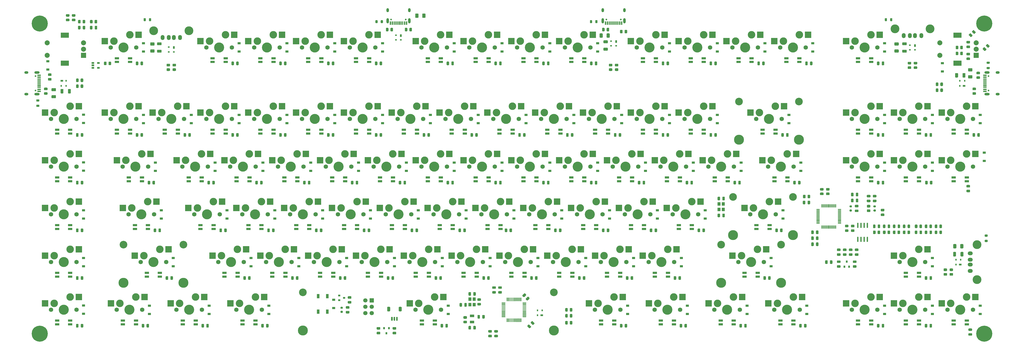
<source format=gbs>
%TF.GenerationSoftware,KiCad,Pcbnew,(5.1.10)-1*%
%TF.CreationDate,2021-10-20T12:05:15-04:00*%
%TF.ProjectId,custom_keyboard (f303_ fe2.1),63757374-6f6d-45f6-9b65-79626f617264,rev?*%
%TF.SameCoordinates,Original*%
%TF.FileFunction,Soldermask,Bot*%
%TF.FilePolarity,Negative*%
%FSLAX46Y46*%
G04 Gerber Fmt 4.6, Leading zero omitted, Abs format (unit mm)*
G04 Created by KiCad (PCBNEW (5.1.10)-1) date 2021-10-20 12:05:15*
%MOMM*%
%LPD*%
G01*
G04 APERTURE LIST*
%ADD10C,4.000000*%
%ADD11C,1.750000*%
%ADD12C,3.000000*%
%ADD13R,2.550000X2.500000*%
%ADD14R,1.800000X0.900000*%
%ADD15C,3.987800*%
%ADD16C,3.048000*%
%ADD17C,3.500000*%
%ADD18O,2.000000X1.500000*%
%ADD19R,1.450000X0.600000*%
%ADD20R,1.450000X0.300000*%
%ADD21C,0.650000*%
%ADD22O,2.100000X1.000000*%
%ADD23O,1.600000X1.000000*%
%ADD24R,1.800000X1.000000*%
%ADD25R,1.060000X0.650000*%
%ADD26R,1.200000X0.900000*%
%ADD27C,2.000000*%
%ADD28R,3.200000X2.000000*%
%ADD29R,2.000000X2.000000*%
%ADD30R,0.700000X1.000000*%
%ADD31R,0.700000X0.600000*%
%ADD32O,0.588000X2.045000*%
%ADD33R,0.600000X1.450000*%
%ADD34R,0.300000X1.450000*%
%ADD35O,1.000000X2.100000*%
%ADD36O,1.000000X1.600000*%
%ADD37R,1.200000X1.400000*%
%ADD38O,1.500000X2.000000*%
%ADD39R,0.900000X0.800000*%
%ADD40R,1.100000X1.800000*%
%ADD41R,0.800000X0.900000*%
%ADD42R,0.600000X0.700000*%
%ADD43R,1.000000X0.700000*%
%ADD44O,1.500000X0.270000*%
%ADD45O,0.270000X1.500000*%
%ADD46C,6.400000*%
%ADD47C,1.700000*%
%ADD48R,1.700000X1.700000*%
G04 APERTURE END LIST*
D10*
%TO.C,MX83*%
X234141500Y-273032800D03*
D11*
X229061500Y-273032800D03*
X239221500Y-273032800D03*
D12*
X230331500Y-270492800D03*
X236681500Y-267952800D03*
D13*
X226731500Y-270492800D03*
X240156500Y-267952800D03*
D14*
X231541500Y-277332800D03*
X231541500Y-278832800D03*
X236741500Y-277332800D03*
X236741500Y-278832800D03*
D15*
X184135250Y-281313200D03*
D16*
X184135250Y-266073200D03*
D15*
X284135050Y-281313200D03*
D16*
X284135050Y-266073200D03*
%TD*%
D10*
%TO.C,MX84*%
X305574500Y-273032800D03*
D11*
X300494500Y-273032800D03*
X310654500Y-273032800D03*
D12*
X301764500Y-270492800D03*
X308114500Y-267952800D03*
D13*
X298164500Y-270492800D03*
X311589500Y-267952800D03*
D14*
X302974500Y-277332800D03*
X302974500Y-278832800D03*
X308174500Y-277332800D03*
X308174500Y-278832800D03*
%TD*%
D17*
%TO.C,USB4*%
X452737900Y-246984000D03*
D18*
X450027900Y-257484000D03*
X450027900Y-254984000D03*
X450027900Y-252984000D03*
D17*
X452737900Y-260984000D03*
D18*
X450027900Y-250484000D03*
%TD*%
D10*
%TO.C,MX32*%
X446059400Y-196837600D03*
D11*
X440979400Y-196837600D03*
X451139400Y-196837600D03*
D12*
X442249400Y-194297600D03*
X448599400Y-191757600D03*
D13*
X438649400Y-194297600D03*
X452074400Y-191757600D03*
D14*
X443459400Y-201137600D03*
X443459400Y-202637600D03*
X448659400Y-201137600D03*
X448659400Y-202637600D03*
%TD*%
%TO.C,J2*%
G36*
G01*
X219348600Y-277245200D02*
X219348600Y-275995200D01*
G75*
G02*
X219498600Y-275845200I150000J0D01*
G01*
X219798600Y-275845200D01*
G75*
G02*
X219948600Y-275995200I0J-150000D01*
G01*
X219948600Y-277245200D01*
G75*
G02*
X219798600Y-277395200I-150000J0D01*
G01*
X219498600Y-277395200D01*
G75*
G02*
X219348600Y-277245200I0J150000D01*
G01*
G37*
G36*
G01*
X220348600Y-277245200D02*
X220348600Y-275995200D01*
G75*
G02*
X220498600Y-275845200I150000J0D01*
G01*
X220798600Y-275845200D01*
G75*
G02*
X220948600Y-275995200I0J-150000D01*
G01*
X220948600Y-277245200D01*
G75*
G02*
X220798600Y-277395200I-150000J0D01*
G01*
X220498600Y-277395200D01*
G75*
G02*
X220348600Y-277245200I0J150000D01*
G01*
G37*
G36*
G01*
X221348600Y-277245200D02*
X221348600Y-275995200D01*
G75*
G02*
X221498600Y-275845200I150000J0D01*
G01*
X221798600Y-275845200D01*
G75*
G02*
X221948600Y-275995200I0J-150000D01*
G01*
X221948600Y-277245200D01*
G75*
G02*
X221798600Y-277395200I-150000J0D01*
G01*
X221498600Y-277395200D01*
G75*
G02*
X221348600Y-277245200I0J150000D01*
G01*
G37*
G36*
G01*
X217748600Y-273395201D02*
X217748600Y-272095199D01*
G75*
G02*
X217998599Y-271845200I249999J0D01*
G01*
X218698601Y-271845200D01*
G75*
G02*
X218948600Y-272095199I0J-249999D01*
G01*
X218948600Y-273395201D01*
G75*
G02*
X218698601Y-273645200I-249999J0D01*
G01*
X217998599Y-273645200D01*
G75*
G02*
X217748600Y-273395201I0J249999D01*
G01*
G37*
G36*
G01*
X222348600Y-273395201D02*
X222348600Y-272095199D01*
G75*
G02*
X222598599Y-271845200I249999J0D01*
G01*
X223298601Y-271845200D01*
G75*
G02*
X223548600Y-272095199I0J-249999D01*
G01*
X223548600Y-273395201D01*
G75*
G02*
X223298601Y-273645200I-249999J0D01*
G01*
X222598599Y-273645200D01*
G75*
G02*
X222348600Y-273395201I0J249999D01*
G01*
G37*
%TD*%
D19*
%TO.C,USB7*%
X455825800Y-185776000D03*
X455825800Y-179326000D03*
X455825800Y-185001000D03*
X455825800Y-180101000D03*
D20*
X455825800Y-180801000D03*
X455825800Y-184301000D03*
X455825800Y-181301000D03*
X455825800Y-183801000D03*
X455825800Y-181801000D03*
X455825800Y-183301000D03*
X455825800Y-182801000D03*
X455825800Y-182301000D03*
D21*
X457270800Y-185441000D03*
X457270800Y-179661000D03*
D22*
X456740800Y-178231000D03*
X456740800Y-186871000D03*
D23*
X460920800Y-178231000D03*
X460920800Y-186871000D03*
%TD*%
D24*
%TO.C,Y2*%
X251602900Y-275413900D03*
X251602900Y-277913900D03*
%TD*%
D25*
%TO.C,U12*%
X100493600Y-176357700D03*
X100493600Y-175407700D03*
X100493600Y-174457700D03*
X102693600Y-174457700D03*
X102693600Y-176357700D03*
%TD*%
%TO.C,R30*%
G36*
G01*
X199340550Y-271807800D02*
X199890550Y-271807800D01*
G75*
G02*
X200090550Y-272007800I0J-200000D01*
G01*
X200090550Y-272407800D01*
G75*
G02*
X199890550Y-272607800I-200000J0D01*
G01*
X199340550Y-272607800D01*
G75*
G02*
X199140550Y-272407800I0J200000D01*
G01*
X199140550Y-272007800D01*
G75*
G02*
X199340550Y-271807800I200000J0D01*
G01*
G37*
G36*
G01*
X199340550Y-273457800D02*
X199890550Y-273457800D01*
G75*
G02*
X200090550Y-273657800I0J-200000D01*
G01*
X200090550Y-274057800D01*
G75*
G02*
X199890550Y-274257800I-200000J0D01*
G01*
X199340550Y-274257800D01*
G75*
G02*
X199140550Y-274057800I0J200000D01*
G01*
X199140550Y-273657800D01*
G75*
G02*
X199340550Y-273457800I200000J0D01*
G01*
G37*
%TD*%
%TO.C,R23*%
G36*
G01*
X412205300Y-233779100D02*
X411655300Y-233779100D01*
G75*
G02*
X411455300Y-233579100I0J200000D01*
G01*
X411455300Y-233179100D01*
G75*
G02*
X411655300Y-232979100I200000J0D01*
G01*
X412205300Y-232979100D01*
G75*
G02*
X412405300Y-233179100I0J-200000D01*
G01*
X412405300Y-233579100D01*
G75*
G02*
X412205300Y-233779100I-200000J0D01*
G01*
G37*
G36*
G01*
X412205300Y-232129100D02*
X411655300Y-232129100D01*
G75*
G02*
X411455300Y-231929100I0J200000D01*
G01*
X411455300Y-231529100D01*
G75*
G02*
X411655300Y-231329100I200000J0D01*
G01*
X412205300Y-231329100D01*
G75*
G02*
X412405300Y-231529100I0J-200000D01*
G01*
X412405300Y-231929100D01*
G75*
G02*
X412205300Y-232129100I-200000J0D01*
G01*
G37*
%TD*%
%TO.C,R21*%
G36*
G01*
X402130900Y-231329100D02*
X402680900Y-231329100D01*
G75*
G02*
X402880900Y-231529100I0J-200000D01*
G01*
X402880900Y-231929100D01*
G75*
G02*
X402680900Y-232129100I-200000J0D01*
G01*
X402130900Y-232129100D01*
G75*
G02*
X401930900Y-231929100I0J200000D01*
G01*
X401930900Y-231529100D01*
G75*
G02*
X402130900Y-231329100I200000J0D01*
G01*
G37*
G36*
G01*
X402130900Y-232979100D02*
X402680900Y-232979100D01*
G75*
G02*
X402880900Y-233179100I0J-200000D01*
G01*
X402880900Y-233579100D01*
G75*
G02*
X402680900Y-233779100I-200000J0D01*
G01*
X402130900Y-233779100D01*
G75*
G02*
X401930900Y-233579100I0J200000D01*
G01*
X401930900Y-233179100D01*
G75*
G02*
X402130900Y-232979100I200000J0D01*
G01*
G37*
%TD*%
%TO.C,UD7*%
G36*
G01*
X435903700Y-242534750D02*
X435903700Y-241622250D01*
G75*
G02*
X436147450Y-241378500I243750J0D01*
G01*
X436634950Y-241378500D01*
G75*
G02*
X436878700Y-241622250I0J-243750D01*
G01*
X436878700Y-242534750D01*
G75*
G02*
X436634950Y-242778500I-243750J0D01*
G01*
X436147450Y-242778500D01*
G75*
G02*
X435903700Y-242534750I0J243750D01*
G01*
G37*
G36*
G01*
X437778700Y-242534750D02*
X437778700Y-241622250D01*
G75*
G02*
X438022450Y-241378500I243750J0D01*
G01*
X438509950Y-241378500D01*
G75*
G02*
X438753700Y-241622250I0J-243750D01*
G01*
X438753700Y-242534750D01*
G75*
G02*
X438509950Y-242778500I-243750J0D01*
G01*
X438022450Y-242778500D01*
G75*
G02*
X437778700Y-242534750I0J243750D01*
G01*
G37*
%TD*%
%TO.C,UD6*%
G36*
G01*
X431935200Y-242534750D02*
X431935200Y-241622250D01*
G75*
G02*
X432178950Y-241378500I243750J0D01*
G01*
X432666450Y-241378500D01*
G75*
G02*
X432910200Y-241622250I0J-243750D01*
G01*
X432910200Y-242534750D01*
G75*
G02*
X432666450Y-242778500I-243750J0D01*
G01*
X432178950Y-242778500D01*
G75*
G02*
X431935200Y-242534750I0J243750D01*
G01*
G37*
G36*
G01*
X433810200Y-242534750D02*
X433810200Y-241622250D01*
G75*
G02*
X434053950Y-241378500I243750J0D01*
G01*
X434541450Y-241378500D01*
G75*
G02*
X434785200Y-241622250I0J-243750D01*
G01*
X434785200Y-242534750D01*
G75*
G02*
X434541450Y-242778500I-243750J0D01*
G01*
X434053950Y-242778500D01*
G75*
G02*
X433810200Y-242534750I0J243750D01*
G01*
G37*
%TD*%
%TO.C,UD5*%
G36*
G01*
X427966700Y-242534750D02*
X427966700Y-241622250D01*
G75*
G02*
X428210450Y-241378500I243750J0D01*
G01*
X428697950Y-241378500D01*
G75*
G02*
X428941700Y-241622250I0J-243750D01*
G01*
X428941700Y-242534750D01*
G75*
G02*
X428697950Y-242778500I-243750J0D01*
G01*
X428210450Y-242778500D01*
G75*
G02*
X427966700Y-242534750I0J243750D01*
G01*
G37*
G36*
G01*
X429841700Y-242534750D02*
X429841700Y-241622250D01*
G75*
G02*
X430085450Y-241378500I243750J0D01*
G01*
X430572950Y-241378500D01*
G75*
G02*
X430816700Y-241622250I0J-243750D01*
G01*
X430816700Y-242534750D01*
G75*
G02*
X430572950Y-242778500I-243750J0D01*
G01*
X430085450Y-242778500D01*
G75*
G02*
X429841700Y-242534750I0J243750D01*
G01*
G37*
%TD*%
%TO.C,UD4*%
G36*
G01*
X426054500Y-239241150D02*
X426054500Y-240153650D01*
G75*
G02*
X425810750Y-240397400I-243750J0D01*
G01*
X425323250Y-240397400D01*
G75*
G02*
X425079500Y-240153650I0J243750D01*
G01*
X425079500Y-239241150D01*
G75*
G02*
X425323250Y-238997400I243750J0D01*
G01*
X425810750Y-238997400D01*
G75*
G02*
X426054500Y-239241150I0J-243750D01*
G01*
G37*
G36*
G01*
X424179500Y-239241150D02*
X424179500Y-240153650D01*
G75*
G02*
X423935750Y-240397400I-243750J0D01*
G01*
X423448250Y-240397400D01*
G75*
G02*
X423204500Y-240153650I0J243750D01*
G01*
X423204500Y-239241150D01*
G75*
G02*
X423448250Y-238997400I243750J0D01*
G01*
X423935750Y-238997400D01*
G75*
G02*
X424179500Y-239241150I0J-243750D01*
G01*
G37*
%TD*%
%TO.C,UD3*%
G36*
G01*
X422086000Y-239241150D02*
X422086000Y-240153650D01*
G75*
G02*
X421842250Y-240397400I-243750J0D01*
G01*
X421354750Y-240397400D01*
G75*
G02*
X421111000Y-240153650I0J243750D01*
G01*
X421111000Y-239241150D01*
G75*
G02*
X421354750Y-238997400I243750J0D01*
G01*
X421842250Y-238997400D01*
G75*
G02*
X422086000Y-239241150I0J-243750D01*
G01*
G37*
G36*
G01*
X420211000Y-239241150D02*
X420211000Y-240153650D01*
G75*
G02*
X419967250Y-240397400I-243750J0D01*
G01*
X419479750Y-240397400D01*
G75*
G02*
X419236000Y-240153650I0J243750D01*
G01*
X419236000Y-239241150D01*
G75*
G02*
X419479750Y-238997400I243750J0D01*
G01*
X419967250Y-238997400D01*
G75*
G02*
X420211000Y-239241150I0J-243750D01*
G01*
G37*
%TD*%
%TO.C,UD2*%
G36*
G01*
X418117500Y-239241150D02*
X418117500Y-240153650D01*
G75*
G02*
X417873750Y-240397400I-243750J0D01*
G01*
X417386250Y-240397400D01*
G75*
G02*
X417142500Y-240153650I0J243750D01*
G01*
X417142500Y-239241150D01*
G75*
G02*
X417386250Y-238997400I243750J0D01*
G01*
X417873750Y-238997400D01*
G75*
G02*
X418117500Y-239241150I0J-243750D01*
G01*
G37*
G36*
G01*
X416242500Y-239241150D02*
X416242500Y-240153650D01*
G75*
G02*
X415998750Y-240397400I-243750J0D01*
G01*
X415511250Y-240397400D01*
G75*
G02*
X415267500Y-240153650I0J243750D01*
G01*
X415267500Y-239241150D01*
G75*
G02*
X415511250Y-238997400I243750J0D01*
G01*
X415998750Y-238997400D01*
G75*
G02*
X416242500Y-239241150I0J-243750D01*
G01*
G37*
%TD*%
%TO.C,UD1*%
G36*
G01*
X414149000Y-239241150D02*
X414149000Y-240153650D01*
G75*
G02*
X413905250Y-240397400I-243750J0D01*
G01*
X413417750Y-240397400D01*
G75*
G02*
X413174000Y-240153650I0J243750D01*
G01*
X413174000Y-239241150D01*
G75*
G02*
X413417750Y-238997400I243750J0D01*
G01*
X413905250Y-238997400D01*
G75*
G02*
X414149000Y-239241150I0J-243750D01*
G01*
G37*
G36*
G01*
X412274000Y-239241150D02*
X412274000Y-240153650D01*
G75*
G02*
X412030250Y-240397400I-243750J0D01*
G01*
X411542750Y-240397400D01*
G75*
G02*
X411299000Y-240153650I0J243750D01*
G01*
X411299000Y-239241150D01*
G75*
G02*
X411542750Y-238997400I243750J0D01*
G01*
X412030250Y-238997400D01*
G75*
G02*
X412274000Y-239241150I0J-243750D01*
G01*
G37*
%TD*%
%TO.C,D10*%
G36*
G01*
X400362250Y-239066100D02*
X401274750Y-239066100D01*
G75*
G02*
X401518500Y-239309850I0J-243750D01*
G01*
X401518500Y-239797350D01*
G75*
G02*
X401274750Y-240041100I-243750J0D01*
G01*
X400362250Y-240041100D01*
G75*
G02*
X400118500Y-239797350I0J243750D01*
G01*
X400118500Y-239309850D01*
G75*
G02*
X400362250Y-239066100I243750J0D01*
G01*
G37*
G36*
G01*
X400362250Y-240941100D02*
X401274750Y-240941100D01*
G75*
G02*
X401518500Y-241184850I0J-243750D01*
G01*
X401518500Y-241672350D01*
G75*
G02*
X401274750Y-241916100I-243750J0D01*
G01*
X400362250Y-241916100D01*
G75*
G02*
X400118500Y-241672350I0J243750D01*
G01*
X400118500Y-241184850D01*
G75*
G02*
X400362250Y-240941100I243750J0D01*
G01*
G37*
%TD*%
%TO.C,C34*%
G36*
G01*
X443215700Y-251459201D02*
X443215700Y-250159199D01*
G75*
G02*
X443465699Y-249909200I249999J0D01*
G01*
X444115701Y-249909200D01*
G75*
G02*
X444365700Y-250159199I0J-249999D01*
G01*
X444365700Y-251459201D01*
G75*
G02*
X444115701Y-251709200I-249999J0D01*
G01*
X443465699Y-251709200D01*
G75*
G02*
X443215700Y-251459201I0J249999D01*
G01*
G37*
G36*
G01*
X446165700Y-251459201D02*
X446165700Y-250159199D01*
G75*
G02*
X446415699Y-249909200I249999J0D01*
G01*
X447065701Y-249909200D01*
G75*
G02*
X447315700Y-250159199I0J-249999D01*
G01*
X447315700Y-251459201D01*
G75*
G02*
X447065701Y-251709200I-249999J0D01*
G01*
X446415699Y-251709200D01*
G75*
G02*
X446165700Y-251459201I0J249999D01*
G01*
G37*
%TD*%
%TO.C,C25*%
G36*
G01*
X126341999Y-166214400D02*
X127642001Y-166214400D01*
G75*
G02*
X127892000Y-166464399I0J-249999D01*
G01*
X127892000Y-167114401D01*
G75*
G02*
X127642001Y-167364400I-249999J0D01*
G01*
X126341999Y-167364400D01*
G75*
G02*
X126092000Y-167114401I0J249999D01*
G01*
X126092000Y-166464399D01*
G75*
G02*
X126341999Y-166214400I249999J0D01*
G01*
G37*
G36*
G01*
X126341999Y-169164400D02*
X127642001Y-169164400D01*
G75*
G02*
X127892000Y-169414399I0J-249999D01*
G01*
X127892000Y-170064401D01*
G75*
G02*
X127642001Y-170314400I-249999J0D01*
G01*
X126341999Y-170314400D01*
G75*
G02*
X126092000Y-170064401I0J249999D01*
G01*
X126092000Y-169414399D01*
G75*
G02*
X126341999Y-169164400I249999J0D01*
G01*
G37*
%TD*%
%TO.C,C23*%
G36*
G01*
X87638100Y-186375801D02*
X87638100Y-185075799D01*
G75*
G02*
X87888099Y-184825800I249999J0D01*
G01*
X88538101Y-184825800D01*
G75*
G02*
X88788100Y-185075799I0J-249999D01*
G01*
X88788100Y-186375801D01*
G75*
G02*
X88538101Y-186625800I-249999J0D01*
G01*
X87888099Y-186625800D01*
G75*
G02*
X87638100Y-186375801I0J249999D01*
G01*
G37*
G36*
G01*
X90588100Y-186375801D02*
X90588100Y-185075799D01*
G75*
G02*
X90838099Y-184825800I249999J0D01*
G01*
X91488101Y-184825800D01*
G75*
G02*
X91738100Y-185075799I0J-249999D01*
G01*
X91738100Y-186375801D01*
G75*
G02*
X91488101Y-186625800I-249999J0D01*
G01*
X90838099Y-186625800D01*
G75*
G02*
X90588100Y-186375801I0J249999D01*
G01*
G37*
%TD*%
%TO.C,C13*%
G36*
G01*
X423185799Y-166214400D02*
X424485801Y-166214400D01*
G75*
G02*
X424735800Y-166464399I0J-249999D01*
G01*
X424735800Y-167114401D01*
G75*
G02*
X424485801Y-167364400I-249999J0D01*
G01*
X423185799Y-167364400D01*
G75*
G02*
X422935800Y-167114401I0J249999D01*
G01*
X422935800Y-166464399D01*
G75*
G02*
X423185799Y-166214400I249999J0D01*
G01*
G37*
G36*
G01*
X423185799Y-169164400D02*
X424485801Y-169164400D01*
G75*
G02*
X424735800Y-169414399I0J-249999D01*
G01*
X424735800Y-170064401D01*
G75*
G02*
X424485801Y-170314400I-249999J0D01*
G01*
X423185799Y-170314400D01*
G75*
G02*
X422935800Y-170064401I0J249999D01*
G01*
X422935800Y-169414399D01*
G75*
G02*
X423185799Y-169164400I249999J0D01*
G01*
G37*
%TD*%
%TO.C,C10*%
G36*
G01*
X445159400Y-178726199D02*
X445159400Y-180026201D01*
G75*
G02*
X444909401Y-180276200I-249999J0D01*
G01*
X444259399Y-180276200D01*
G75*
G02*
X444009400Y-180026201I0J249999D01*
G01*
X444009400Y-178726199D01*
G75*
G02*
X444259399Y-178476200I249999J0D01*
G01*
X444909401Y-178476200D01*
G75*
G02*
X445159400Y-178726199I0J-249999D01*
G01*
G37*
G36*
G01*
X448109400Y-178726199D02*
X448109400Y-180026201D01*
G75*
G02*
X447859401Y-180276200I-249999J0D01*
G01*
X447209399Y-180276200D01*
G75*
G02*
X446959400Y-180026201I0J249999D01*
G01*
X446959400Y-178726199D01*
G75*
G02*
X447209399Y-178476200I249999J0D01*
G01*
X447859401Y-178476200D01*
G75*
G02*
X448109400Y-178726199I0J-249999D01*
G01*
G37*
%TD*%
%TO.C,C2*%
G36*
G01*
X304130799Y-165420700D02*
X305430801Y-165420700D01*
G75*
G02*
X305680800Y-165670699I0J-249999D01*
G01*
X305680800Y-166320701D01*
G75*
G02*
X305430801Y-166570700I-249999J0D01*
G01*
X304130799Y-166570700D01*
G75*
G02*
X303880800Y-166320701I0J249999D01*
G01*
X303880800Y-165670699D01*
G75*
G02*
X304130799Y-165420700I249999J0D01*
G01*
G37*
G36*
G01*
X304130799Y-168370700D02*
X305430801Y-168370700D01*
G75*
G02*
X305680800Y-168620699I0J-249999D01*
G01*
X305680800Y-169270701D01*
G75*
G02*
X305430801Y-169520700I-249999J0D01*
G01*
X304130799Y-169520700D01*
G75*
G02*
X303880800Y-169270701I0J249999D01*
G01*
X303880800Y-168620699D01*
G75*
G02*
X304130799Y-168370700I249999J0D01*
G01*
G37*
%TD*%
%TO.C,C7*%
G36*
G01*
X449709200Y-171386050D02*
X448759200Y-171386050D01*
G75*
G02*
X448509200Y-171136050I0J250000D01*
G01*
X448509200Y-170636050D01*
G75*
G02*
X448759200Y-170386050I250000J0D01*
G01*
X449709200Y-170386050D01*
G75*
G02*
X449959200Y-170636050I0J-250000D01*
G01*
X449959200Y-171136050D01*
G75*
G02*
X449709200Y-171386050I-250000J0D01*
G01*
G37*
G36*
G01*
X449709200Y-173286050D02*
X448759200Y-173286050D01*
G75*
G02*
X448509200Y-173036050I0J250000D01*
G01*
X448509200Y-172536050D01*
G75*
G02*
X448759200Y-172286050I250000J0D01*
G01*
X449709200Y-172286050D01*
G75*
G02*
X449959200Y-172536050I0J-250000D01*
G01*
X449959200Y-173036050D01*
G75*
G02*
X449709200Y-173286050I-250000J0D01*
G01*
G37*
%TD*%
%TO.C,C8*%
G36*
G01*
X449709200Y-168523850D02*
X448759200Y-168523850D01*
G75*
G02*
X448509200Y-168273850I0J250000D01*
G01*
X448509200Y-167773850D01*
G75*
G02*
X448759200Y-167523850I250000J0D01*
G01*
X449709200Y-167523850D01*
G75*
G02*
X449959200Y-167773850I0J-250000D01*
G01*
X449959200Y-168273850D01*
G75*
G02*
X449709200Y-168523850I-250000J0D01*
G01*
G37*
G36*
G01*
X449709200Y-166623850D02*
X448759200Y-166623850D01*
G75*
G02*
X448509200Y-166373850I0J250000D01*
G01*
X448509200Y-165873850D01*
G75*
G02*
X448759200Y-165623850I250000J0D01*
G01*
X449709200Y-165623850D01*
G75*
G02*
X449959200Y-165873850I0J-250000D01*
G01*
X449959200Y-166373850D01*
G75*
G02*
X449709200Y-166623850I-250000J0D01*
G01*
G37*
%TD*%
%TO.C,C1*%
G36*
G01*
X246581250Y-271523550D02*
X246581250Y-270573550D01*
G75*
G02*
X246831250Y-270323550I250000J0D01*
G01*
X247331250Y-270323550D01*
G75*
G02*
X247581250Y-270573550I0J-250000D01*
G01*
X247581250Y-271523550D01*
G75*
G02*
X247331250Y-271773550I-250000J0D01*
G01*
X246831250Y-271773550D01*
G75*
G02*
X246581250Y-271523550I0J250000D01*
G01*
G37*
G36*
G01*
X248481250Y-271523550D02*
X248481250Y-270573550D01*
G75*
G02*
X248731250Y-270323550I250000J0D01*
G01*
X249231250Y-270323550D01*
G75*
G02*
X249481250Y-270573550I0J-250000D01*
G01*
X249481250Y-271523550D01*
G75*
G02*
X249231250Y-271773550I-250000J0D01*
G01*
X248731250Y-271773550D01*
G75*
G02*
X248481250Y-271523550I0J250000D01*
G01*
G37*
%TD*%
%TO.C,C3*%
G36*
G01*
X250152900Y-267158200D02*
X250152900Y-266208200D01*
G75*
G02*
X250402900Y-265958200I250000J0D01*
G01*
X250902900Y-265958200D01*
G75*
G02*
X251152900Y-266208200I0J-250000D01*
G01*
X251152900Y-267158200D01*
G75*
G02*
X250902900Y-267408200I-250000J0D01*
G01*
X250402900Y-267408200D01*
G75*
G02*
X250152900Y-267158200I0J250000D01*
G01*
G37*
G36*
G01*
X252052900Y-267158200D02*
X252052900Y-266208200D01*
G75*
G02*
X252302900Y-265958200I250000J0D01*
G01*
X252802900Y-265958200D01*
G75*
G02*
X253052900Y-266208200I0J-250000D01*
G01*
X253052900Y-267158200D01*
G75*
G02*
X252802900Y-267408200I-250000J0D01*
G01*
X252302900Y-267408200D01*
G75*
G02*
X252052900Y-267158200I0J250000D01*
G01*
G37*
%TD*%
%TO.C,C37*%
G36*
G01*
X405262000Y-251465500D02*
X404312000Y-251465500D01*
G75*
G02*
X404062000Y-251215500I0J250000D01*
G01*
X404062000Y-250715500D01*
G75*
G02*
X404312000Y-250465500I250000J0D01*
G01*
X405262000Y-250465500D01*
G75*
G02*
X405512000Y-250715500I0J-250000D01*
G01*
X405512000Y-251215500D01*
G75*
G02*
X405262000Y-251465500I-250000J0D01*
G01*
G37*
G36*
G01*
X405262000Y-249565500D02*
X404312000Y-249565500D01*
G75*
G02*
X404062000Y-249315500I0J250000D01*
G01*
X404062000Y-248815500D01*
G75*
G02*
X404312000Y-248565500I250000J0D01*
G01*
X405262000Y-248565500D01*
G75*
G02*
X405512000Y-248815500I0J-250000D01*
G01*
X405512000Y-249315500D01*
G75*
G02*
X405262000Y-249565500I-250000J0D01*
G01*
G37*
%TD*%
%TO.C,C11*%
G36*
G01*
X409074200Y-227135600D02*
X410024200Y-227135600D01*
G75*
G02*
X410274200Y-227385600I0J-250000D01*
G01*
X410274200Y-227885600D01*
G75*
G02*
X410024200Y-228135600I-250000J0D01*
G01*
X409074200Y-228135600D01*
G75*
G02*
X408824200Y-227885600I0J250000D01*
G01*
X408824200Y-227385600D01*
G75*
G02*
X409074200Y-227135600I250000J0D01*
G01*
G37*
G36*
G01*
X409074200Y-229035600D02*
X410024200Y-229035600D01*
G75*
G02*
X410274200Y-229285600I0J-250000D01*
G01*
X410274200Y-229785600D01*
G75*
G02*
X410024200Y-230035600I-250000J0D01*
G01*
X409074200Y-230035600D01*
G75*
G02*
X408824200Y-229785600I0J250000D01*
G01*
X408824200Y-229285600D01*
G75*
G02*
X409074200Y-229035600I250000J0D01*
G01*
G37*
%TD*%
%TO.C,C32*%
G36*
G01*
X352265400Y-234857050D02*
X352265400Y-235807050D01*
G75*
G02*
X352015400Y-236057050I-250000J0D01*
G01*
X351515400Y-236057050D01*
G75*
G02*
X351265400Y-235807050I0J250000D01*
G01*
X351265400Y-234857050D01*
G75*
G02*
X351515400Y-234607050I250000J0D01*
G01*
X352015400Y-234607050D01*
G75*
G02*
X352265400Y-234857050I0J-250000D01*
G01*
G37*
G36*
G01*
X350365400Y-234857050D02*
X350365400Y-235807050D01*
G75*
G02*
X350115400Y-236057050I-250000J0D01*
G01*
X349615400Y-236057050D01*
G75*
G02*
X349365400Y-235807050I0J250000D01*
G01*
X349365400Y-234857050D01*
G75*
G02*
X349615400Y-234607050I250000J0D01*
G01*
X350115400Y-234607050D01*
G75*
G02*
X350365400Y-234857050I0J-250000D01*
G01*
G37*
%TD*%
%TO.C,C33*%
G36*
G01*
X349365400Y-229060600D02*
X349365400Y-228110600D01*
G75*
G02*
X349615400Y-227860600I250000J0D01*
G01*
X350115400Y-227860600D01*
G75*
G02*
X350365400Y-228110600I0J-250000D01*
G01*
X350365400Y-229060600D01*
G75*
G02*
X350115400Y-229310600I-250000J0D01*
G01*
X349615400Y-229310600D01*
G75*
G02*
X349365400Y-229060600I0J250000D01*
G01*
G37*
G36*
G01*
X351265400Y-229060600D02*
X351265400Y-228110600D01*
G75*
G02*
X351515400Y-227860600I250000J0D01*
G01*
X352015400Y-227860600D01*
G75*
G02*
X352265400Y-228110600I0J-250000D01*
G01*
X352265400Y-229060600D01*
G75*
G02*
X352015400Y-229310600I-250000J0D01*
G01*
X351515400Y-229310600D01*
G75*
G02*
X351265400Y-229060600I0J250000D01*
G01*
G37*
%TD*%
D26*
%TO.C,KD15*%
X96831400Y-198425000D03*
X96831400Y-195125000D03*
%TD*%
%TO.C,KD33*%
X96831400Y-217473800D03*
X96831400Y-214173800D03*
%TD*%
%TO.C,KD51*%
X96831400Y-236585200D03*
X96831400Y-233285200D03*
%TD*%
%TO.C,KD65*%
X96831400Y-255634000D03*
X96831400Y-252334000D03*
%TD*%
%TO.C,KD80*%
X123023500Y-274682800D03*
X123023500Y-271382800D03*
%TD*%
%TO.C,KD1*%
X120642400Y-169914400D03*
X120642400Y-166614400D03*
%TD*%
%TO.C,KD16*%
X120642400Y-198487600D03*
X120642400Y-195187600D03*
%TD*%
%TO.C,KD34*%
X125404600Y-217536400D03*
X125404600Y-214236400D03*
%TD*%
%TO.C,KD52*%
X127785700Y-236585200D03*
X127785700Y-233285200D03*
%TD*%
%TO.C,KD79*%
X96831400Y-274620200D03*
X96831400Y-271320200D03*
%TD*%
%TO.C,KD2*%
X158740000Y-169914400D03*
X158740000Y-166614400D03*
%TD*%
%TO.C,KD18*%
X158740000Y-198487600D03*
X158740000Y-195187600D03*
%TD*%
%TO.C,KD36*%
X168264400Y-217536400D03*
X168264400Y-214236400D03*
%TD*%
%TO.C,KD54*%
X173026600Y-236585200D03*
X173026600Y-233285200D03*
%TD*%
%TO.C,KD67*%
X163502200Y-255634000D03*
X163502200Y-252334000D03*
%TD*%
%TO.C,KD82*%
X170645500Y-274682800D03*
X170645500Y-271382800D03*
%TD*%
%TO.C,KD17*%
X139691200Y-198487600D03*
X139691200Y-195187600D03*
%TD*%
%TO.C,KD35*%
X149215600Y-217536400D03*
X149215600Y-214236400D03*
%TD*%
%TO.C,KD53*%
X153977800Y-236585200D03*
X153977800Y-233285200D03*
%TD*%
%TO.C,KD66*%
X132547900Y-255634000D03*
X132547900Y-252334000D03*
%TD*%
%TO.C,KD81*%
X146834500Y-274682800D03*
X146834500Y-271382800D03*
%TD*%
%TO.C,KD3*%
X177788800Y-169914400D03*
X177788800Y-166614400D03*
%TD*%
%TO.C,KD19*%
X177788800Y-198487600D03*
X177788800Y-195187600D03*
%TD*%
%TO.C,KD37*%
X187313200Y-217536400D03*
X187313200Y-214236400D03*
%TD*%
%TO.C,KD55*%
X192075400Y-236585200D03*
X192075400Y-233285200D03*
%TD*%
%TO.C,KD68*%
X182551000Y-255634000D03*
X182551000Y-252334000D03*
%TD*%
%TO.C,KD70*%
X220648600Y-255634000D03*
X220648600Y-252334000D03*
%TD*%
%TO.C,KD4*%
X196837600Y-169914400D03*
X196837600Y-166614400D03*
%TD*%
%TO.C,KD20*%
X196837600Y-198487600D03*
X196837600Y-195187600D03*
%TD*%
%TO.C,KD38*%
X206362000Y-217536400D03*
X206362000Y-214236400D03*
%TD*%
%TO.C,KD56*%
X211124200Y-236585200D03*
X211124200Y-233285200D03*
%TD*%
%TO.C,KD69*%
X201599800Y-255634000D03*
X201599800Y-252334000D03*
%TD*%
%TO.C,KD5*%
X215886400Y-169914400D03*
X215886400Y-166614400D03*
%TD*%
%TO.C,KD21*%
X215886400Y-198487600D03*
X215886400Y-195187600D03*
%TD*%
%TO.C,KD39*%
X225410800Y-217536400D03*
X225410800Y-214236400D03*
%TD*%
%TO.C,KD57*%
X230173000Y-236585200D03*
X230173000Y-233285200D03*
%TD*%
%TO.C,KD71*%
X239697400Y-255634000D03*
X239697400Y-252334000D03*
%TD*%
%TO.C,KD83*%
X242078500Y-274682800D03*
X242078500Y-271382800D03*
%TD*%
%TO.C,KD6*%
X244459600Y-169914400D03*
X244459600Y-166614400D03*
%TD*%
%TO.C,KD22*%
X234935200Y-198487600D03*
X234935200Y-195187600D03*
%TD*%
%TO.C,KD40*%
X244459600Y-217536400D03*
X244459600Y-214236400D03*
%TD*%
%TO.C,KD58*%
X249221800Y-236585200D03*
X249221800Y-233285200D03*
%TD*%
%TO.C,KD72*%
X258746200Y-255634000D03*
X258746200Y-252334000D03*
%TD*%
%TO.C,KD7*%
X263508400Y-169914400D03*
X263508400Y-166614400D03*
%TD*%
%TO.C,KD23*%
X253984000Y-198487600D03*
X253984000Y-195187600D03*
%TD*%
%TO.C,KD41*%
X263508400Y-217536400D03*
X263508400Y-214236400D03*
%TD*%
%TO.C,KD59*%
X268270600Y-236585200D03*
X268270600Y-233285200D03*
%TD*%
%TO.C,KD73*%
X277795000Y-255634000D03*
X277795000Y-252334000D03*
%TD*%
%TO.C,KD8*%
X282557200Y-169914400D03*
X282557200Y-166614400D03*
%TD*%
%TO.C,KD24*%
X273032800Y-198487600D03*
X273032800Y-195187600D03*
%TD*%
%TO.C,KD42*%
X282557200Y-217536400D03*
X282557200Y-214236400D03*
%TD*%
%TO.C,KD60*%
X287319400Y-236585200D03*
X287319400Y-233285200D03*
%TD*%
%TO.C,KD74*%
X296843800Y-255634000D03*
X296843800Y-252334000D03*
%TD*%
%TO.C,KD9*%
X301606000Y-169914400D03*
X301606000Y-166614400D03*
%TD*%
%TO.C,KD25*%
X292081600Y-198487600D03*
X292081600Y-195187600D03*
%TD*%
%TO.C,KD43*%
X301606000Y-217536400D03*
X301606000Y-214236400D03*
%TD*%
%TO.C,KD61*%
X306368200Y-236585200D03*
X306368200Y-233285200D03*
%TD*%
%TO.C,KD75*%
X315892600Y-255634000D03*
X315892600Y-252334000D03*
%TD*%
%TO.C,KD84*%
X313511500Y-274682800D03*
X313511500Y-271382800D03*
%TD*%
%TO.C,KD10*%
X330179200Y-169914400D03*
X330179200Y-166614400D03*
%TD*%
%TO.C,KD26*%
X311130400Y-198487600D03*
X311130400Y-195187600D03*
%TD*%
%TO.C,KD44*%
X320654800Y-217536400D03*
X320654800Y-214236400D03*
%TD*%
%TO.C,KD62*%
X325417000Y-236585200D03*
X325417000Y-233285200D03*
%TD*%
%TO.C,KD76*%
X334941400Y-255634000D03*
X334941400Y-252334000D03*
%TD*%
%TO.C,KD11*%
X349228000Y-169914400D03*
X349228000Y-166614400D03*
%TD*%
%TO.C,KD27*%
X330179200Y-198487600D03*
X330179200Y-195187600D03*
%TD*%
%TO.C,KD45*%
X339703600Y-217536400D03*
X339703600Y-214236400D03*
%TD*%
%TO.C,KD63*%
X344465800Y-236585200D03*
X344465800Y-233285200D03*
%TD*%
%TO.C,KD85*%
X337322500Y-274682800D03*
X337322500Y-271382800D03*
%TD*%
%TO.C,KD86*%
X361133500Y-274682800D03*
X361133500Y-271382800D03*
%TD*%
%TO.C,KD12*%
X368276800Y-169914400D03*
X368276800Y-166614400D03*
%TD*%
%TO.C,KD28*%
X349228000Y-198487600D03*
X349228000Y-195187600D03*
%TD*%
%TO.C,KD46*%
X358752400Y-217536400D03*
X358752400Y-214236400D03*
%TD*%
%TO.C,KD87*%
X384944500Y-274682800D03*
X384944500Y-271382800D03*
%TD*%
%TO.C,KD13*%
X387325600Y-169914400D03*
X387325600Y-166614400D03*
%TD*%
%TO.C,KD29*%
X377801200Y-198487600D03*
X377801200Y-195187600D03*
%TD*%
%TO.C,KD47*%
X382563400Y-217536400D03*
X382563400Y-214236400D03*
%TD*%
%TO.C,KD64*%
X375420100Y-236585200D03*
X375420100Y-233285200D03*
%TD*%
%TO.C,KD77*%
X370657900Y-255634000D03*
X370657900Y-252334000D03*
%TD*%
%TO.C,KD88*%
X415898800Y-274682800D03*
X415898800Y-271382800D03*
%TD*%
%TO.C,KD14*%
X415898800Y-169914400D03*
X415898800Y-166614400D03*
%TD*%
%TO.C,KD30*%
X415898800Y-198487600D03*
X415898800Y-195187600D03*
%TD*%
%TO.C,KD48*%
X415898800Y-217536400D03*
X415898800Y-214236400D03*
%TD*%
%TO.C,KD31*%
X434947600Y-198487600D03*
X434947600Y-195187600D03*
%TD*%
%TO.C,KD49*%
X434947600Y-217536400D03*
X434947600Y-214236400D03*
%TD*%
%TO.C,KD78*%
X434947600Y-255634000D03*
X434947600Y-252334000D03*
%TD*%
%TO.C,KD89*%
X434947600Y-274682800D03*
X434947600Y-271382800D03*
%TD*%
%TO.C,KD32*%
X453996400Y-198487600D03*
X453996400Y-195187600D03*
%TD*%
%TO.C,KD50*%
X455583800Y-213567900D03*
X455583800Y-210267900D03*
%TD*%
%TO.C,KD90*%
X453996400Y-274682800D03*
X453996400Y-271382800D03*
%TD*%
%TO.C,R14*%
G36*
G01*
X447087550Y-170195499D02*
X447087550Y-171095501D01*
G75*
G02*
X446837551Y-171345500I-249999J0D01*
G01*
X446312549Y-171345500D01*
G75*
G02*
X446062550Y-171095501I0J249999D01*
G01*
X446062550Y-170195499D01*
G75*
G02*
X446312549Y-169945500I249999J0D01*
G01*
X446837551Y-169945500D01*
G75*
G02*
X447087550Y-170195499I0J-249999D01*
G01*
G37*
G36*
G01*
X445262550Y-170195499D02*
X445262550Y-171095501D01*
G75*
G02*
X445012551Y-171345500I-249999J0D01*
G01*
X444487549Y-171345500D01*
G75*
G02*
X444237550Y-171095501I0J249999D01*
G01*
X444237550Y-170195499D01*
G75*
G02*
X444487549Y-169945500I249999J0D01*
G01*
X445012551Y-169945500D01*
G75*
G02*
X445262550Y-170195499I0J-249999D01*
G01*
G37*
%TD*%
%TO.C,R15*%
G36*
G01*
X450132172Y-164034326D02*
X449495774Y-163397928D01*
G75*
G02*
X449495774Y-163044376I176776J176776D01*
G01*
X449867006Y-162673144D01*
G75*
G02*
X450220558Y-162673144I176776J-176776D01*
G01*
X450856956Y-163309542D01*
G75*
G02*
X450856956Y-163663094I-176776J-176776D01*
G01*
X450485724Y-164034326D01*
G75*
G02*
X450132172Y-164034326I-176776J176776D01*
G01*
G37*
G36*
G01*
X451422642Y-162743856D02*
X450786244Y-162107458D01*
G75*
G02*
X450786244Y-161753906I176776J176776D01*
G01*
X451157476Y-161382674D01*
G75*
G02*
X451511028Y-161382674I176776J-176776D01*
G01*
X452147426Y-162019072D01*
G75*
G02*
X452147426Y-162372624I-176776J-176776D01*
G01*
X451776194Y-162743856D01*
G75*
G02*
X451422642Y-162743856I-176776J176776D01*
G01*
G37*
%TD*%
%TO.C,R4*%
G36*
G01*
X392831499Y-226207650D02*
X393731501Y-226207650D01*
G75*
G02*
X393981500Y-226457649I0J-249999D01*
G01*
X393981500Y-226982651D01*
G75*
G02*
X393731501Y-227232650I-249999J0D01*
G01*
X392831499Y-227232650D01*
G75*
G02*
X392581500Y-226982651I0J249999D01*
G01*
X392581500Y-226457649D01*
G75*
G02*
X392831499Y-226207650I249999J0D01*
G01*
G37*
G36*
G01*
X392831499Y-224382650D02*
X393731501Y-224382650D01*
G75*
G02*
X393981500Y-224632649I0J-249999D01*
G01*
X393981500Y-225157651D01*
G75*
G02*
X393731501Y-225407650I-249999J0D01*
G01*
X392831499Y-225407650D01*
G75*
G02*
X392581500Y-225157651I0J249999D01*
G01*
X392581500Y-224632649D01*
G75*
G02*
X392831499Y-224382650I249999J0D01*
G01*
G37*
%TD*%
%TO.C,R2*%
G36*
G01*
X390450399Y-226207650D02*
X391350401Y-226207650D01*
G75*
G02*
X391600400Y-226457649I0J-249999D01*
G01*
X391600400Y-226982651D01*
G75*
G02*
X391350401Y-227232650I-249999J0D01*
G01*
X390450399Y-227232650D01*
G75*
G02*
X390200400Y-226982651I0J249999D01*
G01*
X390200400Y-226457649D01*
G75*
G02*
X390450399Y-226207650I249999J0D01*
G01*
G37*
G36*
G01*
X390450399Y-224382650D02*
X391350401Y-224382650D01*
G75*
G02*
X391600400Y-224632649I0J-249999D01*
G01*
X391600400Y-225157651D01*
G75*
G02*
X391350401Y-225407650I-249999J0D01*
G01*
X390450399Y-225407650D01*
G75*
G02*
X390200400Y-225157651I0J249999D01*
G01*
X390200400Y-224632649D01*
G75*
G02*
X390450399Y-224382650I249999J0D01*
G01*
G37*
%TD*%
%TO.C,R22*%
G36*
G01*
X409099199Y-231129100D02*
X409999201Y-231129100D01*
G75*
G02*
X410249200Y-231379099I0J-249999D01*
G01*
X410249200Y-231904101D01*
G75*
G02*
X409999201Y-232154100I-249999J0D01*
G01*
X409099199Y-232154100D01*
G75*
G02*
X408849200Y-231904101I0J249999D01*
G01*
X408849200Y-231379099D01*
G75*
G02*
X409099199Y-231129100I249999J0D01*
G01*
G37*
G36*
G01*
X409099199Y-232954100D02*
X409999201Y-232954100D01*
G75*
G02*
X410249200Y-233204099I0J-249999D01*
G01*
X410249200Y-233729101D01*
G75*
G02*
X409999201Y-233979100I-249999J0D01*
G01*
X409099199Y-233979100D01*
G75*
G02*
X408849200Y-233729101I0J249999D01*
G01*
X408849200Y-233204099D01*
G75*
G02*
X409099199Y-232954100I249999J0D01*
G01*
G37*
%TD*%
%TO.C,R1*%
G36*
G01*
X414149000Y-241628499D02*
X414149000Y-242528501D01*
G75*
G02*
X413899001Y-242778500I-249999J0D01*
G01*
X413373999Y-242778500D01*
G75*
G02*
X413124000Y-242528501I0J249999D01*
G01*
X413124000Y-241628499D01*
G75*
G02*
X413373999Y-241378500I249999J0D01*
G01*
X413899001Y-241378500D01*
G75*
G02*
X414149000Y-241628499I0J-249999D01*
G01*
G37*
G36*
G01*
X412324000Y-241628499D02*
X412324000Y-242528501D01*
G75*
G02*
X412074001Y-242778500I-249999J0D01*
G01*
X411548999Y-242778500D01*
G75*
G02*
X411299000Y-242528501I0J249999D01*
G01*
X411299000Y-241628499D01*
G75*
G02*
X411548999Y-241378500I249999J0D01*
G01*
X412074001Y-241378500D01*
G75*
G02*
X412324000Y-241628499I0J-249999D01*
G01*
G37*
%TD*%
%TO.C,R7*%
G36*
G01*
X418117500Y-241628499D02*
X418117500Y-242528501D01*
G75*
G02*
X417867501Y-242778500I-249999J0D01*
G01*
X417342499Y-242778500D01*
G75*
G02*
X417092500Y-242528501I0J249999D01*
G01*
X417092500Y-241628499D01*
G75*
G02*
X417342499Y-241378500I249999J0D01*
G01*
X417867501Y-241378500D01*
G75*
G02*
X418117500Y-241628499I0J-249999D01*
G01*
G37*
G36*
G01*
X416292500Y-241628499D02*
X416292500Y-242528501D01*
G75*
G02*
X416042501Y-242778500I-249999J0D01*
G01*
X415517499Y-242778500D01*
G75*
G02*
X415267500Y-242528501I0J249999D01*
G01*
X415267500Y-241628499D01*
G75*
G02*
X415517499Y-241378500I249999J0D01*
G01*
X416042501Y-241378500D01*
G75*
G02*
X416292500Y-241628499I0J-249999D01*
G01*
G37*
%TD*%
%TO.C,R17*%
G36*
G01*
X422086000Y-241628499D02*
X422086000Y-242528501D01*
G75*
G02*
X421836001Y-242778500I-249999J0D01*
G01*
X421310999Y-242778500D01*
G75*
G02*
X421061000Y-242528501I0J249999D01*
G01*
X421061000Y-241628499D01*
G75*
G02*
X421310999Y-241378500I249999J0D01*
G01*
X421836001Y-241378500D01*
G75*
G02*
X422086000Y-241628499I0J-249999D01*
G01*
G37*
G36*
G01*
X420261000Y-241628499D02*
X420261000Y-242528501D01*
G75*
G02*
X420011001Y-242778500I-249999J0D01*
G01*
X419485999Y-242778500D01*
G75*
G02*
X419236000Y-242528501I0J249999D01*
G01*
X419236000Y-241628499D01*
G75*
G02*
X419485999Y-241378500I249999J0D01*
G01*
X420011001Y-241378500D01*
G75*
G02*
X420261000Y-241628499I0J-249999D01*
G01*
G37*
%TD*%
%TO.C,R18*%
G36*
G01*
X426054500Y-241628499D02*
X426054500Y-242528501D01*
G75*
G02*
X425804501Y-242778500I-249999J0D01*
G01*
X425279499Y-242778500D01*
G75*
G02*
X425029500Y-242528501I0J249999D01*
G01*
X425029500Y-241628499D01*
G75*
G02*
X425279499Y-241378500I249999J0D01*
G01*
X425804501Y-241378500D01*
G75*
G02*
X426054500Y-241628499I0J-249999D01*
G01*
G37*
G36*
G01*
X424229500Y-241628499D02*
X424229500Y-242528501D01*
G75*
G02*
X423979501Y-242778500I-249999J0D01*
G01*
X423454499Y-242778500D01*
G75*
G02*
X423204500Y-242528501I0J249999D01*
G01*
X423204500Y-241628499D01*
G75*
G02*
X423454499Y-241378500I249999J0D01*
G01*
X423979501Y-241378500D01*
G75*
G02*
X424229500Y-241628499I0J-249999D01*
G01*
G37*
%TD*%
%TO.C,R26*%
G36*
G01*
X427966700Y-240147401D02*
X427966700Y-239247399D01*
G75*
G02*
X428216699Y-238997400I249999J0D01*
G01*
X428741701Y-238997400D01*
G75*
G02*
X428991700Y-239247399I0J-249999D01*
G01*
X428991700Y-240147401D01*
G75*
G02*
X428741701Y-240397400I-249999J0D01*
G01*
X428216699Y-240397400D01*
G75*
G02*
X427966700Y-240147401I0J249999D01*
G01*
G37*
G36*
G01*
X429791700Y-240147401D02*
X429791700Y-239247399D01*
G75*
G02*
X430041699Y-238997400I249999J0D01*
G01*
X430566701Y-238997400D01*
G75*
G02*
X430816700Y-239247399I0J-249999D01*
G01*
X430816700Y-240147401D01*
G75*
G02*
X430566701Y-240397400I-249999J0D01*
G01*
X430041699Y-240397400D01*
G75*
G02*
X429791700Y-240147401I0J249999D01*
G01*
G37*
%TD*%
%TO.C,R29*%
G36*
G01*
X431935200Y-240147401D02*
X431935200Y-239247399D01*
G75*
G02*
X432185199Y-238997400I249999J0D01*
G01*
X432710201Y-238997400D01*
G75*
G02*
X432960200Y-239247399I0J-249999D01*
G01*
X432960200Y-240147401D01*
G75*
G02*
X432710201Y-240397400I-249999J0D01*
G01*
X432185199Y-240397400D01*
G75*
G02*
X431935200Y-240147401I0J249999D01*
G01*
G37*
G36*
G01*
X433760200Y-240147401D02*
X433760200Y-239247399D01*
G75*
G02*
X434010199Y-238997400I249999J0D01*
G01*
X434535201Y-238997400D01*
G75*
G02*
X434785200Y-239247399I0J-249999D01*
G01*
X434785200Y-240147401D01*
G75*
G02*
X434535201Y-240397400I-249999J0D01*
G01*
X434010199Y-240397400D01*
G75*
G02*
X433760200Y-240147401I0J249999D01*
G01*
G37*
%TD*%
%TO.C,R32*%
G36*
G01*
X435903700Y-240147401D02*
X435903700Y-239247399D01*
G75*
G02*
X436153699Y-238997400I249999J0D01*
G01*
X436678701Y-238997400D01*
G75*
G02*
X436928700Y-239247399I0J-249999D01*
G01*
X436928700Y-240147401D01*
G75*
G02*
X436678701Y-240397400I-249999J0D01*
G01*
X436153699Y-240397400D01*
G75*
G02*
X435903700Y-240147401I0J249999D01*
G01*
G37*
G36*
G01*
X437728700Y-240147401D02*
X437728700Y-239247399D01*
G75*
G02*
X437978699Y-238997400I249999J0D01*
G01*
X438503701Y-238997400D01*
G75*
G02*
X438753700Y-239247399I0J-249999D01*
G01*
X438753700Y-240147401D01*
G75*
G02*
X438503701Y-240397400I-249999J0D01*
G01*
X437978699Y-240397400D01*
G75*
G02*
X437728700Y-240147401I0J249999D01*
G01*
G37*
%TD*%
%TO.C,R38*%
G36*
G01*
X403649601Y-241916100D02*
X402749599Y-241916100D01*
G75*
G02*
X402499600Y-241666101I0J249999D01*
G01*
X402499600Y-241141099D01*
G75*
G02*
X402749599Y-240891100I249999J0D01*
G01*
X403649601Y-240891100D01*
G75*
G02*
X403899600Y-241141099I0J-249999D01*
G01*
X403899600Y-241666101D01*
G75*
G02*
X403649601Y-241916100I-249999J0D01*
G01*
G37*
G36*
G01*
X403649601Y-240091100D02*
X402749599Y-240091100D01*
G75*
G02*
X402499600Y-239841101I0J249999D01*
G01*
X402499600Y-239316099D01*
G75*
G02*
X402749599Y-239066100I249999J0D01*
G01*
X403649601Y-239066100D01*
G75*
G02*
X403899600Y-239316099I0J-249999D01*
G01*
X403899600Y-239841101D01*
G75*
G02*
X403649601Y-240091100I-249999J0D01*
G01*
G37*
%TD*%
%TO.C,R9*%
G36*
G01*
X224779500Y-161571101D02*
X224779500Y-160671099D01*
G75*
G02*
X225029499Y-160421100I249999J0D01*
G01*
X225554501Y-160421100D01*
G75*
G02*
X225804500Y-160671099I0J-249999D01*
G01*
X225804500Y-161571101D01*
G75*
G02*
X225554501Y-161821100I-249999J0D01*
G01*
X225029499Y-161821100D01*
G75*
G02*
X224779500Y-161571101I0J249999D01*
G01*
G37*
G36*
G01*
X226604500Y-161571101D02*
X226604500Y-160671099D01*
G75*
G02*
X226854499Y-160421100I249999J0D01*
G01*
X227379501Y-160421100D01*
G75*
G02*
X227629500Y-160671099I0J-249999D01*
G01*
X227629500Y-161571101D01*
G75*
G02*
X227379501Y-161821100I-249999J0D01*
G01*
X226854499Y-161821100D01*
G75*
G02*
X226604500Y-161571101I0J249999D01*
G01*
G37*
%TD*%
%TO.C,R8*%
G36*
G01*
X220089350Y-160671099D02*
X220089350Y-161571101D01*
G75*
G02*
X219839351Y-161821100I-249999J0D01*
G01*
X219314349Y-161821100D01*
G75*
G02*
X219064350Y-161571101I0J249999D01*
G01*
X219064350Y-160671099D01*
G75*
G02*
X219314349Y-160421100I249999J0D01*
G01*
X219839351Y-160421100D01*
G75*
G02*
X220089350Y-160671099I0J-249999D01*
G01*
G37*
G36*
G01*
X218264350Y-160671099D02*
X218264350Y-161571101D01*
G75*
G02*
X218014351Y-161821100I-249999J0D01*
G01*
X217489349Y-161821100D01*
G75*
G02*
X217239350Y-161571101I0J249999D01*
G01*
X217239350Y-160671099D01*
G75*
G02*
X217489349Y-160421100I249999J0D01*
G01*
X218014351Y-160421100D01*
G75*
G02*
X218264350Y-160671099I0J-249999D01*
G01*
G37*
%TD*%
%TO.C,R41*%
G36*
G01*
X383400700Y-228241901D02*
X383400700Y-227341899D01*
G75*
G02*
X383650699Y-227091900I249999J0D01*
G01*
X384175701Y-227091900D01*
G75*
G02*
X384425700Y-227341899I0J-249999D01*
G01*
X384425700Y-228241901D01*
G75*
G02*
X384175701Y-228491900I-249999J0D01*
G01*
X383650699Y-228491900D01*
G75*
G02*
X383400700Y-228241901I0J249999D01*
G01*
G37*
G36*
G01*
X385225700Y-228241901D02*
X385225700Y-227341899D01*
G75*
G02*
X385475699Y-227091900I249999J0D01*
G01*
X386000701Y-227091900D01*
G75*
G02*
X386250700Y-227341899I0J-249999D01*
G01*
X386250700Y-228241901D01*
G75*
G02*
X386000701Y-228491900I-249999J0D01*
G01*
X385475699Y-228491900D01*
G75*
G02*
X385225700Y-228241901I0J249999D01*
G01*
G37*
%TD*%
%TO.C,D2*%
X82544800Y-177057700D03*
X82544800Y-173757700D03*
%TD*%
%TO.C,D3*%
X438916100Y-177851400D03*
X438916100Y-174551400D03*
%TD*%
D27*
%TO.C,ROT1*%
X82331400Y-166439200D03*
X82331400Y-171439200D03*
D28*
X89331400Y-163339200D03*
X89331400Y-174539200D03*
D27*
X96831400Y-166439200D03*
X96831400Y-168939200D03*
D29*
X96831400Y-171439200D03*
%TD*%
D27*
%TO.C,ROT2*%
X437909000Y-166439200D03*
X437909000Y-171439200D03*
D28*
X444909000Y-163339200D03*
X444909000Y-174539200D03*
D27*
X452409000Y-166439200D03*
X452409000Y-168939200D03*
D29*
X452409000Y-171439200D03*
%TD*%
D30*
%TO.C,U2*%
X223236000Y-163545900D03*
D31*
X221236000Y-163345900D03*
X223236000Y-165245900D03*
X221236000Y-165245900D03*
%TD*%
D32*
%TO.C,U1*%
X409073100Y-244850500D03*
X407803100Y-244850500D03*
X406533100Y-244850500D03*
X405263100Y-244850500D03*
X409073100Y-239306500D03*
X407803100Y-239306500D03*
X406533100Y-239306500D03*
X405263100Y-239306500D03*
%TD*%
D33*
%TO.C,USB1*%
X225461000Y-158498000D03*
X219011000Y-158498000D03*
X224686000Y-158498000D03*
X219786000Y-158498000D03*
D34*
X220486000Y-158498000D03*
X223986000Y-158498000D03*
X220986000Y-158498000D03*
X223486000Y-158498000D03*
X221486000Y-158498000D03*
X222986000Y-158498000D03*
X222486000Y-158498000D03*
X221986000Y-158498000D03*
D21*
X225126000Y-157053000D03*
X219346000Y-157053000D03*
D35*
X217916000Y-157583000D03*
X226556000Y-157583000D03*
D36*
X217916000Y-153403000D03*
X226556000Y-153403000D03*
%TD*%
D37*
%TO.C,Y1*%
X250752900Y-270958000D03*
X250752900Y-268758000D03*
X252452900Y-268758000D03*
X252452900Y-270958000D03*
%TD*%
%TO.C,Y3*%
X349909100Y-232950950D03*
X349909100Y-230750950D03*
X351609100Y-230750950D03*
X351609100Y-232950950D03*
%TD*%
%TO.C,C40*%
G36*
G01*
X214774000Y-282816650D02*
X213824000Y-282816650D01*
G75*
G02*
X213574000Y-282566650I0J250000D01*
G01*
X213574000Y-282066650D01*
G75*
G02*
X213824000Y-281816650I250000J0D01*
G01*
X214774000Y-281816650D01*
G75*
G02*
X215024000Y-282066650I0J-250000D01*
G01*
X215024000Y-282566650D01*
G75*
G02*
X214774000Y-282816650I-250000J0D01*
G01*
G37*
G36*
G01*
X214774000Y-280916650D02*
X213824000Y-280916650D01*
G75*
G02*
X213574000Y-280666650I0J250000D01*
G01*
X213574000Y-280166650D01*
G75*
G02*
X213824000Y-279916650I250000J0D01*
G01*
X214774000Y-279916650D01*
G75*
G02*
X215024000Y-280166650I0J-250000D01*
G01*
X215024000Y-280666650D01*
G75*
G02*
X214774000Y-280916650I-250000J0D01*
G01*
G37*
%TD*%
%TO.C,C16*%
G36*
G01*
X274393980Y-268563179D02*
X273722229Y-269234930D01*
G75*
G02*
X273368675Y-269234930I-176777J176777D01*
G01*
X273015122Y-268881377D01*
G75*
G02*
X273015122Y-268527823I176777J176777D01*
G01*
X273686873Y-267856072D01*
G75*
G02*
X274040427Y-267856072I176777J-176777D01*
G01*
X274393980Y-268209625D01*
G75*
G02*
X274393980Y-268563179I-176777J-176777D01*
G01*
G37*
G36*
G01*
X273050478Y-267219677D02*
X272378727Y-267891428D01*
G75*
G02*
X272025173Y-267891428I-176777J176777D01*
G01*
X271671620Y-267537875D01*
G75*
G02*
X271671620Y-267184321I176777J176777D01*
G01*
X272343371Y-266512570D01*
G75*
G02*
X272696925Y-266512570I176777J-176777D01*
G01*
X273050478Y-266866123D01*
G75*
G02*
X273050478Y-267219677I-176777J-176777D01*
G01*
G37*
%TD*%
%TO.C,C17*%
G36*
G01*
X274327621Y-280346730D02*
X273655870Y-279674979D01*
G75*
G02*
X273655870Y-279321425I176777J176777D01*
G01*
X274009423Y-278967872D01*
G75*
G02*
X274362977Y-278967872I176777J-176777D01*
G01*
X275034728Y-279639623D01*
G75*
G02*
X275034728Y-279993177I-176777J-176777D01*
G01*
X274681175Y-280346730D01*
G75*
G02*
X274327621Y-280346730I-176777J176777D01*
G01*
G37*
G36*
G01*
X275671123Y-279003228D02*
X274999372Y-278331477D01*
G75*
G02*
X274999372Y-277977923I176777J176777D01*
G01*
X275352925Y-277624370D01*
G75*
G02*
X275706479Y-277624370I176777J-176777D01*
G01*
X276378230Y-278296121D01*
G75*
G02*
X276378230Y-278649675I-176777J-176777D01*
G01*
X276024677Y-279003228D01*
G75*
G02*
X275671123Y-279003228I-176777J176777D01*
G01*
G37*
%TD*%
%TO.C,C12*%
G36*
G01*
X411455300Y-227135600D02*
X412405300Y-227135600D01*
G75*
G02*
X412655300Y-227385600I0J-250000D01*
G01*
X412655300Y-227885600D01*
G75*
G02*
X412405300Y-228135600I-250000J0D01*
G01*
X411455300Y-228135600D01*
G75*
G02*
X411205300Y-227885600I0J250000D01*
G01*
X411205300Y-227385600D01*
G75*
G02*
X411455300Y-227135600I250000J0D01*
G01*
G37*
G36*
G01*
X411455300Y-229035600D02*
X412405300Y-229035600D01*
G75*
G02*
X412655300Y-229285600I0J-250000D01*
G01*
X412655300Y-229785600D01*
G75*
G02*
X412405300Y-230035600I-250000J0D01*
G01*
X411455300Y-230035600D01*
G75*
G02*
X411205300Y-229785600I0J250000D01*
G01*
X411205300Y-229285600D01*
G75*
G02*
X411455300Y-229035600I250000J0D01*
G01*
G37*
%TD*%
%TO.C,C41*%
G36*
G01*
X220173600Y-279916650D02*
X221123600Y-279916650D01*
G75*
G02*
X221373600Y-280166650I0J-250000D01*
G01*
X221373600Y-280666650D01*
G75*
G02*
X221123600Y-280916650I-250000J0D01*
G01*
X220173600Y-280916650D01*
G75*
G02*
X219923600Y-280666650I0J250000D01*
G01*
X219923600Y-280166650D01*
G75*
G02*
X220173600Y-279916650I250000J0D01*
G01*
G37*
G36*
G01*
X220173600Y-281816650D02*
X221123600Y-281816650D01*
G75*
G02*
X221373600Y-282066650I0J-250000D01*
G01*
X221373600Y-282566650D01*
G75*
G02*
X221123600Y-282816650I-250000J0D01*
G01*
X220173600Y-282816650D01*
G75*
G02*
X219923600Y-282566650I0J250000D01*
G01*
X219923600Y-282066650D01*
G75*
G02*
X220173600Y-281816650I250000J0D01*
G01*
G37*
%TD*%
%TO.C,C18*%
G36*
G01*
X261602300Y-284007200D02*
X260652300Y-284007200D01*
G75*
G02*
X260402300Y-283757200I0J250000D01*
G01*
X260402300Y-283257200D01*
G75*
G02*
X260652300Y-283007200I250000J0D01*
G01*
X261602300Y-283007200D01*
G75*
G02*
X261852300Y-283257200I0J-250000D01*
G01*
X261852300Y-283757200D01*
G75*
G02*
X261602300Y-284007200I-250000J0D01*
G01*
G37*
G36*
G01*
X261602300Y-282107200D02*
X260652300Y-282107200D01*
G75*
G02*
X260402300Y-281857200I0J250000D01*
G01*
X260402300Y-281357200D01*
G75*
G02*
X260652300Y-281107200I250000J0D01*
G01*
X261602300Y-281107200D01*
G75*
G02*
X261852300Y-281357200I0J-250000D01*
G01*
X261852300Y-281857200D01*
G75*
G02*
X261602300Y-282107200I-250000J0D01*
G01*
G37*
%TD*%
%TO.C,C19*%
G36*
G01*
X258271200Y-281107200D02*
X259221200Y-281107200D01*
G75*
G02*
X259471200Y-281357200I0J-250000D01*
G01*
X259471200Y-281857200D01*
G75*
G02*
X259221200Y-282107200I-250000J0D01*
G01*
X258271200Y-282107200D01*
G75*
G02*
X258021200Y-281857200I0J250000D01*
G01*
X258021200Y-281357200D01*
G75*
G02*
X258271200Y-281107200I250000J0D01*
G01*
G37*
G36*
G01*
X258271200Y-283007200D02*
X259221200Y-283007200D01*
G75*
G02*
X259471200Y-283257200I0J-250000D01*
G01*
X259471200Y-283757200D01*
G75*
G02*
X259221200Y-284007200I-250000J0D01*
G01*
X258271200Y-284007200D01*
G75*
G02*
X258021200Y-283757200I0J250000D01*
G01*
X258021200Y-283257200D01*
G75*
G02*
X258271200Y-283007200I250000J0D01*
G01*
G37*
%TD*%
%TO.C,C20*%
G36*
G01*
X259858600Y-263645800D02*
X260808600Y-263645800D01*
G75*
G02*
X261058600Y-263895800I0J-250000D01*
G01*
X261058600Y-264395800D01*
G75*
G02*
X260808600Y-264645800I-250000J0D01*
G01*
X259858600Y-264645800D01*
G75*
G02*
X259608600Y-264395800I0J250000D01*
G01*
X259608600Y-263895800D01*
G75*
G02*
X259858600Y-263645800I250000J0D01*
G01*
G37*
G36*
G01*
X259858600Y-265545800D02*
X260808600Y-265545800D01*
G75*
G02*
X261058600Y-265795800I0J-250000D01*
G01*
X261058600Y-266295800D01*
G75*
G02*
X260808600Y-266545800I-250000J0D01*
G01*
X259858600Y-266545800D01*
G75*
G02*
X259608600Y-266295800I0J250000D01*
G01*
X259608600Y-265795800D01*
G75*
G02*
X259858600Y-265545800I250000J0D01*
G01*
G37*
%TD*%
%TO.C,C21*%
G36*
G01*
X263189700Y-266545800D02*
X262239700Y-266545800D01*
G75*
G02*
X261989700Y-266295800I0J250000D01*
G01*
X261989700Y-265795800D01*
G75*
G02*
X262239700Y-265545800I250000J0D01*
G01*
X263189700Y-265545800D01*
G75*
G02*
X263439700Y-265795800I0J-250000D01*
G01*
X263439700Y-266295800D01*
G75*
G02*
X263189700Y-266545800I-250000J0D01*
G01*
G37*
G36*
G01*
X263189700Y-264645800D02*
X262239700Y-264645800D01*
G75*
G02*
X261989700Y-264395800I0J250000D01*
G01*
X261989700Y-263895800D01*
G75*
G02*
X262239700Y-263645800I250000J0D01*
G01*
X263189700Y-263645800D01*
G75*
G02*
X263439700Y-263895800I0J-250000D01*
G01*
X263439700Y-264395800D01*
G75*
G02*
X263189700Y-264645800I-250000J0D01*
G01*
G37*
%TD*%
%TO.C,C15*%
G36*
G01*
X202315350Y-267614300D02*
X203265350Y-267614300D01*
G75*
G02*
X203515350Y-267864300I0J-250000D01*
G01*
X203515350Y-268364300D01*
G75*
G02*
X203265350Y-268614300I-250000J0D01*
G01*
X202315350Y-268614300D01*
G75*
G02*
X202065350Y-268364300I0J250000D01*
G01*
X202065350Y-267864300D01*
G75*
G02*
X202315350Y-267614300I250000J0D01*
G01*
G37*
G36*
G01*
X202315350Y-269514300D02*
X203265350Y-269514300D01*
G75*
G02*
X203515350Y-269764300I0J-250000D01*
G01*
X203515350Y-270264300D01*
G75*
G02*
X203265350Y-270514300I-250000J0D01*
G01*
X202315350Y-270514300D01*
G75*
G02*
X202065350Y-270264300I0J250000D01*
G01*
X202065350Y-269764300D01*
G75*
G02*
X202315350Y-269514300I250000J0D01*
G01*
G37*
%TD*%
%TO.C,C22*%
G36*
G01*
X201521650Y-271582800D02*
X202471650Y-271582800D01*
G75*
G02*
X202721650Y-271832800I0J-250000D01*
G01*
X202721650Y-272332800D01*
G75*
G02*
X202471650Y-272582800I-250000J0D01*
G01*
X201521650Y-272582800D01*
G75*
G02*
X201271650Y-272332800I0J250000D01*
G01*
X201271650Y-271832800D01*
G75*
G02*
X201521650Y-271582800I250000J0D01*
G01*
G37*
G36*
G01*
X201521650Y-273482800D02*
X202471650Y-273482800D01*
G75*
G02*
X202721650Y-273732800I0J-250000D01*
G01*
X202721650Y-274232800D01*
G75*
G02*
X202471650Y-274482800I-250000J0D01*
G01*
X201521650Y-274482800D01*
G75*
G02*
X201271650Y-274232800I0J250000D01*
G01*
X201271650Y-273732800D01*
G75*
G02*
X201521650Y-273482800I250000J0D01*
G01*
G37*
%TD*%
%TO.C,C4*%
G36*
G01*
X256624550Y-275335750D02*
X256624550Y-276285750D01*
G75*
G02*
X256374550Y-276535750I-250000J0D01*
G01*
X255874550Y-276535750D01*
G75*
G02*
X255624550Y-276285750I0J250000D01*
G01*
X255624550Y-275335750D01*
G75*
G02*
X255874550Y-275085750I250000J0D01*
G01*
X256374550Y-275085750D01*
G75*
G02*
X256624550Y-275335750I0J-250000D01*
G01*
G37*
G36*
G01*
X254724550Y-275335750D02*
X254724550Y-276285750D01*
G75*
G02*
X254474550Y-276535750I-250000J0D01*
G01*
X253974550Y-276535750D01*
G75*
G02*
X253724550Y-276285750I0J250000D01*
G01*
X253724550Y-275335750D01*
G75*
G02*
X253974550Y-275085750I250000J0D01*
G01*
X254474550Y-275085750D01*
G75*
G02*
X254724550Y-275335750I0J-250000D01*
G01*
G37*
%TD*%
%TO.C,C9*%
G36*
G01*
X253052900Y-279701100D02*
X253052900Y-280651100D01*
G75*
G02*
X252802900Y-280901100I-250000J0D01*
G01*
X252302900Y-280901100D01*
G75*
G02*
X252052900Y-280651100I0J250000D01*
G01*
X252052900Y-279701100D01*
G75*
G02*
X252302900Y-279451100I250000J0D01*
G01*
X252802900Y-279451100D01*
G75*
G02*
X253052900Y-279701100I0J-250000D01*
G01*
G37*
G36*
G01*
X251152900Y-279701100D02*
X251152900Y-280651100D01*
G75*
G02*
X250902900Y-280901100I-250000J0D01*
G01*
X250402900Y-280901100D01*
G75*
G02*
X250152900Y-280651100I0J250000D01*
G01*
X250152900Y-279701100D01*
G75*
G02*
X250402900Y-279451100I250000J0D01*
G01*
X250902900Y-279451100D01*
G75*
G02*
X251152900Y-279701100I0J-250000D01*
G01*
G37*
%TD*%
%TO.C,C29*%
G36*
G01*
X395125200Y-253509000D02*
X395125200Y-254459000D01*
G75*
G02*
X394875200Y-254709000I-250000J0D01*
G01*
X394375200Y-254709000D01*
G75*
G02*
X394125200Y-254459000I0J250000D01*
G01*
X394125200Y-253509000D01*
G75*
G02*
X394375200Y-253259000I250000J0D01*
G01*
X394875200Y-253259000D01*
G75*
G02*
X395125200Y-253509000I0J-250000D01*
G01*
G37*
G36*
G01*
X393225200Y-253509000D02*
X393225200Y-254459000D01*
G75*
G02*
X392975200Y-254709000I-250000J0D01*
G01*
X392475200Y-254709000D01*
G75*
G02*
X392225200Y-254459000I0J250000D01*
G01*
X392225200Y-253509000D01*
G75*
G02*
X392475200Y-253259000I250000J0D01*
G01*
X392975200Y-253259000D01*
G75*
G02*
X393225200Y-253509000I0J-250000D01*
G01*
G37*
%TD*%
%TO.C,C27*%
G36*
G01*
X401930900Y-248565500D02*
X402880900Y-248565500D01*
G75*
G02*
X403130900Y-248815500I0J-250000D01*
G01*
X403130900Y-249315500D01*
G75*
G02*
X402880900Y-249565500I-250000J0D01*
G01*
X401930900Y-249565500D01*
G75*
G02*
X401680900Y-249315500I0J250000D01*
G01*
X401680900Y-248815500D01*
G75*
G02*
X401930900Y-248565500I250000J0D01*
G01*
G37*
G36*
G01*
X401930900Y-250465500D02*
X402880900Y-250465500D01*
G75*
G02*
X403130900Y-250715500I0J-250000D01*
G01*
X403130900Y-251215500D01*
G75*
G02*
X402880900Y-251465500I-250000J0D01*
G01*
X401930900Y-251465500D01*
G75*
G02*
X401680900Y-251215500I0J250000D01*
G01*
X401680900Y-250715500D01*
G75*
G02*
X401930900Y-250465500I250000J0D01*
G01*
G37*
%TD*%
%TO.C,C39*%
G36*
G01*
X389569300Y-246365700D02*
X389569300Y-247315700D01*
G75*
G02*
X389319300Y-247565700I-250000J0D01*
G01*
X388819300Y-247565700D01*
G75*
G02*
X388569300Y-247315700I0J250000D01*
G01*
X388569300Y-246365700D01*
G75*
G02*
X388819300Y-246115700I250000J0D01*
G01*
X389319300Y-246115700D01*
G75*
G02*
X389569300Y-246365700I0J-250000D01*
G01*
G37*
G36*
G01*
X387669300Y-246365700D02*
X387669300Y-247315700D01*
G75*
G02*
X387419300Y-247565700I-250000J0D01*
G01*
X386919300Y-247565700D01*
G75*
G02*
X386669300Y-247315700I0J250000D01*
G01*
X386669300Y-246365700D01*
G75*
G02*
X386919300Y-246115700I250000J0D01*
G01*
X387419300Y-246115700D01*
G75*
G02*
X387669300Y-246365700I0J-250000D01*
G01*
G37*
%TD*%
%TO.C,C38*%
G36*
G01*
X389569300Y-243984600D02*
X389569300Y-244934600D01*
G75*
G02*
X389319300Y-245184600I-250000J0D01*
G01*
X388819300Y-245184600D01*
G75*
G02*
X388569300Y-244934600I0J250000D01*
G01*
X388569300Y-243984600D01*
G75*
G02*
X388819300Y-243734600I250000J0D01*
G01*
X389319300Y-243734600D01*
G75*
G02*
X389569300Y-243984600I0J-250000D01*
G01*
G37*
G36*
G01*
X387669300Y-243984600D02*
X387669300Y-244934600D01*
G75*
G02*
X387419300Y-245184600I-250000J0D01*
G01*
X386919300Y-245184600D01*
G75*
G02*
X386669300Y-244934600I0J250000D01*
G01*
X386669300Y-243984600D01*
G75*
G02*
X386919300Y-243734600I250000J0D01*
G01*
X387419300Y-243734600D01*
G75*
G02*
X387669300Y-243984600I0J-250000D01*
G01*
G37*
%TD*%
%TO.C,C35*%
G36*
G01*
X386669300Y-242553500D02*
X386669300Y-241603500D01*
G75*
G02*
X386919300Y-241353500I250000J0D01*
G01*
X387419300Y-241353500D01*
G75*
G02*
X387669300Y-241603500I0J-250000D01*
G01*
X387669300Y-242553500D01*
G75*
G02*
X387419300Y-242803500I-250000J0D01*
G01*
X386919300Y-242803500D01*
G75*
G02*
X386669300Y-242553500I0J250000D01*
G01*
G37*
G36*
G01*
X388569300Y-242553500D02*
X388569300Y-241603500D01*
G75*
G02*
X388819300Y-241353500I250000J0D01*
G01*
X389319300Y-241353500D01*
G75*
G02*
X389569300Y-241603500I0J-250000D01*
G01*
X389569300Y-242553500D01*
G75*
G02*
X389319300Y-242803500I-250000J0D01*
G01*
X388819300Y-242803500D01*
G75*
G02*
X388569300Y-242553500I0J250000D01*
G01*
G37*
%TD*%
%TO.C,C30*%
G36*
G01*
X398118700Y-251465500D02*
X397168700Y-251465500D01*
G75*
G02*
X396918700Y-251215500I0J250000D01*
G01*
X396918700Y-250715500D01*
G75*
G02*
X397168700Y-250465500I250000J0D01*
G01*
X398118700Y-250465500D01*
G75*
G02*
X398368700Y-250715500I0J-250000D01*
G01*
X398368700Y-251215500D01*
G75*
G02*
X398118700Y-251465500I-250000J0D01*
G01*
G37*
G36*
G01*
X398118700Y-249565500D02*
X397168700Y-249565500D01*
G75*
G02*
X396918700Y-249315500I0J250000D01*
G01*
X396918700Y-248815500D01*
G75*
G02*
X397168700Y-248565500I250000J0D01*
G01*
X398118700Y-248565500D01*
G75*
G02*
X398368700Y-248815500I0J-250000D01*
G01*
X398368700Y-249315500D01*
G75*
G02*
X398118700Y-249565500I-250000J0D01*
G01*
G37*
%TD*%
%TO.C,C36*%
G36*
G01*
X415580100Y-235591500D02*
X414630100Y-235591500D01*
G75*
G02*
X414380100Y-235341500I0J250000D01*
G01*
X414380100Y-234841500D01*
G75*
G02*
X414630100Y-234591500I250000J0D01*
G01*
X415580100Y-234591500D01*
G75*
G02*
X415830100Y-234841500I0J-250000D01*
G01*
X415830100Y-235341500D01*
G75*
G02*
X415580100Y-235591500I-250000J0D01*
G01*
G37*
G36*
G01*
X415580100Y-233691500D02*
X414630100Y-233691500D01*
G75*
G02*
X414380100Y-233441500I0J250000D01*
G01*
X414380100Y-232941500D01*
G75*
G02*
X414630100Y-232691500I250000J0D01*
G01*
X415580100Y-232691500D01*
G75*
G02*
X415830100Y-232941500I0J-250000D01*
G01*
X415830100Y-233441500D01*
G75*
G02*
X415580100Y-233691500I-250000J0D01*
G01*
G37*
%TD*%
%TO.C,C31*%
G36*
G01*
X383338200Y-230648000D02*
X383338200Y-229698000D01*
G75*
G02*
X383588200Y-229448000I250000J0D01*
G01*
X384088200Y-229448000D01*
G75*
G02*
X384338200Y-229698000I0J-250000D01*
G01*
X384338200Y-230648000D01*
G75*
G02*
X384088200Y-230898000I-250000J0D01*
G01*
X383588200Y-230898000D01*
G75*
G02*
X383338200Y-230648000I0J250000D01*
G01*
G37*
G36*
G01*
X385238200Y-230648000D02*
X385238200Y-229698000D01*
G75*
G02*
X385488200Y-229448000I250000J0D01*
G01*
X385988200Y-229448000D01*
G75*
G02*
X386238200Y-229698000I0J-250000D01*
G01*
X386238200Y-230648000D01*
G75*
G02*
X385988200Y-230898000I-250000J0D01*
G01*
X385488200Y-230898000D01*
G75*
G02*
X385238200Y-230648000I0J250000D01*
G01*
G37*
%TD*%
%TO.C,C14*%
G36*
G01*
X405262000Y-234004100D02*
X404312000Y-234004100D01*
G75*
G02*
X404062000Y-233754100I0J250000D01*
G01*
X404062000Y-233254100D01*
G75*
G02*
X404312000Y-233004100I250000J0D01*
G01*
X405262000Y-233004100D01*
G75*
G02*
X405512000Y-233254100I0J-250000D01*
G01*
X405512000Y-233754100D01*
G75*
G02*
X405262000Y-234004100I-250000J0D01*
G01*
G37*
G36*
G01*
X405262000Y-232104100D02*
X404312000Y-232104100D01*
G75*
G02*
X404062000Y-231854100I0J250000D01*
G01*
X404062000Y-231354100D01*
G75*
G02*
X404312000Y-231104100I250000J0D01*
G01*
X405262000Y-231104100D01*
G75*
G02*
X405512000Y-231354100I0J-250000D01*
G01*
X405512000Y-231854100D01*
G75*
G02*
X405262000Y-232104100I-250000J0D01*
G01*
G37*
%TD*%
%TO.C,C28*%
G36*
G01*
X399549800Y-248565500D02*
X400499800Y-248565500D01*
G75*
G02*
X400749800Y-248815500I0J-250000D01*
G01*
X400749800Y-249315500D01*
G75*
G02*
X400499800Y-249565500I-250000J0D01*
G01*
X399549800Y-249565500D01*
G75*
G02*
X399299800Y-249315500I0J250000D01*
G01*
X399299800Y-248815500D01*
G75*
G02*
X399549800Y-248565500I250000J0D01*
G01*
G37*
G36*
G01*
X399549800Y-250465500D02*
X400499800Y-250465500D01*
G75*
G02*
X400749800Y-250715500I0J-250000D01*
G01*
X400749800Y-251215500D01*
G75*
G02*
X400499800Y-251465500I-250000J0D01*
G01*
X399549800Y-251465500D01*
G75*
G02*
X399299800Y-251215500I0J250000D01*
G01*
X399299800Y-250715500D01*
G75*
G02*
X399549800Y-250465500I250000J0D01*
G01*
G37*
%TD*%
%TO.C,C24*%
G36*
G01*
X402543300Y-229854300D02*
X402543300Y-228904300D01*
G75*
G02*
X402793300Y-228654300I250000J0D01*
G01*
X403293300Y-228654300D01*
G75*
G02*
X403543300Y-228904300I0J-250000D01*
G01*
X403543300Y-229854300D01*
G75*
G02*
X403293300Y-230104300I-250000J0D01*
G01*
X402793300Y-230104300D01*
G75*
G02*
X402543300Y-229854300I0J250000D01*
G01*
G37*
G36*
G01*
X404443300Y-229854300D02*
X404443300Y-228904300D01*
G75*
G02*
X404693300Y-228654300I250000J0D01*
G01*
X405193300Y-228654300D01*
G75*
G02*
X405443300Y-228904300I0J-250000D01*
G01*
X405443300Y-229854300D01*
G75*
G02*
X405193300Y-230104300I-250000J0D01*
G01*
X404693300Y-230104300D01*
G75*
G02*
X404443300Y-229854300I0J250000D01*
G01*
G37*
%TD*%
%TO.C,C26*%
G36*
G01*
X402543300Y-227473200D02*
X402543300Y-226523200D01*
G75*
G02*
X402793300Y-226273200I250000J0D01*
G01*
X403293300Y-226273200D01*
G75*
G02*
X403543300Y-226523200I0J-250000D01*
G01*
X403543300Y-227473200D01*
G75*
G02*
X403293300Y-227723200I-250000J0D01*
G01*
X402793300Y-227723200D01*
G75*
G02*
X402543300Y-227473200I0J250000D01*
G01*
G37*
G36*
G01*
X404443300Y-227473200D02*
X404443300Y-226523200D01*
G75*
G02*
X404693300Y-226273200I250000J0D01*
G01*
X405193300Y-226273200D01*
G75*
G02*
X405443300Y-226523200I0J-250000D01*
G01*
X405443300Y-227473200D01*
G75*
G02*
X405193300Y-227723200I-250000J0D01*
G01*
X404693300Y-227723200D01*
G75*
G02*
X404443300Y-227473200I0J250000D01*
G01*
G37*
%TD*%
D26*
%TO.C,DRST1*%
X196440750Y-272301700D03*
X196440750Y-269001700D03*
%TD*%
%TO.C,F1*%
G36*
G01*
X228941700Y-156190200D02*
X228941700Y-154940200D01*
G75*
G02*
X229191700Y-154690200I250000J0D01*
G01*
X229941700Y-154690200D01*
G75*
G02*
X230191700Y-154940200I0J-250000D01*
G01*
X230191700Y-156190200D01*
G75*
G02*
X229941700Y-156440200I-250000J0D01*
G01*
X229191700Y-156440200D01*
G75*
G02*
X228941700Y-156190200I0J250000D01*
G01*
G37*
G36*
G01*
X231741700Y-156190200D02*
X231741700Y-154940200D01*
G75*
G02*
X231991700Y-154690200I250000J0D01*
G01*
X232741700Y-154690200D01*
G75*
G02*
X232991700Y-154940200I0J-250000D01*
G01*
X232991700Y-156190200D01*
G75*
G02*
X232741700Y-156440200I-250000J0D01*
G01*
X231991700Y-156440200D01*
G75*
G02*
X231741700Y-156190200I0J250000D01*
G01*
G37*
%TD*%
%TO.C,F3*%
G36*
G01*
X449402900Y-179357500D02*
X450652900Y-179357500D01*
G75*
G02*
X450902900Y-179607500I0J-250000D01*
G01*
X450902900Y-180357500D01*
G75*
G02*
X450652900Y-180607500I-250000J0D01*
G01*
X449402900Y-180607500D01*
G75*
G02*
X449152900Y-180357500I0J250000D01*
G01*
X449152900Y-179607500D01*
G75*
G02*
X449402900Y-179357500I250000J0D01*
G01*
G37*
G36*
G01*
X449402900Y-176557500D02*
X450652900Y-176557500D01*
G75*
G02*
X450902900Y-176807500I0J-250000D01*
G01*
X450902900Y-177557500D01*
G75*
G02*
X450652900Y-177807500I-250000J0D01*
G01*
X449402900Y-177807500D01*
G75*
G02*
X449152900Y-177557500I0J250000D01*
G01*
X449152900Y-176807500D01*
G75*
G02*
X449402900Y-176557500I250000J0D01*
G01*
G37*
%TD*%
%TO.C,F5*%
G36*
G01*
X85550900Y-188544500D02*
X84300900Y-188544500D01*
G75*
G02*
X84050900Y-188294500I0J250000D01*
G01*
X84050900Y-187544500D01*
G75*
G02*
X84300900Y-187294500I250000J0D01*
G01*
X85550900Y-187294500D01*
G75*
G02*
X85800900Y-187544500I0J-250000D01*
G01*
X85800900Y-188294500D01*
G75*
G02*
X85550900Y-188544500I-250000J0D01*
G01*
G37*
G36*
G01*
X85550900Y-185744500D02*
X84300900Y-185744500D01*
G75*
G02*
X84050900Y-185494500I0J250000D01*
G01*
X84050900Y-184744500D01*
G75*
G02*
X84300900Y-184494500I250000J0D01*
G01*
X85550900Y-184494500D01*
G75*
G02*
X85800900Y-184744500I0J-250000D01*
G01*
X85800900Y-185494500D01*
G75*
G02*
X85550900Y-185744500I-250000J0D01*
G01*
G37*
%TD*%
%TO.C,F2*%
G36*
G01*
X302358950Y-164127200D02*
X302358950Y-162877200D01*
G75*
G02*
X302608950Y-162627200I250000J0D01*
G01*
X303358950Y-162627200D01*
G75*
G02*
X303608950Y-162877200I0J-250000D01*
G01*
X303608950Y-164127200D01*
G75*
G02*
X303358950Y-164377200I-250000J0D01*
G01*
X302608950Y-164377200D01*
G75*
G02*
X302358950Y-164127200I0J250000D01*
G01*
G37*
G36*
G01*
X305158950Y-164127200D02*
X305158950Y-162877200D01*
G75*
G02*
X305408950Y-162627200I250000J0D01*
G01*
X306158950Y-162627200D01*
G75*
G02*
X306408950Y-162877200I0J-250000D01*
G01*
X306408950Y-164127200D01*
G75*
G02*
X306158950Y-164377200I-250000J0D01*
G01*
X305408950Y-164377200D01*
G75*
G02*
X305158950Y-164127200I0J250000D01*
G01*
G37*
%TD*%
%TO.C,F4*%
G36*
G01*
X420036000Y-166239400D02*
X421286000Y-166239400D01*
G75*
G02*
X421536000Y-166489400I0J-250000D01*
G01*
X421536000Y-167239400D01*
G75*
G02*
X421286000Y-167489400I-250000J0D01*
G01*
X420036000Y-167489400D01*
G75*
G02*
X419786000Y-167239400I0J250000D01*
G01*
X419786000Y-166489400D01*
G75*
G02*
X420036000Y-166239400I250000J0D01*
G01*
G37*
G36*
G01*
X420036000Y-169039400D02*
X421286000Y-169039400D01*
G75*
G02*
X421536000Y-169289400I0J-250000D01*
G01*
X421536000Y-170039400D01*
G75*
G02*
X421286000Y-170289400I-250000J0D01*
G01*
X420036000Y-170289400D01*
G75*
G02*
X419786000Y-170039400I0J250000D01*
G01*
X419786000Y-169289400D01*
G75*
G02*
X420036000Y-169039400I250000J0D01*
G01*
G37*
%TD*%
%TO.C,F6*%
G36*
G01*
X123589050Y-166239400D02*
X124839050Y-166239400D01*
G75*
G02*
X125089050Y-166489400I0J-250000D01*
G01*
X125089050Y-167239400D01*
G75*
G02*
X124839050Y-167489400I-250000J0D01*
G01*
X123589050Y-167489400D01*
G75*
G02*
X123339050Y-167239400I0J250000D01*
G01*
X123339050Y-166489400D01*
G75*
G02*
X123589050Y-166239400I250000J0D01*
G01*
G37*
G36*
G01*
X123589050Y-169039400D02*
X124839050Y-169039400D01*
G75*
G02*
X125089050Y-169289400I0J-250000D01*
G01*
X125089050Y-170039400D01*
G75*
G02*
X124839050Y-170289400I-250000J0D01*
G01*
X123589050Y-170289400D01*
G75*
G02*
X123339050Y-170039400I0J250000D01*
G01*
X123339050Y-169289400D01*
G75*
G02*
X123589050Y-169039400I250000J0D01*
G01*
G37*
%TD*%
%TO.C,F7*%
G36*
G01*
X447290700Y-247009400D02*
X447290700Y-248259400D01*
G75*
G02*
X447040700Y-248509400I-250000J0D01*
G01*
X446290700Y-248509400D01*
G75*
G02*
X446040700Y-248259400I0J250000D01*
G01*
X446040700Y-247009400D01*
G75*
G02*
X446290700Y-246759400I250000J0D01*
G01*
X447040700Y-246759400D01*
G75*
G02*
X447290700Y-247009400I0J-250000D01*
G01*
G37*
G36*
G01*
X444490700Y-247009400D02*
X444490700Y-248259400D01*
G75*
G02*
X444240700Y-248509400I-250000J0D01*
G01*
X443490700Y-248509400D01*
G75*
G02*
X443240700Y-248259400I0J250000D01*
G01*
X443240700Y-247009400D01*
G75*
G02*
X443490700Y-246759400I250000J0D01*
G01*
X444240700Y-246759400D01*
G75*
G02*
X444490700Y-247009400I0J-250000D01*
G01*
G37*
%TD*%
%TO.C,FB1*%
G36*
G01*
X213067800Y-158327550D02*
X213067800Y-157565050D01*
G75*
G02*
X213286550Y-157346300I218750J0D01*
G01*
X213724050Y-157346300D01*
G75*
G02*
X213942800Y-157565050I0J-218750D01*
G01*
X213942800Y-158327550D01*
G75*
G02*
X213724050Y-158546300I-218750J0D01*
G01*
X213286550Y-158546300D01*
G75*
G02*
X213067800Y-158327550I0J218750D01*
G01*
G37*
G36*
G01*
X215192800Y-158327550D02*
X215192800Y-157565050D01*
G75*
G02*
X215411550Y-157346300I218750J0D01*
G01*
X215849050Y-157346300D01*
G75*
G02*
X216067800Y-157565050I0J-218750D01*
G01*
X216067800Y-158327550D01*
G75*
G02*
X215849050Y-158546300I-218750J0D01*
G01*
X215411550Y-158546300D01*
G75*
G02*
X215192800Y-158327550I0J218750D01*
G01*
G37*
%TD*%
%TO.C,FB3*%
G36*
G01*
X457552450Y-174782700D02*
X456789950Y-174782700D01*
G75*
G02*
X456571200Y-174563950I0J218750D01*
G01*
X456571200Y-174126450D01*
G75*
G02*
X456789950Y-173907700I218750J0D01*
G01*
X457552450Y-173907700D01*
G75*
G02*
X457771200Y-174126450I0J-218750D01*
G01*
X457771200Y-174563950D01*
G75*
G02*
X457552450Y-174782700I-218750J0D01*
G01*
G37*
G36*
G01*
X457552450Y-176907700D02*
X456789950Y-176907700D01*
G75*
G02*
X456571200Y-176688950I0J218750D01*
G01*
X456571200Y-176251450D01*
G75*
G02*
X456789950Y-176032700I218750J0D01*
G01*
X457552450Y-176032700D01*
G75*
G02*
X457771200Y-176251450I0J-218750D01*
G01*
X457771200Y-176688950D01*
G75*
G02*
X457552450Y-176907700I-218750J0D01*
G01*
G37*
%TD*%
%TO.C,FB5*%
G36*
G01*
X78195050Y-188988000D02*
X78957550Y-188988000D01*
G75*
G02*
X79176300Y-189206750I0J-218750D01*
G01*
X79176300Y-189644250D01*
G75*
G02*
X78957550Y-189863000I-218750J0D01*
G01*
X78195050Y-189863000D01*
G75*
G02*
X77976300Y-189644250I0J218750D01*
G01*
X77976300Y-189206750D01*
G75*
G02*
X78195050Y-188988000I218750J0D01*
G01*
G37*
G36*
G01*
X78195050Y-191113000D02*
X78957550Y-191113000D01*
G75*
G02*
X79176300Y-191331750I0J-218750D01*
G01*
X79176300Y-191769250D01*
G75*
G02*
X78957550Y-191988000I-218750J0D01*
G01*
X78195050Y-191988000D01*
G75*
G02*
X77976300Y-191769250I0J218750D01*
G01*
X77976300Y-191331750D01*
G75*
G02*
X78195050Y-191113000I218750J0D01*
G01*
G37*
%TD*%
%TO.C,FB2*%
G36*
G01*
X301518600Y-157565050D02*
X301518600Y-158327550D01*
G75*
G02*
X301299850Y-158546300I-218750J0D01*
G01*
X300862350Y-158546300D01*
G75*
G02*
X300643600Y-158327550I0J218750D01*
G01*
X300643600Y-157565050D01*
G75*
G02*
X300862350Y-157346300I218750J0D01*
G01*
X301299850Y-157346300D01*
G75*
G02*
X301518600Y-157565050I0J-218750D01*
G01*
G37*
G36*
G01*
X299393600Y-157565050D02*
X299393600Y-158327550D01*
G75*
G02*
X299174850Y-158546300I-218750J0D01*
G01*
X298737350Y-158546300D01*
G75*
G02*
X298518600Y-158327550I0J218750D01*
G01*
X298518600Y-157565050D01*
G75*
G02*
X298737350Y-157346300I218750J0D01*
G01*
X299174850Y-157346300D01*
G75*
G02*
X299393600Y-157565050I0J-218750D01*
G01*
G37*
%TD*%
%TO.C,FB4*%
G36*
G01*
X415986200Y-157533850D02*
X415986200Y-156771350D01*
G75*
G02*
X416204950Y-156552600I218750J0D01*
G01*
X416642450Y-156552600D01*
G75*
G02*
X416861200Y-156771350I0J-218750D01*
G01*
X416861200Y-157533850D01*
G75*
G02*
X416642450Y-157752600I-218750J0D01*
G01*
X416204950Y-157752600D01*
G75*
G02*
X415986200Y-157533850I0J218750D01*
G01*
G37*
G36*
G01*
X418111200Y-157533850D02*
X418111200Y-156771350D01*
G75*
G02*
X418329950Y-156552600I218750J0D01*
G01*
X418767450Y-156552600D01*
G75*
G02*
X418986200Y-156771350I0J-218750D01*
G01*
X418986200Y-157533850D01*
G75*
G02*
X418767450Y-157752600I-218750J0D01*
G01*
X418329950Y-157752600D01*
G75*
G02*
X418111200Y-157533850I0J218750D01*
G01*
G37*
%TD*%
%TO.C,FB6*%
G36*
G01*
X120729800Y-157533850D02*
X120729800Y-156771350D01*
G75*
G02*
X120948550Y-156552600I218750J0D01*
G01*
X121386050Y-156552600D01*
G75*
G02*
X121604800Y-156771350I0J-218750D01*
G01*
X121604800Y-157533850D01*
G75*
G02*
X121386050Y-157752600I-218750J0D01*
G01*
X120948550Y-157752600D01*
G75*
G02*
X120729800Y-157533850I0J218750D01*
G01*
G37*
G36*
G01*
X122854800Y-157533850D02*
X122854800Y-156771350D01*
G75*
G02*
X123073550Y-156552600I218750J0D01*
G01*
X123511050Y-156552600D01*
G75*
G02*
X123729800Y-156771350I0J-218750D01*
G01*
X123729800Y-157533850D01*
G75*
G02*
X123511050Y-157752600I-218750J0D01*
G01*
X123073550Y-157752600D01*
G75*
G02*
X122854800Y-157533850I0J218750D01*
G01*
G37*
%TD*%
%TO.C,FB7*%
G36*
G01*
X455996250Y-242959600D02*
X456758750Y-242959600D01*
G75*
G02*
X456977500Y-243178350I0J-218750D01*
G01*
X456977500Y-243615850D01*
G75*
G02*
X456758750Y-243834600I-218750J0D01*
G01*
X455996250Y-243834600D01*
G75*
G02*
X455777500Y-243615850I0J218750D01*
G01*
X455777500Y-243178350D01*
G75*
G02*
X455996250Y-242959600I218750J0D01*
G01*
G37*
G36*
G01*
X455996250Y-245084600D02*
X456758750Y-245084600D01*
G75*
G02*
X456977500Y-245303350I0J-218750D01*
G01*
X456977500Y-245740850D01*
G75*
G02*
X456758750Y-245959600I-218750J0D01*
G01*
X455996250Y-245959600D01*
G75*
G02*
X455777500Y-245740850I0J218750D01*
G01*
X455777500Y-245303350D01*
G75*
G02*
X455996250Y-245084600I218750J0D01*
G01*
G37*
%TD*%
D17*
%TO.C,USB6*%
X420010600Y-160792200D03*
D38*
X430510600Y-163502200D03*
X428010600Y-163502200D03*
X426010600Y-163502200D03*
D17*
X434010600Y-160792200D03*
D38*
X423510600Y-163502200D03*
%TD*%
%TO.C,USB3*%
X128254200Y-164295900D03*
D17*
X138754200Y-161585900D03*
D38*
X130754200Y-164295900D03*
X132754200Y-164295900D03*
X135254200Y-164295900D03*
D17*
X124754200Y-161585900D03*
%TD*%
D39*
%TO.C,Q1*%
X198615550Y-269220600D03*
X198615550Y-267320600D03*
X200615550Y-268270600D03*
%TD*%
%TO.C,R43*%
G36*
G01*
X288672350Y-273482801D02*
X288672350Y-272582799D01*
G75*
G02*
X288922349Y-272332800I249999J0D01*
G01*
X289447351Y-272332800D01*
G75*
G02*
X289697350Y-272582799I0J-249999D01*
G01*
X289697350Y-273482801D01*
G75*
G02*
X289447351Y-273732800I-249999J0D01*
G01*
X288922349Y-273732800D01*
G75*
G02*
X288672350Y-273482801I0J249999D01*
G01*
G37*
G36*
G01*
X290497350Y-273482801D02*
X290497350Y-272582799D01*
G75*
G02*
X290747349Y-272332800I249999J0D01*
G01*
X291272351Y-272332800D01*
G75*
G02*
X291522350Y-272582799I0J-249999D01*
G01*
X291522350Y-273482801D01*
G75*
G02*
X291272351Y-273732800I-249999J0D01*
G01*
X290747349Y-273732800D01*
G75*
G02*
X290497350Y-273482801I0J249999D01*
G01*
G37*
%TD*%
%TO.C,R24*%
G36*
G01*
X427751149Y-175807700D02*
X428651151Y-175807700D01*
G75*
G02*
X428901150Y-176057699I0J-249999D01*
G01*
X428901150Y-176582701D01*
G75*
G02*
X428651151Y-176832700I-249999J0D01*
G01*
X427751149Y-176832700D01*
G75*
G02*
X427501150Y-176582701I0J249999D01*
G01*
X427501150Y-176057699D01*
G75*
G02*
X427751149Y-175807700I249999J0D01*
G01*
G37*
G36*
G01*
X427751149Y-173982700D02*
X428651151Y-173982700D01*
G75*
G02*
X428901150Y-174232699I0J-249999D01*
G01*
X428901150Y-174757701D01*
G75*
G02*
X428651151Y-175007700I-249999J0D01*
G01*
X427751149Y-175007700D01*
G75*
G02*
X427501150Y-174757701I0J249999D01*
G01*
X427501150Y-174232699D01*
G75*
G02*
X427751149Y-173982700I249999J0D01*
G01*
G37*
%TD*%
%TO.C,R25*%
G36*
G01*
X425370049Y-175807700D02*
X426270051Y-175807700D01*
G75*
G02*
X426520050Y-176057699I0J-249999D01*
G01*
X426520050Y-176582701D01*
G75*
G02*
X426270051Y-176832700I-249999J0D01*
G01*
X425370049Y-176832700D01*
G75*
G02*
X425120050Y-176582701I0J249999D01*
G01*
X425120050Y-176057699D01*
G75*
G02*
X425370049Y-175807700I249999J0D01*
G01*
G37*
G36*
G01*
X425370049Y-173982700D02*
X426270051Y-173982700D01*
G75*
G02*
X426520050Y-174232699I0J-249999D01*
G01*
X426520050Y-174757701D01*
G75*
G02*
X426270051Y-175007700I-249999J0D01*
G01*
X425370049Y-175007700D01*
G75*
G02*
X425120050Y-174757701I0J249999D01*
G01*
X425120050Y-174232699D01*
G75*
G02*
X425370049Y-173982700I249999J0D01*
G01*
G37*
%TD*%
%TO.C,R44*%
G36*
G01*
X288672350Y-275863901D02*
X288672350Y-274963899D01*
G75*
G02*
X288922349Y-274713900I249999J0D01*
G01*
X289447351Y-274713900D01*
G75*
G02*
X289697350Y-274963899I0J-249999D01*
G01*
X289697350Y-275863901D01*
G75*
G02*
X289447351Y-276113900I-249999J0D01*
G01*
X288922349Y-276113900D01*
G75*
G02*
X288672350Y-275863901I0J249999D01*
G01*
G37*
G36*
G01*
X290497350Y-275863901D02*
X290497350Y-274963899D01*
G75*
G02*
X290747349Y-274713900I249999J0D01*
G01*
X291272351Y-274713900D01*
G75*
G02*
X291522350Y-274963899I0J-249999D01*
G01*
X291522350Y-275863901D01*
G75*
G02*
X291272351Y-276113900I-249999J0D01*
G01*
X290747349Y-276113900D01*
G75*
G02*
X290497350Y-275863901I0J249999D01*
G01*
G37*
%TD*%
%TO.C,R42*%
G36*
G01*
X291522350Y-277741849D02*
X291522350Y-278641851D01*
G75*
G02*
X291272351Y-278891850I-249999J0D01*
G01*
X290747349Y-278891850D01*
G75*
G02*
X290497350Y-278641851I0J249999D01*
G01*
X290497350Y-277741849D01*
G75*
G02*
X290747349Y-277491850I249999J0D01*
G01*
X291272351Y-277491850D01*
G75*
G02*
X291522350Y-277741849I0J-249999D01*
G01*
G37*
G36*
G01*
X289697350Y-277741849D02*
X289697350Y-278641851D01*
G75*
G02*
X289447351Y-278891850I-249999J0D01*
G01*
X288922349Y-278891850D01*
G75*
G02*
X288672350Y-278641851I0J249999D01*
G01*
X288672350Y-277741849D01*
G75*
G02*
X288922349Y-277491850I249999J0D01*
G01*
X289447351Y-277491850D01*
G75*
G02*
X289697350Y-277741849I0J-249999D01*
G01*
G37*
%TD*%
%TO.C,R16*%
G36*
G01*
X248374949Y-275576300D02*
X249274951Y-275576300D01*
G75*
G02*
X249524950Y-275826299I0J-249999D01*
G01*
X249524950Y-276351301D01*
G75*
G02*
X249274951Y-276601300I-249999J0D01*
G01*
X248374949Y-276601300D01*
G75*
G02*
X248124950Y-276351301I0J249999D01*
G01*
X248124950Y-275826299D01*
G75*
G02*
X248374949Y-275576300I249999J0D01*
G01*
G37*
G36*
G01*
X248374949Y-277401300D02*
X249274951Y-277401300D01*
G75*
G02*
X249524950Y-277651299I0J-249999D01*
G01*
X249524950Y-278176301D01*
G75*
G02*
X249274951Y-278426300I-249999J0D01*
G01*
X248374949Y-278426300D01*
G75*
G02*
X248124950Y-278176301I0J249999D01*
G01*
X248124950Y-277651299D01*
G75*
G02*
X248374949Y-277401300I249999J0D01*
G01*
G37*
%TD*%
%TO.C,R5*%
G36*
G01*
X254830851Y-271283000D02*
X253930849Y-271283000D01*
G75*
G02*
X253680850Y-271033001I0J249999D01*
G01*
X253680850Y-270507999D01*
G75*
G02*
X253930849Y-270258000I249999J0D01*
G01*
X254830851Y-270258000D01*
G75*
G02*
X255080850Y-270507999I0J-249999D01*
G01*
X255080850Y-271033001D01*
G75*
G02*
X254830851Y-271283000I-249999J0D01*
G01*
G37*
G36*
G01*
X254830851Y-269458000D02*
X253930849Y-269458000D01*
G75*
G02*
X253680850Y-269208001I0J249999D01*
G01*
X253680850Y-268682999D01*
G75*
G02*
X253930849Y-268433000I249999J0D01*
G01*
X254830851Y-268433000D01*
G75*
G02*
X255080850Y-268682999I0J-249999D01*
G01*
X255080850Y-269208001D01*
G75*
G02*
X254830851Y-269458000I-249999J0D01*
G01*
G37*
%TD*%
%TO.C,R27*%
G36*
G01*
X451165299Y-186125800D02*
X452065301Y-186125800D01*
G75*
G02*
X452315300Y-186375799I0J-249999D01*
G01*
X452315300Y-186900801D01*
G75*
G02*
X452065301Y-187150800I-249999J0D01*
G01*
X451165299Y-187150800D01*
G75*
G02*
X450915300Y-186900801I0J249999D01*
G01*
X450915300Y-186375799D01*
G75*
G02*
X451165299Y-186125800I249999J0D01*
G01*
G37*
G36*
G01*
X451165299Y-184300800D02*
X452065301Y-184300800D01*
G75*
G02*
X452315300Y-184550799I0J-249999D01*
G01*
X452315300Y-185075801D01*
G75*
G02*
X452065301Y-185325800I-249999J0D01*
G01*
X451165299Y-185325800D01*
G75*
G02*
X450915300Y-185075801I0J249999D01*
G01*
X450915300Y-184550799D01*
G75*
G02*
X451165299Y-184300800I249999J0D01*
G01*
G37*
%TD*%
%TO.C,R35*%
G36*
G01*
X83788501Y-181476100D02*
X82888499Y-181476100D01*
G75*
G02*
X82638500Y-181226101I0J249999D01*
G01*
X82638500Y-180701099D01*
G75*
G02*
X82888499Y-180451100I249999J0D01*
G01*
X83788501Y-180451100D01*
G75*
G02*
X84038500Y-180701099I0J-249999D01*
G01*
X84038500Y-181226101D01*
G75*
G02*
X83788501Y-181476100I-249999J0D01*
G01*
G37*
G36*
G01*
X83788501Y-179651100D02*
X82888499Y-179651100D01*
G75*
G02*
X82638500Y-179401101I0J249999D01*
G01*
X82638500Y-178876099D01*
G75*
G02*
X82888499Y-178626100I249999J0D01*
G01*
X83788501Y-178626100D01*
G75*
G02*
X84038500Y-178876099I0J-249999D01*
G01*
X84038500Y-179401101D01*
G75*
G02*
X83788501Y-179651100I-249999J0D01*
G01*
G37*
%TD*%
%TO.C,R10*%
G36*
G01*
X306205800Y-160671099D02*
X306205800Y-161571101D01*
G75*
G02*
X305955801Y-161821100I-249999J0D01*
G01*
X305430799Y-161821100D01*
G75*
G02*
X305180800Y-161571101I0J249999D01*
G01*
X305180800Y-160671099D01*
G75*
G02*
X305430799Y-160421100I249999J0D01*
G01*
X305955801Y-160421100D01*
G75*
G02*
X306205800Y-160671099I0J-249999D01*
G01*
G37*
G36*
G01*
X304380800Y-160671099D02*
X304380800Y-161571101D01*
G75*
G02*
X304130801Y-161821100I-249999J0D01*
G01*
X303605799Y-161821100D01*
G75*
G02*
X303355800Y-161571101I0J249999D01*
G01*
X303355800Y-160671099D01*
G75*
G02*
X303605799Y-160421100I249999J0D01*
G01*
X304130801Y-160421100D01*
G75*
G02*
X304380800Y-160671099I0J-249999D01*
G01*
G37*
%TD*%
%TO.C,R28*%
G36*
G01*
X453652701Y-178976200D02*
X452752699Y-178976200D01*
G75*
G02*
X452502700Y-178726201I0J249999D01*
G01*
X452502700Y-178201199D01*
G75*
G02*
X452752699Y-177951200I249999J0D01*
G01*
X453652701Y-177951200D01*
G75*
G02*
X453902700Y-178201199I0J-249999D01*
G01*
X453902700Y-178726201D01*
G75*
G02*
X453652701Y-178976200I-249999J0D01*
G01*
G37*
G36*
G01*
X453652701Y-180801200D02*
X452752699Y-180801200D01*
G75*
G02*
X452502700Y-180551201I0J249999D01*
G01*
X452502700Y-180026199D01*
G75*
G02*
X452752699Y-179776200I249999J0D01*
G01*
X453652701Y-179776200D01*
G75*
G02*
X453902700Y-180026199I0J-249999D01*
G01*
X453902700Y-180551201D01*
G75*
G02*
X453652701Y-180801200I-249999J0D01*
G01*
G37*
%TD*%
%TO.C,R36*%
G36*
G01*
X81301099Y-184300800D02*
X82201101Y-184300800D01*
G75*
G02*
X82451100Y-184550799I0J-249999D01*
G01*
X82451100Y-185075801D01*
G75*
G02*
X82201101Y-185325800I-249999J0D01*
G01*
X81301099Y-185325800D01*
G75*
G02*
X81051100Y-185075801I0J249999D01*
G01*
X81051100Y-184550799D01*
G75*
G02*
X81301099Y-184300800I249999J0D01*
G01*
G37*
G36*
G01*
X81301099Y-186125800D02*
X82201101Y-186125800D01*
G75*
G02*
X82451100Y-186375799I0J-249999D01*
G01*
X82451100Y-186900801D01*
G75*
G02*
X82201101Y-187150800I-249999J0D01*
G01*
X81301099Y-187150800D01*
G75*
G02*
X81051100Y-186900801I0J249999D01*
G01*
X81051100Y-186375799D01*
G75*
G02*
X81301099Y-186125800I249999J0D01*
G01*
G37*
%TD*%
%TO.C,R11*%
G36*
G01*
X310499100Y-162364801D02*
X310499100Y-161464799D01*
G75*
G02*
X310749099Y-161214800I249999J0D01*
G01*
X311274101Y-161214800D01*
G75*
G02*
X311524100Y-161464799I0J-249999D01*
G01*
X311524100Y-162364801D01*
G75*
G02*
X311274101Y-162614800I-249999J0D01*
G01*
X310749099Y-162614800D01*
G75*
G02*
X310499100Y-162364801I0J249999D01*
G01*
G37*
G36*
G01*
X312324100Y-162364801D02*
X312324100Y-161464799D01*
G75*
G02*
X312574099Y-161214800I249999J0D01*
G01*
X313099101Y-161214800D01*
G75*
G02*
X313349100Y-161464799I0J-249999D01*
G01*
X313349100Y-162364801D01*
G75*
G02*
X313099101Y-162614800I-249999J0D01*
G01*
X312574099Y-162614800D01*
G75*
G02*
X312324100Y-162364801I0J249999D01*
G01*
G37*
%TD*%
%TO.C,R19*%
G36*
G01*
X439150550Y-184878949D02*
X439150550Y-185778951D01*
G75*
G02*
X438900551Y-186028950I-249999J0D01*
G01*
X438375549Y-186028950D01*
G75*
G02*
X438125550Y-185778951I0J249999D01*
G01*
X438125550Y-184878949D01*
G75*
G02*
X438375549Y-184628950I249999J0D01*
G01*
X438900551Y-184628950D01*
G75*
G02*
X439150550Y-184878949I0J-249999D01*
G01*
G37*
G36*
G01*
X437325550Y-184878949D02*
X437325550Y-185778951D01*
G75*
G02*
X437075551Y-186028950I-249999J0D01*
G01*
X436550549Y-186028950D01*
G75*
G02*
X436300550Y-185778951I0J249999D01*
G01*
X436300550Y-184878949D01*
G75*
G02*
X436550549Y-184628950I249999J0D01*
G01*
X437075551Y-184628950D01*
G75*
G02*
X437325550Y-184878949I0J-249999D01*
G01*
G37*
%TD*%
%TO.C,R20*%
G36*
G01*
X439150550Y-182497849D02*
X439150550Y-183397851D01*
G75*
G02*
X438900551Y-183647850I-249999J0D01*
G01*
X438375549Y-183647850D01*
G75*
G02*
X438125550Y-183397851I0J249999D01*
G01*
X438125550Y-182497849D01*
G75*
G02*
X438375549Y-182247850I249999J0D01*
G01*
X438900551Y-182247850D01*
G75*
G02*
X439150550Y-182497849I0J-249999D01*
G01*
G37*
G36*
G01*
X437325550Y-182497849D02*
X437325550Y-183397851D01*
G75*
G02*
X437075551Y-183647850I-249999J0D01*
G01*
X436550549Y-183647850D01*
G75*
G02*
X436300550Y-183397851I0J249999D01*
G01*
X436300550Y-182497849D01*
G75*
G02*
X436550549Y-182247850I249999J0D01*
G01*
X437075551Y-182247850D01*
G75*
G02*
X437325550Y-182497849I0J-249999D01*
G01*
G37*
%TD*%
%TO.C,R31*%
G36*
G01*
X95644000Y-184191551D02*
X95644000Y-183291549D01*
G75*
G02*
X95893999Y-183041550I249999J0D01*
G01*
X96419001Y-183041550D01*
G75*
G02*
X96669000Y-183291549I0J-249999D01*
G01*
X96669000Y-184191551D01*
G75*
G02*
X96419001Y-184441550I-249999J0D01*
G01*
X95893999Y-184441550D01*
G75*
G02*
X95644000Y-184191551I0J249999D01*
G01*
G37*
G36*
G01*
X93819000Y-184191551D02*
X93819000Y-183291549D01*
G75*
G02*
X94068999Y-183041550I249999J0D01*
G01*
X94594001Y-183041550D01*
G75*
G02*
X94844000Y-183291549I0J-249999D01*
G01*
X94844000Y-184191551D01*
G75*
G02*
X94594001Y-184441550I-249999J0D01*
G01*
X94068999Y-184441550D01*
G75*
G02*
X93819000Y-184191551I0J249999D01*
G01*
G37*
%TD*%
%TO.C,R33*%
G36*
G01*
X95644000Y-181810451D02*
X95644000Y-180910449D01*
G75*
G02*
X95893999Y-180660450I249999J0D01*
G01*
X96419001Y-180660450D01*
G75*
G02*
X96669000Y-180910449I0J-249999D01*
G01*
X96669000Y-181810451D01*
G75*
G02*
X96419001Y-182060450I-249999J0D01*
G01*
X95893999Y-182060450D01*
G75*
G02*
X95644000Y-181810451I0J249999D01*
G01*
G37*
G36*
G01*
X93819000Y-181810451D02*
X93819000Y-180910449D01*
G75*
G02*
X94068999Y-180660450I249999J0D01*
G01*
X94594001Y-180660450D01*
G75*
G02*
X94844000Y-180910449I0J-249999D01*
G01*
X94844000Y-181810451D01*
G75*
G02*
X94594001Y-182060450I-249999J0D01*
G01*
X94068999Y-182060450D01*
G75*
G02*
X93819000Y-181810451I0J249999D01*
G01*
G37*
%TD*%
%TO.C,R3*%
G36*
G01*
X307215051Y-175801400D02*
X306315049Y-175801400D01*
G75*
G02*
X306065050Y-175551401I0J249999D01*
G01*
X306065050Y-175026399D01*
G75*
G02*
X306315049Y-174776400I249999J0D01*
G01*
X307215051Y-174776400D01*
G75*
G02*
X307465050Y-175026399I0J-249999D01*
G01*
X307465050Y-175551401D01*
G75*
G02*
X307215051Y-175801400I-249999J0D01*
G01*
G37*
G36*
G01*
X307215051Y-177626400D02*
X306315049Y-177626400D01*
G75*
G02*
X306065050Y-177376401I0J249999D01*
G01*
X306065050Y-176851399D01*
G75*
G02*
X306315049Y-176601400I249999J0D01*
G01*
X307215051Y-176601400D01*
G75*
G02*
X307465050Y-176851399I0J-249999D01*
G01*
X307465050Y-177376401D01*
G75*
G02*
X307215051Y-177626400I-249999J0D01*
G01*
G37*
%TD*%
%TO.C,R6*%
G36*
G01*
X309596151Y-175801400D02*
X308696149Y-175801400D01*
G75*
G02*
X308446150Y-175551401I0J249999D01*
G01*
X308446150Y-175026399D01*
G75*
G02*
X308696149Y-174776400I249999J0D01*
G01*
X309596151Y-174776400D01*
G75*
G02*
X309846150Y-175026399I0J-249999D01*
G01*
X309846150Y-175551401D01*
G75*
G02*
X309596151Y-175801400I-249999J0D01*
G01*
G37*
G36*
G01*
X309596151Y-177626400D02*
X308696149Y-177626400D01*
G75*
G02*
X308446150Y-177376401I0J249999D01*
G01*
X308446150Y-176851399D01*
G75*
G02*
X308696149Y-176601400I249999J0D01*
G01*
X309596151Y-176601400D01*
G75*
G02*
X309846150Y-176851399I0J-249999D01*
G01*
X309846150Y-177376401D01*
G75*
G02*
X309596151Y-177626400I-249999J0D01*
G01*
G37*
%TD*%
%TO.C,R34*%
G36*
G01*
X132494749Y-176601400D02*
X133394751Y-176601400D01*
G75*
G02*
X133644750Y-176851399I0J-249999D01*
G01*
X133644750Y-177376401D01*
G75*
G02*
X133394751Y-177626400I-249999J0D01*
G01*
X132494749Y-177626400D01*
G75*
G02*
X132244750Y-177376401I0J249999D01*
G01*
X132244750Y-176851399D01*
G75*
G02*
X132494749Y-176601400I249999J0D01*
G01*
G37*
G36*
G01*
X132494749Y-174776400D02*
X133394751Y-174776400D01*
G75*
G02*
X133644750Y-175026399I0J-249999D01*
G01*
X133644750Y-175551401D01*
G75*
G02*
X133394751Y-175801400I-249999J0D01*
G01*
X132494749Y-175801400D01*
G75*
G02*
X132244750Y-175551401I0J249999D01*
G01*
X132244750Y-175026399D01*
G75*
G02*
X132494749Y-174776400I249999J0D01*
G01*
G37*
%TD*%
%TO.C,R37*%
G36*
G01*
X130113649Y-176601400D02*
X131013651Y-176601400D01*
G75*
G02*
X131263650Y-176851399I0J-249999D01*
G01*
X131263650Y-177376401D01*
G75*
G02*
X131013651Y-177626400I-249999J0D01*
G01*
X130113649Y-177626400D01*
G75*
G02*
X129863650Y-177376401I0J249999D01*
G01*
X129863650Y-176851399D01*
G75*
G02*
X130113649Y-176601400I249999J0D01*
G01*
G37*
G36*
G01*
X130113649Y-174776400D02*
X131013651Y-174776400D01*
G75*
G02*
X131263650Y-175026399I0J-249999D01*
G01*
X131263650Y-175551401D01*
G75*
G02*
X131013651Y-175801400I-249999J0D01*
G01*
X130113649Y-175801400D01*
G75*
G02*
X129863650Y-175551401I0J249999D01*
G01*
X129863650Y-175026399D01*
G75*
G02*
X130113649Y-174776400I249999J0D01*
G01*
G37*
%TD*%
%TO.C,R45*%
G36*
G01*
X442037749Y-258352500D02*
X442937751Y-258352500D01*
G75*
G02*
X443187750Y-258602499I0J-249999D01*
G01*
X443187750Y-259127501D01*
G75*
G02*
X442937751Y-259377500I-249999J0D01*
G01*
X442037749Y-259377500D01*
G75*
G02*
X441787750Y-259127501I0J249999D01*
G01*
X441787750Y-258602499D01*
G75*
G02*
X442037749Y-258352500I249999J0D01*
G01*
G37*
G36*
G01*
X442037749Y-256527500D02*
X442937751Y-256527500D01*
G75*
G02*
X443187750Y-256777499I0J-249999D01*
G01*
X443187750Y-257302501D01*
G75*
G02*
X442937751Y-257552500I-249999J0D01*
G01*
X442037749Y-257552500D01*
G75*
G02*
X441787750Y-257302501I0J249999D01*
G01*
X441787750Y-256777499D01*
G75*
G02*
X442037749Y-256527500I249999J0D01*
G01*
G37*
%TD*%
%TO.C,R46*%
G36*
G01*
X439656649Y-258352500D02*
X440556651Y-258352500D01*
G75*
G02*
X440806650Y-258602499I0J-249999D01*
G01*
X440806650Y-259127501D01*
G75*
G02*
X440556651Y-259377500I-249999J0D01*
G01*
X439656649Y-259377500D01*
G75*
G02*
X439406650Y-259127501I0J249999D01*
G01*
X439406650Y-258602499D01*
G75*
G02*
X439656649Y-258352500I249999J0D01*
G01*
G37*
G36*
G01*
X439656649Y-256527500D02*
X440556651Y-256527500D01*
G75*
G02*
X440806650Y-256777499I0J-249999D01*
G01*
X440806650Y-257302501D01*
G75*
G02*
X440556651Y-257552500I-249999J0D01*
G01*
X439656649Y-257552500D01*
G75*
G02*
X439406650Y-257302501I0J249999D01*
G01*
X439406650Y-256777499D01*
G75*
G02*
X439656649Y-256527500I249999J0D01*
G01*
G37*
%TD*%
D40*
%TO.C,SW1*%
X193925400Y-273751700D03*
X190225400Y-267551700D03*
X190225400Y-273751700D03*
X193925400Y-267551700D03*
%TD*%
D41*
%TO.C,U11*%
X216523800Y-280366650D03*
X218423800Y-280366650D03*
X217473800Y-282366650D03*
%TD*%
%TO.C,U9*%
G36*
G01*
X263370600Y-275857800D02*
X263370600Y-275707800D01*
G75*
G02*
X263445600Y-275632800I75000J0D01*
G01*
X264770600Y-275632800D01*
G75*
G02*
X264845600Y-275707800I0J-75000D01*
G01*
X264845600Y-275857800D01*
G75*
G02*
X264770600Y-275932800I-75000J0D01*
G01*
X263445600Y-275932800D01*
G75*
G02*
X263370600Y-275857800I0J75000D01*
G01*
G37*
G36*
G01*
X263370600Y-275357800D02*
X263370600Y-275207800D01*
G75*
G02*
X263445600Y-275132800I75000J0D01*
G01*
X264770600Y-275132800D01*
G75*
G02*
X264845600Y-275207800I0J-75000D01*
G01*
X264845600Y-275357800D01*
G75*
G02*
X264770600Y-275432800I-75000J0D01*
G01*
X263445600Y-275432800D01*
G75*
G02*
X263370600Y-275357800I0J75000D01*
G01*
G37*
G36*
G01*
X263370600Y-274857800D02*
X263370600Y-274707800D01*
G75*
G02*
X263445600Y-274632800I75000J0D01*
G01*
X264770600Y-274632800D01*
G75*
G02*
X264845600Y-274707800I0J-75000D01*
G01*
X264845600Y-274857800D01*
G75*
G02*
X264770600Y-274932800I-75000J0D01*
G01*
X263445600Y-274932800D01*
G75*
G02*
X263370600Y-274857800I0J75000D01*
G01*
G37*
G36*
G01*
X263370600Y-274357800D02*
X263370600Y-274207800D01*
G75*
G02*
X263445600Y-274132800I75000J0D01*
G01*
X264770600Y-274132800D01*
G75*
G02*
X264845600Y-274207800I0J-75000D01*
G01*
X264845600Y-274357800D01*
G75*
G02*
X264770600Y-274432800I-75000J0D01*
G01*
X263445600Y-274432800D01*
G75*
G02*
X263370600Y-274357800I0J75000D01*
G01*
G37*
G36*
G01*
X263370600Y-273857800D02*
X263370600Y-273707800D01*
G75*
G02*
X263445600Y-273632800I75000J0D01*
G01*
X264770600Y-273632800D01*
G75*
G02*
X264845600Y-273707800I0J-75000D01*
G01*
X264845600Y-273857800D01*
G75*
G02*
X264770600Y-273932800I-75000J0D01*
G01*
X263445600Y-273932800D01*
G75*
G02*
X263370600Y-273857800I0J75000D01*
G01*
G37*
G36*
G01*
X263370600Y-273357800D02*
X263370600Y-273207800D01*
G75*
G02*
X263445600Y-273132800I75000J0D01*
G01*
X264770600Y-273132800D01*
G75*
G02*
X264845600Y-273207800I0J-75000D01*
G01*
X264845600Y-273357800D01*
G75*
G02*
X264770600Y-273432800I-75000J0D01*
G01*
X263445600Y-273432800D01*
G75*
G02*
X263370600Y-273357800I0J75000D01*
G01*
G37*
G36*
G01*
X263370600Y-272857800D02*
X263370600Y-272707800D01*
G75*
G02*
X263445600Y-272632800I75000J0D01*
G01*
X264770600Y-272632800D01*
G75*
G02*
X264845600Y-272707800I0J-75000D01*
G01*
X264845600Y-272857800D01*
G75*
G02*
X264770600Y-272932800I-75000J0D01*
G01*
X263445600Y-272932800D01*
G75*
G02*
X263370600Y-272857800I0J75000D01*
G01*
G37*
G36*
G01*
X263370600Y-272357800D02*
X263370600Y-272207800D01*
G75*
G02*
X263445600Y-272132800I75000J0D01*
G01*
X264770600Y-272132800D01*
G75*
G02*
X264845600Y-272207800I0J-75000D01*
G01*
X264845600Y-272357800D01*
G75*
G02*
X264770600Y-272432800I-75000J0D01*
G01*
X263445600Y-272432800D01*
G75*
G02*
X263370600Y-272357800I0J75000D01*
G01*
G37*
G36*
G01*
X263370600Y-271857800D02*
X263370600Y-271707800D01*
G75*
G02*
X263445600Y-271632800I75000J0D01*
G01*
X264770600Y-271632800D01*
G75*
G02*
X264845600Y-271707800I0J-75000D01*
G01*
X264845600Y-271857800D01*
G75*
G02*
X264770600Y-271932800I-75000J0D01*
G01*
X263445600Y-271932800D01*
G75*
G02*
X263370600Y-271857800I0J75000D01*
G01*
G37*
G36*
G01*
X263370600Y-271357800D02*
X263370600Y-271207800D01*
G75*
G02*
X263445600Y-271132800I75000J0D01*
G01*
X264770600Y-271132800D01*
G75*
G02*
X264845600Y-271207800I0J-75000D01*
G01*
X264845600Y-271357800D01*
G75*
G02*
X264770600Y-271432800I-75000J0D01*
G01*
X263445600Y-271432800D01*
G75*
G02*
X263370600Y-271357800I0J75000D01*
G01*
G37*
G36*
G01*
X263370600Y-270857800D02*
X263370600Y-270707800D01*
G75*
G02*
X263445600Y-270632800I75000J0D01*
G01*
X264770600Y-270632800D01*
G75*
G02*
X264845600Y-270707800I0J-75000D01*
G01*
X264845600Y-270857800D01*
G75*
G02*
X264770600Y-270932800I-75000J0D01*
G01*
X263445600Y-270932800D01*
G75*
G02*
X263370600Y-270857800I0J75000D01*
G01*
G37*
G36*
G01*
X263370600Y-270357800D02*
X263370600Y-270207800D01*
G75*
G02*
X263445600Y-270132800I75000J0D01*
G01*
X264770600Y-270132800D01*
G75*
G02*
X264845600Y-270207800I0J-75000D01*
G01*
X264845600Y-270357800D01*
G75*
G02*
X264770600Y-270432800I-75000J0D01*
G01*
X263445600Y-270432800D01*
G75*
G02*
X263370600Y-270357800I0J75000D01*
G01*
G37*
G36*
G01*
X265370600Y-269532800D02*
X265370600Y-268207800D01*
G75*
G02*
X265445600Y-268132800I75000J0D01*
G01*
X265595600Y-268132800D01*
G75*
G02*
X265670600Y-268207800I0J-75000D01*
G01*
X265670600Y-269532800D01*
G75*
G02*
X265595600Y-269607800I-75000J0D01*
G01*
X265445600Y-269607800D01*
G75*
G02*
X265370600Y-269532800I0J75000D01*
G01*
G37*
G36*
G01*
X265870600Y-269532800D02*
X265870600Y-268207800D01*
G75*
G02*
X265945600Y-268132800I75000J0D01*
G01*
X266095600Y-268132800D01*
G75*
G02*
X266170600Y-268207800I0J-75000D01*
G01*
X266170600Y-269532800D01*
G75*
G02*
X266095600Y-269607800I-75000J0D01*
G01*
X265945600Y-269607800D01*
G75*
G02*
X265870600Y-269532800I0J75000D01*
G01*
G37*
G36*
G01*
X266370600Y-269532800D02*
X266370600Y-268207800D01*
G75*
G02*
X266445600Y-268132800I75000J0D01*
G01*
X266595600Y-268132800D01*
G75*
G02*
X266670600Y-268207800I0J-75000D01*
G01*
X266670600Y-269532800D01*
G75*
G02*
X266595600Y-269607800I-75000J0D01*
G01*
X266445600Y-269607800D01*
G75*
G02*
X266370600Y-269532800I0J75000D01*
G01*
G37*
G36*
G01*
X266870600Y-269532800D02*
X266870600Y-268207800D01*
G75*
G02*
X266945600Y-268132800I75000J0D01*
G01*
X267095600Y-268132800D01*
G75*
G02*
X267170600Y-268207800I0J-75000D01*
G01*
X267170600Y-269532800D01*
G75*
G02*
X267095600Y-269607800I-75000J0D01*
G01*
X266945600Y-269607800D01*
G75*
G02*
X266870600Y-269532800I0J75000D01*
G01*
G37*
G36*
G01*
X267370600Y-269532800D02*
X267370600Y-268207800D01*
G75*
G02*
X267445600Y-268132800I75000J0D01*
G01*
X267595600Y-268132800D01*
G75*
G02*
X267670600Y-268207800I0J-75000D01*
G01*
X267670600Y-269532800D01*
G75*
G02*
X267595600Y-269607800I-75000J0D01*
G01*
X267445600Y-269607800D01*
G75*
G02*
X267370600Y-269532800I0J75000D01*
G01*
G37*
G36*
G01*
X267870600Y-269532800D02*
X267870600Y-268207800D01*
G75*
G02*
X267945600Y-268132800I75000J0D01*
G01*
X268095600Y-268132800D01*
G75*
G02*
X268170600Y-268207800I0J-75000D01*
G01*
X268170600Y-269532800D01*
G75*
G02*
X268095600Y-269607800I-75000J0D01*
G01*
X267945600Y-269607800D01*
G75*
G02*
X267870600Y-269532800I0J75000D01*
G01*
G37*
G36*
G01*
X268370600Y-269532800D02*
X268370600Y-268207800D01*
G75*
G02*
X268445600Y-268132800I75000J0D01*
G01*
X268595600Y-268132800D01*
G75*
G02*
X268670600Y-268207800I0J-75000D01*
G01*
X268670600Y-269532800D01*
G75*
G02*
X268595600Y-269607800I-75000J0D01*
G01*
X268445600Y-269607800D01*
G75*
G02*
X268370600Y-269532800I0J75000D01*
G01*
G37*
G36*
G01*
X268870600Y-269532800D02*
X268870600Y-268207800D01*
G75*
G02*
X268945600Y-268132800I75000J0D01*
G01*
X269095600Y-268132800D01*
G75*
G02*
X269170600Y-268207800I0J-75000D01*
G01*
X269170600Y-269532800D01*
G75*
G02*
X269095600Y-269607800I-75000J0D01*
G01*
X268945600Y-269607800D01*
G75*
G02*
X268870600Y-269532800I0J75000D01*
G01*
G37*
G36*
G01*
X269370600Y-269532800D02*
X269370600Y-268207800D01*
G75*
G02*
X269445600Y-268132800I75000J0D01*
G01*
X269595600Y-268132800D01*
G75*
G02*
X269670600Y-268207800I0J-75000D01*
G01*
X269670600Y-269532800D01*
G75*
G02*
X269595600Y-269607800I-75000J0D01*
G01*
X269445600Y-269607800D01*
G75*
G02*
X269370600Y-269532800I0J75000D01*
G01*
G37*
G36*
G01*
X269870600Y-269532800D02*
X269870600Y-268207800D01*
G75*
G02*
X269945600Y-268132800I75000J0D01*
G01*
X270095600Y-268132800D01*
G75*
G02*
X270170600Y-268207800I0J-75000D01*
G01*
X270170600Y-269532800D01*
G75*
G02*
X270095600Y-269607800I-75000J0D01*
G01*
X269945600Y-269607800D01*
G75*
G02*
X269870600Y-269532800I0J75000D01*
G01*
G37*
G36*
G01*
X270370600Y-269532800D02*
X270370600Y-268207800D01*
G75*
G02*
X270445600Y-268132800I75000J0D01*
G01*
X270595600Y-268132800D01*
G75*
G02*
X270670600Y-268207800I0J-75000D01*
G01*
X270670600Y-269532800D01*
G75*
G02*
X270595600Y-269607800I-75000J0D01*
G01*
X270445600Y-269607800D01*
G75*
G02*
X270370600Y-269532800I0J75000D01*
G01*
G37*
G36*
G01*
X270870600Y-269532800D02*
X270870600Y-268207800D01*
G75*
G02*
X270945600Y-268132800I75000J0D01*
G01*
X271095600Y-268132800D01*
G75*
G02*
X271170600Y-268207800I0J-75000D01*
G01*
X271170600Y-269532800D01*
G75*
G02*
X271095600Y-269607800I-75000J0D01*
G01*
X270945600Y-269607800D01*
G75*
G02*
X270870600Y-269532800I0J75000D01*
G01*
G37*
G36*
G01*
X271695600Y-270357800D02*
X271695600Y-270207800D01*
G75*
G02*
X271770600Y-270132800I75000J0D01*
G01*
X273095600Y-270132800D01*
G75*
G02*
X273170600Y-270207800I0J-75000D01*
G01*
X273170600Y-270357800D01*
G75*
G02*
X273095600Y-270432800I-75000J0D01*
G01*
X271770600Y-270432800D01*
G75*
G02*
X271695600Y-270357800I0J75000D01*
G01*
G37*
G36*
G01*
X271695600Y-270857800D02*
X271695600Y-270707800D01*
G75*
G02*
X271770600Y-270632800I75000J0D01*
G01*
X273095600Y-270632800D01*
G75*
G02*
X273170600Y-270707800I0J-75000D01*
G01*
X273170600Y-270857800D01*
G75*
G02*
X273095600Y-270932800I-75000J0D01*
G01*
X271770600Y-270932800D01*
G75*
G02*
X271695600Y-270857800I0J75000D01*
G01*
G37*
G36*
G01*
X271695600Y-271357800D02*
X271695600Y-271207800D01*
G75*
G02*
X271770600Y-271132800I75000J0D01*
G01*
X273095600Y-271132800D01*
G75*
G02*
X273170600Y-271207800I0J-75000D01*
G01*
X273170600Y-271357800D01*
G75*
G02*
X273095600Y-271432800I-75000J0D01*
G01*
X271770600Y-271432800D01*
G75*
G02*
X271695600Y-271357800I0J75000D01*
G01*
G37*
G36*
G01*
X271695600Y-271857800D02*
X271695600Y-271707800D01*
G75*
G02*
X271770600Y-271632800I75000J0D01*
G01*
X273095600Y-271632800D01*
G75*
G02*
X273170600Y-271707800I0J-75000D01*
G01*
X273170600Y-271857800D01*
G75*
G02*
X273095600Y-271932800I-75000J0D01*
G01*
X271770600Y-271932800D01*
G75*
G02*
X271695600Y-271857800I0J75000D01*
G01*
G37*
G36*
G01*
X271695600Y-272357800D02*
X271695600Y-272207800D01*
G75*
G02*
X271770600Y-272132800I75000J0D01*
G01*
X273095600Y-272132800D01*
G75*
G02*
X273170600Y-272207800I0J-75000D01*
G01*
X273170600Y-272357800D01*
G75*
G02*
X273095600Y-272432800I-75000J0D01*
G01*
X271770600Y-272432800D01*
G75*
G02*
X271695600Y-272357800I0J75000D01*
G01*
G37*
G36*
G01*
X271695600Y-272857800D02*
X271695600Y-272707800D01*
G75*
G02*
X271770600Y-272632800I75000J0D01*
G01*
X273095600Y-272632800D01*
G75*
G02*
X273170600Y-272707800I0J-75000D01*
G01*
X273170600Y-272857800D01*
G75*
G02*
X273095600Y-272932800I-75000J0D01*
G01*
X271770600Y-272932800D01*
G75*
G02*
X271695600Y-272857800I0J75000D01*
G01*
G37*
G36*
G01*
X271695600Y-273357800D02*
X271695600Y-273207800D01*
G75*
G02*
X271770600Y-273132800I75000J0D01*
G01*
X273095600Y-273132800D01*
G75*
G02*
X273170600Y-273207800I0J-75000D01*
G01*
X273170600Y-273357800D01*
G75*
G02*
X273095600Y-273432800I-75000J0D01*
G01*
X271770600Y-273432800D01*
G75*
G02*
X271695600Y-273357800I0J75000D01*
G01*
G37*
G36*
G01*
X271695600Y-273857800D02*
X271695600Y-273707800D01*
G75*
G02*
X271770600Y-273632800I75000J0D01*
G01*
X273095600Y-273632800D01*
G75*
G02*
X273170600Y-273707800I0J-75000D01*
G01*
X273170600Y-273857800D01*
G75*
G02*
X273095600Y-273932800I-75000J0D01*
G01*
X271770600Y-273932800D01*
G75*
G02*
X271695600Y-273857800I0J75000D01*
G01*
G37*
G36*
G01*
X271695600Y-274357800D02*
X271695600Y-274207800D01*
G75*
G02*
X271770600Y-274132800I75000J0D01*
G01*
X273095600Y-274132800D01*
G75*
G02*
X273170600Y-274207800I0J-75000D01*
G01*
X273170600Y-274357800D01*
G75*
G02*
X273095600Y-274432800I-75000J0D01*
G01*
X271770600Y-274432800D01*
G75*
G02*
X271695600Y-274357800I0J75000D01*
G01*
G37*
G36*
G01*
X271695600Y-274857800D02*
X271695600Y-274707800D01*
G75*
G02*
X271770600Y-274632800I75000J0D01*
G01*
X273095600Y-274632800D01*
G75*
G02*
X273170600Y-274707800I0J-75000D01*
G01*
X273170600Y-274857800D01*
G75*
G02*
X273095600Y-274932800I-75000J0D01*
G01*
X271770600Y-274932800D01*
G75*
G02*
X271695600Y-274857800I0J75000D01*
G01*
G37*
G36*
G01*
X271695600Y-275357800D02*
X271695600Y-275207800D01*
G75*
G02*
X271770600Y-275132800I75000J0D01*
G01*
X273095600Y-275132800D01*
G75*
G02*
X273170600Y-275207800I0J-75000D01*
G01*
X273170600Y-275357800D01*
G75*
G02*
X273095600Y-275432800I-75000J0D01*
G01*
X271770600Y-275432800D01*
G75*
G02*
X271695600Y-275357800I0J75000D01*
G01*
G37*
G36*
G01*
X271695600Y-275857800D02*
X271695600Y-275707800D01*
G75*
G02*
X271770600Y-275632800I75000J0D01*
G01*
X273095600Y-275632800D01*
G75*
G02*
X273170600Y-275707800I0J-75000D01*
G01*
X273170600Y-275857800D01*
G75*
G02*
X273095600Y-275932800I-75000J0D01*
G01*
X271770600Y-275932800D01*
G75*
G02*
X271695600Y-275857800I0J75000D01*
G01*
G37*
G36*
G01*
X270870600Y-277857800D02*
X270870600Y-276532800D01*
G75*
G02*
X270945600Y-276457800I75000J0D01*
G01*
X271095600Y-276457800D01*
G75*
G02*
X271170600Y-276532800I0J-75000D01*
G01*
X271170600Y-277857800D01*
G75*
G02*
X271095600Y-277932800I-75000J0D01*
G01*
X270945600Y-277932800D01*
G75*
G02*
X270870600Y-277857800I0J75000D01*
G01*
G37*
G36*
G01*
X270370600Y-277857800D02*
X270370600Y-276532800D01*
G75*
G02*
X270445600Y-276457800I75000J0D01*
G01*
X270595600Y-276457800D01*
G75*
G02*
X270670600Y-276532800I0J-75000D01*
G01*
X270670600Y-277857800D01*
G75*
G02*
X270595600Y-277932800I-75000J0D01*
G01*
X270445600Y-277932800D01*
G75*
G02*
X270370600Y-277857800I0J75000D01*
G01*
G37*
G36*
G01*
X269870600Y-277857800D02*
X269870600Y-276532800D01*
G75*
G02*
X269945600Y-276457800I75000J0D01*
G01*
X270095600Y-276457800D01*
G75*
G02*
X270170600Y-276532800I0J-75000D01*
G01*
X270170600Y-277857800D01*
G75*
G02*
X270095600Y-277932800I-75000J0D01*
G01*
X269945600Y-277932800D01*
G75*
G02*
X269870600Y-277857800I0J75000D01*
G01*
G37*
G36*
G01*
X269370600Y-277857800D02*
X269370600Y-276532800D01*
G75*
G02*
X269445600Y-276457800I75000J0D01*
G01*
X269595600Y-276457800D01*
G75*
G02*
X269670600Y-276532800I0J-75000D01*
G01*
X269670600Y-277857800D01*
G75*
G02*
X269595600Y-277932800I-75000J0D01*
G01*
X269445600Y-277932800D01*
G75*
G02*
X269370600Y-277857800I0J75000D01*
G01*
G37*
G36*
G01*
X268870600Y-277857800D02*
X268870600Y-276532800D01*
G75*
G02*
X268945600Y-276457800I75000J0D01*
G01*
X269095600Y-276457800D01*
G75*
G02*
X269170600Y-276532800I0J-75000D01*
G01*
X269170600Y-277857800D01*
G75*
G02*
X269095600Y-277932800I-75000J0D01*
G01*
X268945600Y-277932800D01*
G75*
G02*
X268870600Y-277857800I0J75000D01*
G01*
G37*
G36*
G01*
X268370600Y-277857800D02*
X268370600Y-276532800D01*
G75*
G02*
X268445600Y-276457800I75000J0D01*
G01*
X268595600Y-276457800D01*
G75*
G02*
X268670600Y-276532800I0J-75000D01*
G01*
X268670600Y-277857800D01*
G75*
G02*
X268595600Y-277932800I-75000J0D01*
G01*
X268445600Y-277932800D01*
G75*
G02*
X268370600Y-277857800I0J75000D01*
G01*
G37*
G36*
G01*
X267870600Y-277857800D02*
X267870600Y-276532800D01*
G75*
G02*
X267945600Y-276457800I75000J0D01*
G01*
X268095600Y-276457800D01*
G75*
G02*
X268170600Y-276532800I0J-75000D01*
G01*
X268170600Y-277857800D01*
G75*
G02*
X268095600Y-277932800I-75000J0D01*
G01*
X267945600Y-277932800D01*
G75*
G02*
X267870600Y-277857800I0J75000D01*
G01*
G37*
G36*
G01*
X267370600Y-277857800D02*
X267370600Y-276532800D01*
G75*
G02*
X267445600Y-276457800I75000J0D01*
G01*
X267595600Y-276457800D01*
G75*
G02*
X267670600Y-276532800I0J-75000D01*
G01*
X267670600Y-277857800D01*
G75*
G02*
X267595600Y-277932800I-75000J0D01*
G01*
X267445600Y-277932800D01*
G75*
G02*
X267370600Y-277857800I0J75000D01*
G01*
G37*
G36*
G01*
X266870600Y-277857800D02*
X266870600Y-276532800D01*
G75*
G02*
X266945600Y-276457800I75000J0D01*
G01*
X267095600Y-276457800D01*
G75*
G02*
X267170600Y-276532800I0J-75000D01*
G01*
X267170600Y-277857800D01*
G75*
G02*
X267095600Y-277932800I-75000J0D01*
G01*
X266945600Y-277932800D01*
G75*
G02*
X266870600Y-277857800I0J75000D01*
G01*
G37*
G36*
G01*
X266370600Y-277857800D02*
X266370600Y-276532800D01*
G75*
G02*
X266445600Y-276457800I75000J0D01*
G01*
X266595600Y-276457800D01*
G75*
G02*
X266670600Y-276532800I0J-75000D01*
G01*
X266670600Y-277857800D01*
G75*
G02*
X266595600Y-277932800I-75000J0D01*
G01*
X266445600Y-277932800D01*
G75*
G02*
X266370600Y-277857800I0J75000D01*
G01*
G37*
G36*
G01*
X265870600Y-277857800D02*
X265870600Y-276532800D01*
G75*
G02*
X265945600Y-276457800I75000J0D01*
G01*
X266095600Y-276457800D01*
G75*
G02*
X266170600Y-276532800I0J-75000D01*
G01*
X266170600Y-277857800D01*
G75*
G02*
X266095600Y-277932800I-75000J0D01*
G01*
X265945600Y-277932800D01*
G75*
G02*
X265870600Y-277857800I0J75000D01*
G01*
G37*
G36*
G01*
X265370600Y-277857800D02*
X265370600Y-276532800D01*
G75*
G02*
X265445600Y-276457800I75000J0D01*
G01*
X265595600Y-276457800D01*
G75*
G02*
X265670600Y-276532800I0J-75000D01*
G01*
X265670600Y-277857800D01*
G75*
G02*
X265595600Y-277932800I-75000J0D01*
G01*
X265445600Y-277932800D01*
G75*
G02*
X265370600Y-277857800I0J75000D01*
G01*
G37*
%TD*%
D42*
%TO.C,U8*%
X277638700Y-273223350D03*
X277638700Y-275223350D03*
X279538700Y-273223350D03*
D43*
X279338700Y-275223350D03*
%TD*%
D42*
%TO.C,U4*%
X445903100Y-181551000D03*
X445903100Y-183551000D03*
X447803100Y-181551000D03*
D43*
X447603100Y-183551000D03*
%TD*%
%TO.C,U6*%
X88144400Y-181551000D03*
D42*
X87944400Y-183551000D03*
X89844400Y-181551000D03*
X89844400Y-183551000D03*
%TD*%
D30*
%TO.C,U5*%
X428010600Y-167514400D03*
D31*
X426010600Y-167314400D03*
X428010600Y-169214400D03*
X426010600Y-169214400D03*
%TD*%
D43*
%TO.C,U10*%
X446015700Y-254984000D03*
D42*
X446215700Y-252984000D03*
X444315700Y-254984000D03*
X444315700Y-252984000D03*
%TD*%
D23*
%TO.C,USB2*%
X74033000Y-178231000D03*
X74033000Y-186871000D03*
D22*
X78213000Y-178231000D03*
X78213000Y-186871000D03*
D21*
X77683000Y-185441000D03*
X77683000Y-179661000D03*
D20*
X79128000Y-182801000D03*
X79128000Y-182301000D03*
X79128000Y-181801000D03*
X79128000Y-183301000D03*
X79128000Y-181301000D03*
X79128000Y-183801000D03*
X79128000Y-180801000D03*
X79128000Y-184301000D03*
D19*
X79128000Y-185001000D03*
X79128000Y-180101000D03*
X79128000Y-185776000D03*
X79128000Y-179326000D03*
%TD*%
D36*
%TO.C,USB5*%
X312275600Y-153403000D03*
X303635600Y-153403000D03*
D35*
X312275600Y-157583000D03*
X303635600Y-157583000D03*
D21*
X305065600Y-157053000D03*
X310845600Y-157053000D03*
D34*
X307705600Y-158498000D03*
X308205600Y-158498000D03*
X308705600Y-158498000D03*
X307205600Y-158498000D03*
X309205600Y-158498000D03*
X306705600Y-158498000D03*
X309705600Y-158498000D03*
X306205600Y-158498000D03*
D33*
X305505600Y-158498000D03*
X310405600Y-158498000D03*
X304730600Y-158498000D03*
X311180600Y-158498000D03*
%TD*%
D44*
%TO.C,IC1*%
X397925200Y-238478900D03*
X397925200Y-237978900D03*
X397925200Y-237478900D03*
X397925200Y-236978900D03*
X397925200Y-236478900D03*
X397925200Y-235978900D03*
X397925200Y-235478900D03*
X397925200Y-234978900D03*
X397925200Y-234478900D03*
X397925200Y-233978900D03*
X397925200Y-233478900D03*
X397925200Y-232978900D03*
D45*
X396425200Y-231478900D03*
X395925200Y-231478900D03*
X395425200Y-231478900D03*
X394925200Y-231478900D03*
X394425200Y-231478900D03*
X393925200Y-231478900D03*
X393425200Y-231478900D03*
X392925200Y-231478900D03*
X392425200Y-231478900D03*
X391925200Y-231478900D03*
X391425200Y-231478900D03*
X390925200Y-231478900D03*
D44*
X389425200Y-232978900D03*
X389425200Y-233478900D03*
X389425200Y-233978900D03*
X389425200Y-234478900D03*
X389425200Y-234978900D03*
X389425200Y-235478900D03*
X389425200Y-235978900D03*
X389425200Y-236478900D03*
X389425200Y-236978900D03*
X389425200Y-237478900D03*
X389425200Y-237978900D03*
X389425200Y-238478900D03*
D45*
X390925200Y-239978900D03*
X391425200Y-239978900D03*
X391925200Y-239978900D03*
X392425200Y-239978900D03*
X392925200Y-239978900D03*
X393425200Y-239978900D03*
X393925200Y-239978900D03*
X394425200Y-239978900D03*
X394925200Y-239978900D03*
X395425200Y-239978900D03*
X395925200Y-239978900D03*
X396425200Y-239978900D03*
%TD*%
%TO.C,LC2*%
G36*
G01*
X158602600Y-174139000D02*
X158602600Y-175089000D01*
G75*
G02*
X158352600Y-175339000I-250000J0D01*
G01*
X157852600Y-175339000D01*
G75*
G02*
X157602600Y-175089000I0J250000D01*
G01*
X157602600Y-174139000D01*
G75*
G02*
X157852600Y-173889000I250000J0D01*
G01*
X158352600Y-173889000D01*
G75*
G02*
X158602600Y-174139000I0J-250000D01*
G01*
G37*
G36*
G01*
X156702600Y-174139000D02*
X156702600Y-175089000D01*
G75*
G02*
X156452600Y-175339000I-250000J0D01*
G01*
X155952600Y-175339000D01*
G75*
G02*
X155702600Y-175089000I0J250000D01*
G01*
X155702600Y-174139000D01*
G75*
G02*
X155952600Y-173889000I250000J0D01*
G01*
X156452600Y-173889000D01*
G75*
G02*
X156702600Y-174139000I0J-250000D01*
G01*
G37*
%TD*%
%TO.C,LC3*%
G36*
G01*
X177651400Y-174139000D02*
X177651400Y-175089000D01*
G75*
G02*
X177401400Y-175339000I-250000J0D01*
G01*
X176901400Y-175339000D01*
G75*
G02*
X176651400Y-175089000I0J250000D01*
G01*
X176651400Y-174139000D01*
G75*
G02*
X176901400Y-173889000I250000J0D01*
G01*
X177401400Y-173889000D01*
G75*
G02*
X177651400Y-174139000I0J-250000D01*
G01*
G37*
G36*
G01*
X175751400Y-174139000D02*
X175751400Y-175089000D01*
G75*
G02*
X175501400Y-175339000I-250000J0D01*
G01*
X175001400Y-175339000D01*
G75*
G02*
X174751400Y-175089000I0J250000D01*
G01*
X174751400Y-174139000D01*
G75*
G02*
X175001400Y-173889000I250000J0D01*
G01*
X175501400Y-173889000D01*
G75*
G02*
X175751400Y-174139000I0J-250000D01*
G01*
G37*
%TD*%
%TO.C,LC4*%
G36*
G01*
X196700200Y-174139000D02*
X196700200Y-175089000D01*
G75*
G02*
X196450200Y-175339000I-250000J0D01*
G01*
X195950200Y-175339000D01*
G75*
G02*
X195700200Y-175089000I0J250000D01*
G01*
X195700200Y-174139000D01*
G75*
G02*
X195950200Y-173889000I250000J0D01*
G01*
X196450200Y-173889000D01*
G75*
G02*
X196700200Y-174139000I0J-250000D01*
G01*
G37*
G36*
G01*
X194800200Y-174139000D02*
X194800200Y-175089000D01*
G75*
G02*
X194550200Y-175339000I-250000J0D01*
G01*
X194050200Y-175339000D01*
G75*
G02*
X193800200Y-175089000I0J250000D01*
G01*
X193800200Y-174139000D01*
G75*
G02*
X194050200Y-173889000I250000J0D01*
G01*
X194550200Y-173889000D01*
G75*
G02*
X194800200Y-174139000I0J-250000D01*
G01*
G37*
%TD*%
%TO.C,LC5*%
G36*
G01*
X215749000Y-174139000D02*
X215749000Y-175089000D01*
G75*
G02*
X215499000Y-175339000I-250000J0D01*
G01*
X214999000Y-175339000D01*
G75*
G02*
X214749000Y-175089000I0J250000D01*
G01*
X214749000Y-174139000D01*
G75*
G02*
X214999000Y-173889000I250000J0D01*
G01*
X215499000Y-173889000D01*
G75*
G02*
X215749000Y-174139000I0J-250000D01*
G01*
G37*
G36*
G01*
X213849000Y-174139000D02*
X213849000Y-175089000D01*
G75*
G02*
X213599000Y-175339000I-250000J0D01*
G01*
X213099000Y-175339000D01*
G75*
G02*
X212849000Y-175089000I0J250000D01*
G01*
X212849000Y-174139000D01*
G75*
G02*
X213099000Y-173889000I250000J0D01*
G01*
X213599000Y-173889000D01*
G75*
G02*
X213849000Y-174139000I0J-250000D01*
G01*
G37*
%TD*%
%TO.C,LC6*%
G36*
G01*
X244322200Y-174139000D02*
X244322200Y-175089000D01*
G75*
G02*
X244072200Y-175339000I-250000J0D01*
G01*
X243572200Y-175339000D01*
G75*
G02*
X243322200Y-175089000I0J250000D01*
G01*
X243322200Y-174139000D01*
G75*
G02*
X243572200Y-173889000I250000J0D01*
G01*
X244072200Y-173889000D01*
G75*
G02*
X244322200Y-174139000I0J-250000D01*
G01*
G37*
G36*
G01*
X242422200Y-174139000D02*
X242422200Y-175089000D01*
G75*
G02*
X242172200Y-175339000I-250000J0D01*
G01*
X241672200Y-175339000D01*
G75*
G02*
X241422200Y-175089000I0J250000D01*
G01*
X241422200Y-174139000D01*
G75*
G02*
X241672200Y-173889000I250000J0D01*
G01*
X242172200Y-173889000D01*
G75*
G02*
X242422200Y-174139000I0J-250000D01*
G01*
G37*
%TD*%
%TO.C,LC7*%
G36*
G01*
X263371000Y-174139000D02*
X263371000Y-175089000D01*
G75*
G02*
X263121000Y-175339000I-250000J0D01*
G01*
X262621000Y-175339000D01*
G75*
G02*
X262371000Y-175089000I0J250000D01*
G01*
X262371000Y-174139000D01*
G75*
G02*
X262621000Y-173889000I250000J0D01*
G01*
X263121000Y-173889000D01*
G75*
G02*
X263371000Y-174139000I0J-250000D01*
G01*
G37*
G36*
G01*
X261471000Y-174139000D02*
X261471000Y-175089000D01*
G75*
G02*
X261221000Y-175339000I-250000J0D01*
G01*
X260721000Y-175339000D01*
G75*
G02*
X260471000Y-175089000I0J250000D01*
G01*
X260471000Y-174139000D01*
G75*
G02*
X260721000Y-173889000I250000J0D01*
G01*
X261221000Y-173889000D01*
G75*
G02*
X261471000Y-174139000I0J-250000D01*
G01*
G37*
%TD*%
%TO.C,LC8*%
G36*
G01*
X282419800Y-174139000D02*
X282419800Y-175089000D01*
G75*
G02*
X282169800Y-175339000I-250000J0D01*
G01*
X281669800Y-175339000D01*
G75*
G02*
X281419800Y-175089000I0J250000D01*
G01*
X281419800Y-174139000D01*
G75*
G02*
X281669800Y-173889000I250000J0D01*
G01*
X282169800Y-173889000D01*
G75*
G02*
X282419800Y-174139000I0J-250000D01*
G01*
G37*
G36*
G01*
X280519800Y-174139000D02*
X280519800Y-175089000D01*
G75*
G02*
X280269800Y-175339000I-250000J0D01*
G01*
X279769800Y-175339000D01*
G75*
G02*
X279519800Y-175089000I0J250000D01*
G01*
X279519800Y-174139000D01*
G75*
G02*
X279769800Y-173889000I250000J0D01*
G01*
X280269800Y-173889000D01*
G75*
G02*
X280519800Y-174139000I0J-250000D01*
G01*
G37*
%TD*%
%TO.C,LC9*%
G36*
G01*
X301468600Y-174139000D02*
X301468600Y-175089000D01*
G75*
G02*
X301218600Y-175339000I-250000J0D01*
G01*
X300718600Y-175339000D01*
G75*
G02*
X300468600Y-175089000I0J250000D01*
G01*
X300468600Y-174139000D01*
G75*
G02*
X300718600Y-173889000I250000J0D01*
G01*
X301218600Y-173889000D01*
G75*
G02*
X301468600Y-174139000I0J-250000D01*
G01*
G37*
G36*
G01*
X299568600Y-174139000D02*
X299568600Y-175089000D01*
G75*
G02*
X299318600Y-175339000I-250000J0D01*
G01*
X298818600Y-175339000D01*
G75*
G02*
X298568600Y-175089000I0J250000D01*
G01*
X298568600Y-174139000D01*
G75*
G02*
X298818600Y-173889000I250000J0D01*
G01*
X299318600Y-173889000D01*
G75*
G02*
X299568600Y-174139000I0J-250000D01*
G01*
G37*
%TD*%
%TO.C,LC10*%
G36*
G01*
X330041800Y-174139000D02*
X330041800Y-175089000D01*
G75*
G02*
X329791800Y-175339000I-250000J0D01*
G01*
X329291800Y-175339000D01*
G75*
G02*
X329041800Y-175089000I0J250000D01*
G01*
X329041800Y-174139000D01*
G75*
G02*
X329291800Y-173889000I250000J0D01*
G01*
X329791800Y-173889000D01*
G75*
G02*
X330041800Y-174139000I0J-250000D01*
G01*
G37*
G36*
G01*
X328141800Y-174139000D02*
X328141800Y-175089000D01*
G75*
G02*
X327891800Y-175339000I-250000J0D01*
G01*
X327391800Y-175339000D01*
G75*
G02*
X327141800Y-175089000I0J250000D01*
G01*
X327141800Y-174139000D01*
G75*
G02*
X327391800Y-173889000I250000J0D01*
G01*
X327891800Y-173889000D01*
G75*
G02*
X328141800Y-174139000I0J-250000D01*
G01*
G37*
%TD*%
%TO.C,LC11*%
G36*
G01*
X349090600Y-174139000D02*
X349090600Y-175089000D01*
G75*
G02*
X348840600Y-175339000I-250000J0D01*
G01*
X348340600Y-175339000D01*
G75*
G02*
X348090600Y-175089000I0J250000D01*
G01*
X348090600Y-174139000D01*
G75*
G02*
X348340600Y-173889000I250000J0D01*
G01*
X348840600Y-173889000D01*
G75*
G02*
X349090600Y-174139000I0J-250000D01*
G01*
G37*
G36*
G01*
X347190600Y-174139000D02*
X347190600Y-175089000D01*
G75*
G02*
X346940600Y-175339000I-250000J0D01*
G01*
X346440600Y-175339000D01*
G75*
G02*
X346190600Y-175089000I0J250000D01*
G01*
X346190600Y-174139000D01*
G75*
G02*
X346440600Y-173889000I250000J0D01*
G01*
X346940600Y-173889000D01*
G75*
G02*
X347190600Y-174139000I0J-250000D01*
G01*
G37*
%TD*%
%TO.C,LC12*%
G36*
G01*
X368139400Y-174139000D02*
X368139400Y-175089000D01*
G75*
G02*
X367889400Y-175339000I-250000J0D01*
G01*
X367389400Y-175339000D01*
G75*
G02*
X367139400Y-175089000I0J250000D01*
G01*
X367139400Y-174139000D01*
G75*
G02*
X367389400Y-173889000I250000J0D01*
G01*
X367889400Y-173889000D01*
G75*
G02*
X368139400Y-174139000I0J-250000D01*
G01*
G37*
G36*
G01*
X366239400Y-174139000D02*
X366239400Y-175089000D01*
G75*
G02*
X365989400Y-175339000I-250000J0D01*
G01*
X365489400Y-175339000D01*
G75*
G02*
X365239400Y-175089000I0J250000D01*
G01*
X365239400Y-174139000D01*
G75*
G02*
X365489400Y-173889000I250000J0D01*
G01*
X365989400Y-173889000D01*
G75*
G02*
X366239400Y-174139000I0J-250000D01*
G01*
G37*
%TD*%
%TO.C,LC13*%
G36*
G01*
X387188200Y-174139000D02*
X387188200Y-175089000D01*
G75*
G02*
X386938200Y-175339000I-250000J0D01*
G01*
X386438200Y-175339000D01*
G75*
G02*
X386188200Y-175089000I0J250000D01*
G01*
X386188200Y-174139000D01*
G75*
G02*
X386438200Y-173889000I250000J0D01*
G01*
X386938200Y-173889000D01*
G75*
G02*
X387188200Y-174139000I0J-250000D01*
G01*
G37*
G36*
G01*
X385288200Y-174139000D02*
X385288200Y-175089000D01*
G75*
G02*
X385038200Y-175339000I-250000J0D01*
G01*
X384538200Y-175339000D01*
G75*
G02*
X384288200Y-175089000I0J250000D01*
G01*
X384288200Y-174139000D01*
G75*
G02*
X384538200Y-173889000I250000J0D01*
G01*
X385038200Y-173889000D01*
G75*
G02*
X385288200Y-174139000I0J-250000D01*
G01*
G37*
%TD*%
%TO.C,LC14*%
G36*
G01*
X415761400Y-174139000D02*
X415761400Y-175089000D01*
G75*
G02*
X415511400Y-175339000I-250000J0D01*
G01*
X415011400Y-175339000D01*
G75*
G02*
X414761400Y-175089000I0J250000D01*
G01*
X414761400Y-174139000D01*
G75*
G02*
X415011400Y-173889000I250000J0D01*
G01*
X415511400Y-173889000D01*
G75*
G02*
X415761400Y-174139000I0J-250000D01*
G01*
G37*
G36*
G01*
X413861400Y-174139000D02*
X413861400Y-175089000D01*
G75*
G02*
X413611400Y-175339000I-250000J0D01*
G01*
X413111400Y-175339000D01*
G75*
G02*
X412861400Y-175089000I0J250000D01*
G01*
X412861400Y-174139000D01*
G75*
G02*
X413111400Y-173889000I250000J0D01*
G01*
X413611400Y-173889000D01*
G75*
G02*
X413861400Y-174139000I0J-250000D01*
G01*
G37*
%TD*%
%TO.C,LC18*%
G36*
G01*
X158602600Y-202712200D02*
X158602600Y-203662200D01*
G75*
G02*
X158352600Y-203912200I-250000J0D01*
G01*
X157852600Y-203912200D01*
G75*
G02*
X157602600Y-203662200I0J250000D01*
G01*
X157602600Y-202712200D01*
G75*
G02*
X157852600Y-202462200I250000J0D01*
G01*
X158352600Y-202462200D01*
G75*
G02*
X158602600Y-202712200I0J-250000D01*
G01*
G37*
G36*
G01*
X156702600Y-202712200D02*
X156702600Y-203662200D01*
G75*
G02*
X156452600Y-203912200I-250000J0D01*
G01*
X155952600Y-203912200D01*
G75*
G02*
X155702600Y-203662200I0J250000D01*
G01*
X155702600Y-202712200D01*
G75*
G02*
X155952600Y-202462200I250000J0D01*
G01*
X156452600Y-202462200D01*
G75*
G02*
X156702600Y-202712200I0J-250000D01*
G01*
G37*
%TD*%
%TO.C,LC19*%
G36*
G01*
X177651400Y-202712200D02*
X177651400Y-203662200D01*
G75*
G02*
X177401400Y-203912200I-250000J0D01*
G01*
X176901400Y-203912200D01*
G75*
G02*
X176651400Y-203662200I0J250000D01*
G01*
X176651400Y-202712200D01*
G75*
G02*
X176901400Y-202462200I250000J0D01*
G01*
X177401400Y-202462200D01*
G75*
G02*
X177651400Y-202712200I0J-250000D01*
G01*
G37*
G36*
G01*
X175751400Y-202712200D02*
X175751400Y-203662200D01*
G75*
G02*
X175501400Y-203912200I-250000J0D01*
G01*
X175001400Y-203912200D01*
G75*
G02*
X174751400Y-203662200I0J250000D01*
G01*
X174751400Y-202712200D01*
G75*
G02*
X175001400Y-202462200I250000J0D01*
G01*
X175501400Y-202462200D01*
G75*
G02*
X175751400Y-202712200I0J-250000D01*
G01*
G37*
%TD*%
%TO.C,LC20*%
G36*
G01*
X196700200Y-202712200D02*
X196700200Y-203662200D01*
G75*
G02*
X196450200Y-203912200I-250000J0D01*
G01*
X195950200Y-203912200D01*
G75*
G02*
X195700200Y-203662200I0J250000D01*
G01*
X195700200Y-202712200D01*
G75*
G02*
X195950200Y-202462200I250000J0D01*
G01*
X196450200Y-202462200D01*
G75*
G02*
X196700200Y-202712200I0J-250000D01*
G01*
G37*
G36*
G01*
X194800200Y-202712200D02*
X194800200Y-203662200D01*
G75*
G02*
X194550200Y-203912200I-250000J0D01*
G01*
X194050200Y-203912200D01*
G75*
G02*
X193800200Y-203662200I0J250000D01*
G01*
X193800200Y-202712200D01*
G75*
G02*
X194050200Y-202462200I250000J0D01*
G01*
X194550200Y-202462200D01*
G75*
G02*
X194800200Y-202712200I0J-250000D01*
G01*
G37*
%TD*%
%TO.C,LC21*%
G36*
G01*
X215749000Y-202712200D02*
X215749000Y-203662200D01*
G75*
G02*
X215499000Y-203912200I-250000J0D01*
G01*
X214999000Y-203912200D01*
G75*
G02*
X214749000Y-203662200I0J250000D01*
G01*
X214749000Y-202712200D01*
G75*
G02*
X214999000Y-202462200I250000J0D01*
G01*
X215499000Y-202462200D01*
G75*
G02*
X215749000Y-202712200I0J-250000D01*
G01*
G37*
G36*
G01*
X213849000Y-202712200D02*
X213849000Y-203662200D01*
G75*
G02*
X213599000Y-203912200I-250000J0D01*
G01*
X213099000Y-203912200D01*
G75*
G02*
X212849000Y-203662200I0J250000D01*
G01*
X212849000Y-202712200D01*
G75*
G02*
X213099000Y-202462200I250000J0D01*
G01*
X213599000Y-202462200D01*
G75*
G02*
X213849000Y-202712200I0J-250000D01*
G01*
G37*
%TD*%
%TO.C,LC22*%
G36*
G01*
X234797800Y-202712200D02*
X234797800Y-203662200D01*
G75*
G02*
X234547800Y-203912200I-250000J0D01*
G01*
X234047800Y-203912200D01*
G75*
G02*
X233797800Y-203662200I0J250000D01*
G01*
X233797800Y-202712200D01*
G75*
G02*
X234047800Y-202462200I250000J0D01*
G01*
X234547800Y-202462200D01*
G75*
G02*
X234797800Y-202712200I0J-250000D01*
G01*
G37*
G36*
G01*
X232897800Y-202712200D02*
X232897800Y-203662200D01*
G75*
G02*
X232647800Y-203912200I-250000J0D01*
G01*
X232147800Y-203912200D01*
G75*
G02*
X231897800Y-203662200I0J250000D01*
G01*
X231897800Y-202712200D01*
G75*
G02*
X232147800Y-202462200I250000J0D01*
G01*
X232647800Y-202462200D01*
G75*
G02*
X232897800Y-202712200I0J-250000D01*
G01*
G37*
%TD*%
%TO.C,LC23*%
G36*
G01*
X253846600Y-202712200D02*
X253846600Y-203662200D01*
G75*
G02*
X253596600Y-203912200I-250000J0D01*
G01*
X253096600Y-203912200D01*
G75*
G02*
X252846600Y-203662200I0J250000D01*
G01*
X252846600Y-202712200D01*
G75*
G02*
X253096600Y-202462200I250000J0D01*
G01*
X253596600Y-202462200D01*
G75*
G02*
X253846600Y-202712200I0J-250000D01*
G01*
G37*
G36*
G01*
X251946600Y-202712200D02*
X251946600Y-203662200D01*
G75*
G02*
X251696600Y-203912200I-250000J0D01*
G01*
X251196600Y-203912200D01*
G75*
G02*
X250946600Y-203662200I0J250000D01*
G01*
X250946600Y-202712200D01*
G75*
G02*
X251196600Y-202462200I250000J0D01*
G01*
X251696600Y-202462200D01*
G75*
G02*
X251946600Y-202712200I0J-250000D01*
G01*
G37*
%TD*%
%TO.C,LC24*%
G36*
G01*
X272895400Y-202712200D02*
X272895400Y-203662200D01*
G75*
G02*
X272645400Y-203912200I-250000J0D01*
G01*
X272145400Y-203912200D01*
G75*
G02*
X271895400Y-203662200I0J250000D01*
G01*
X271895400Y-202712200D01*
G75*
G02*
X272145400Y-202462200I250000J0D01*
G01*
X272645400Y-202462200D01*
G75*
G02*
X272895400Y-202712200I0J-250000D01*
G01*
G37*
G36*
G01*
X270995400Y-202712200D02*
X270995400Y-203662200D01*
G75*
G02*
X270745400Y-203912200I-250000J0D01*
G01*
X270245400Y-203912200D01*
G75*
G02*
X269995400Y-203662200I0J250000D01*
G01*
X269995400Y-202712200D01*
G75*
G02*
X270245400Y-202462200I250000J0D01*
G01*
X270745400Y-202462200D01*
G75*
G02*
X270995400Y-202712200I0J-250000D01*
G01*
G37*
%TD*%
%TO.C,LC25*%
G36*
G01*
X291944200Y-202712200D02*
X291944200Y-203662200D01*
G75*
G02*
X291694200Y-203912200I-250000J0D01*
G01*
X291194200Y-203912200D01*
G75*
G02*
X290944200Y-203662200I0J250000D01*
G01*
X290944200Y-202712200D01*
G75*
G02*
X291194200Y-202462200I250000J0D01*
G01*
X291694200Y-202462200D01*
G75*
G02*
X291944200Y-202712200I0J-250000D01*
G01*
G37*
G36*
G01*
X290044200Y-202712200D02*
X290044200Y-203662200D01*
G75*
G02*
X289794200Y-203912200I-250000J0D01*
G01*
X289294200Y-203912200D01*
G75*
G02*
X289044200Y-203662200I0J250000D01*
G01*
X289044200Y-202712200D01*
G75*
G02*
X289294200Y-202462200I250000J0D01*
G01*
X289794200Y-202462200D01*
G75*
G02*
X290044200Y-202712200I0J-250000D01*
G01*
G37*
%TD*%
%TO.C,LC26*%
G36*
G01*
X310993000Y-202712200D02*
X310993000Y-203662200D01*
G75*
G02*
X310743000Y-203912200I-250000J0D01*
G01*
X310243000Y-203912200D01*
G75*
G02*
X309993000Y-203662200I0J250000D01*
G01*
X309993000Y-202712200D01*
G75*
G02*
X310243000Y-202462200I250000J0D01*
G01*
X310743000Y-202462200D01*
G75*
G02*
X310993000Y-202712200I0J-250000D01*
G01*
G37*
G36*
G01*
X309093000Y-202712200D02*
X309093000Y-203662200D01*
G75*
G02*
X308843000Y-203912200I-250000J0D01*
G01*
X308343000Y-203912200D01*
G75*
G02*
X308093000Y-203662200I0J250000D01*
G01*
X308093000Y-202712200D01*
G75*
G02*
X308343000Y-202462200I250000J0D01*
G01*
X308843000Y-202462200D01*
G75*
G02*
X309093000Y-202712200I0J-250000D01*
G01*
G37*
%TD*%
%TO.C,LC27*%
G36*
G01*
X330041800Y-202712200D02*
X330041800Y-203662200D01*
G75*
G02*
X329791800Y-203912200I-250000J0D01*
G01*
X329291800Y-203912200D01*
G75*
G02*
X329041800Y-203662200I0J250000D01*
G01*
X329041800Y-202712200D01*
G75*
G02*
X329291800Y-202462200I250000J0D01*
G01*
X329791800Y-202462200D01*
G75*
G02*
X330041800Y-202712200I0J-250000D01*
G01*
G37*
G36*
G01*
X328141800Y-202712200D02*
X328141800Y-203662200D01*
G75*
G02*
X327891800Y-203912200I-250000J0D01*
G01*
X327391800Y-203912200D01*
G75*
G02*
X327141800Y-203662200I0J250000D01*
G01*
X327141800Y-202712200D01*
G75*
G02*
X327391800Y-202462200I250000J0D01*
G01*
X327891800Y-202462200D01*
G75*
G02*
X328141800Y-202712200I0J-250000D01*
G01*
G37*
%TD*%
%TO.C,LC28*%
G36*
G01*
X349090600Y-202712200D02*
X349090600Y-203662200D01*
G75*
G02*
X348840600Y-203912200I-250000J0D01*
G01*
X348340600Y-203912200D01*
G75*
G02*
X348090600Y-203662200I0J250000D01*
G01*
X348090600Y-202712200D01*
G75*
G02*
X348340600Y-202462200I250000J0D01*
G01*
X348840600Y-202462200D01*
G75*
G02*
X349090600Y-202712200I0J-250000D01*
G01*
G37*
G36*
G01*
X347190600Y-202712200D02*
X347190600Y-203662200D01*
G75*
G02*
X346940600Y-203912200I-250000J0D01*
G01*
X346440600Y-203912200D01*
G75*
G02*
X346190600Y-203662200I0J250000D01*
G01*
X346190600Y-202712200D01*
G75*
G02*
X346440600Y-202462200I250000J0D01*
G01*
X346940600Y-202462200D01*
G75*
G02*
X347190600Y-202712200I0J-250000D01*
G01*
G37*
%TD*%
%TO.C,LC29*%
G36*
G01*
X377663800Y-202712200D02*
X377663800Y-203662200D01*
G75*
G02*
X377413800Y-203912200I-250000J0D01*
G01*
X376913800Y-203912200D01*
G75*
G02*
X376663800Y-203662200I0J250000D01*
G01*
X376663800Y-202712200D01*
G75*
G02*
X376913800Y-202462200I250000J0D01*
G01*
X377413800Y-202462200D01*
G75*
G02*
X377663800Y-202712200I0J-250000D01*
G01*
G37*
G36*
G01*
X375763800Y-202712200D02*
X375763800Y-203662200D01*
G75*
G02*
X375513800Y-203912200I-250000J0D01*
G01*
X375013800Y-203912200D01*
G75*
G02*
X374763800Y-203662200I0J250000D01*
G01*
X374763800Y-202712200D01*
G75*
G02*
X375013800Y-202462200I250000J0D01*
G01*
X375513800Y-202462200D01*
G75*
G02*
X375763800Y-202712200I0J-250000D01*
G01*
G37*
%TD*%
%TO.C,LC30*%
G36*
G01*
X415761400Y-202712200D02*
X415761400Y-203662200D01*
G75*
G02*
X415511400Y-203912200I-250000J0D01*
G01*
X415011400Y-203912200D01*
G75*
G02*
X414761400Y-203662200I0J250000D01*
G01*
X414761400Y-202712200D01*
G75*
G02*
X415011400Y-202462200I250000J0D01*
G01*
X415511400Y-202462200D01*
G75*
G02*
X415761400Y-202712200I0J-250000D01*
G01*
G37*
G36*
G01*
X413861400Y-202712200D02*
X413861400Y-203662200D01*
G75*
G02*
X413611400Y-203912200I-250000J0D01*
G01*
X413111400Y-203912200D01*
G75*
G02*
X412861400Y-203662200I0J250000D01*
G01*
X412861400Y-202712200D01*
G75*
G02*
X413111400Y-202462200I250000J0D01*
G01*
X413611400Y-202462200D01*
G75*
G02*
X413861400Y-202712200I0J-250000D01*
G01*
G37*
%TD*%
%TO.C,LC31*%
G36*
G01*
X434810200Y-202712200D02*
X434810200Y-203662200D01*
G75*
G02*
X434560200Y-203912200I-250000J0D01*
G01*
X434060200Y-203912200D01*
G75*
G02*
X433810200Y-203662200I0J250000D01*
G01*
X433810200Y-202712200D01*
G75*
G02*
X434060200Y-202462200I250000J0D01*
G01*
X434560200Y-202462200D01*
G75*
G02*
X434810200Y-202712200I0J-250000D01*
G01*
G37*
G36*
G01*
X432910200Y-202712200D02*
X432910200Y-203662200D01*
G75*
G02*
X432660200Y-203912200I-250000J0D01*
G01*
X432160200Y-203912200D01*
G75*
G02*
X431910200Y-203662200I0J250000D01*
G01*
X431910200Y-202712200D01*
G75*
G02*
X432160200Y-202462200I250000J0D01*
G01*
X432660200Y-202462200D01*
G75*
G02*
X432910200Y-202712200I0J-250000D01*
G01*
G37*
%TD*%
%TO.C,LC32*%
G36*
G01*
X453859000Y-202712200D02*
X453859000Y-203662200D01*
G75*
G02*
X453609000Y-203912200I-250000J0D01*
G01*
X453109000Y-203912200D01*
G75*
G02*
X452859000Y-203662200I0J250000D01*
G01*
X452859000Y-202712200D01*
G75*
G02*
X453109000Y-202462200I250000J0D01*
G01*
X453609000Y-202462200D01*
G75*
G02*
X453859000Y-202712200I0J-250000D01*
G01*
G37*
G36*
G01*
X451959000Y-202712200D02*
X451959000Y-203662200D01*
G75*
G02*
X451709000Y-203912200I-250000J0D01*
G01*
X451209000Y-203912200D01*
G75*
G02*
X450959000Y-203662200I0J250000D01*
G01*
X450959000Y-202712200D01*
G75*
G02*
X451209000Y-202462200I250000J0D01*
G01*
X451709000Y-202462200D01*
G75*
G02*
X451959000Y-202712200I0J-250000D01*
G01*
G37*
%TD*%
%TO.C,LC36*%
G36*
G01*
X168127000Y-221761000D02*
X168127000Y-222711000D01*
G75*
G02*
X167877000Y-222961000I-250000J0D01*
G01*
X167377000Y-222961000D01*
G75*
G02*
X167127000Y-222711000I0J250000D01*
G01*
X167127000Y-221761000D01*
G75*
G02*
X167377000Y-221511000I250000J0D01*
G01*
X167877000Y-221511000D01*
G75*
G02*
X168127000Y-221761000I0J-250000D01*
G01*
G37*
G36*
G01*
X166227000Y-221761000D02*
X166227000Y-222711000D01*
G75*
G02*
X165977000Y-222961000I-250000J0D01*
G01*
X165477000Y-222961000D01*
G75*
G02*
X165227000Y-222711000I0J250000D01*
G01*
X165227000Y-221761000D01*
G75*
G02*
X165477000Y-221511000I250000J0D01*
G01*
X165977000Y-221511000D01*
G75*
G02*
X166227000Y-221761000I0J-250000D01*
G01*
G37*
%TD*%
%TO.C,LC37*%
G36*
G01*
X187175800Y-221761000D02*
X187175800Y-222711000D01*
G75*
G02*
X186925800Y-222961000I-250000J0D01*
G01*
X186425800Y-222961000D01*
G75*
G02*
X186175800Y-222711000I0J250000D01*
G01*
X186175800Y-221761000D01*
G75*
G02*
X186425800Y-221511000I250000J0D01*
G01*
X186925800Y-221511000D01*
G75*
G02*
X187175800Y-221761000I0J-250000D01*
G01*
G37*
G36*
G01*
X185275800Y-221761000D02*
X185275800Y-222711000D01*
G75*
G02*
X185025800Y-222961000I-250000J0D01*
G01*
X184525800Y-222961000D01*
G75*
G02*
X184275800Y-222711000I0J250000D01*
G01*
X184275800Y-221761000D01*
G75*
G02*
X184525800Y-221511000I250000J0D01*
G01*
X185025800Y-221511000D01*
G75*
G02*
X185275800Y-221761000I0J-250000D01*
G01*
G37*
%TD*%
%TO.C,LC38*%
G36*
G01*
X206224600Y-221761000D02*
X206224600Y-222711000D01*
G75*
G02*
X205974600Y-222961000I-250000J0D01*
G01*
X205474600Y-222961000D01*
G75*
G02*
X205224600Y-222711000I0J250000D01*
G01*
X205224600Y-221761000D01*
G75*
G02*
X205474600Y-221511000I250000J0D01*
G01*
X205974600Y-221511000D01*
G75*
G02*
X206224600Y-221761000I0J-250000D01*
G01*
G37*
G36*
G01*
X204324600Y-221761000D02*
X204324600Y-222711000D01*
G75*
G02*
X204074600Y-222961000I-250000J0D01*
G01*
X203574600Y-222961000D01*
G75*
G02*
X203324600Y-222711000I0J250000D01*
G01*
X203324600Y-221761000D01*
G75*
G02*
X203574600Y-221511000I250000J0D01*
G01*
X204074600Y-221511000D01*
G75*
G02*
X204324600Y-221761000I0J-250000D01*
G01*
G37*
%TD*%
%TO.C,LC39*%
G36*
G01*
X225273400Y-221761000D02*
X225273400Y-222711000D01*
G75*
G02*
X225023400Y-222961000I-250000J0D01*
G01*
X224523400Y-222961000D01*
G75*
G02*
X224273400Y-222711000I0J250000D01*
G01*
X224273400Y-221761000D01*
G75*
G02*
X224523400Y-221511000I250000J0D01*
G01*
X225023400Y-221511000D01*
G75*
G02*
X225273400Y-221761000I0J-250000D01*
G01*
G37*
G36*
G01*
X223373400Y-221761000D02*
X223373400Y-222711000D01*
G75*
G02*
X223123400Y-222961000I-250000J0D01*
G01*
X222623400Y-222961000D01*
G75*
G02*
X222373400Y-222711000I0J250000D01*
G01*
X222373400Y-221761000D01*
G75*
G02*
X222623400Y-221511000I250000J0D01*
G01*
X223123400Y-221511000D01*
G75*
G02*
X223373400Y-221761000I0J-250000D01*
G01*
G37*
%TD*%
%TO.C,LC40*%
G36*
G01*
X244322200Y-221761000D02*
X244322200Y-222711000D01*
G75*
G02*
X244072200Y-222961000I-250000J0D01*
G01*
X243572200Y-222961000D01*
G75*
G02*
X243322200Y-222711000I0J250000D01*
G01*
X243322200Y-221761000D01*
G75*
G02*
X243572200Y-221511000I250000J0D01*
G01*
X244072200Y-221511000D01*
G75*
G02*
X244322200Y-221761000I0J-250000D01*
G01*
G37*
G36*
G01*
X242422200Y-221761000D02*
X242422200Y-222711000D01*
G75*
G02*
X242172200Y-222961000I-250000J0D01*
G01*
X241672200Y-222961000D01*
G75*
G02*
X241422200Y-222711000I0J250000D01*
G01*
X241422200Y-221761000D01*
G75*
G02*
X241672200Y-221511000I250000J0D01*
G01*
X242172200Y-221511000D01*
G75*
G02*
X242422200Y-221761000I0J-250000D01*
G01*
G37*
%TD*%
%TO.C,LC41*%
G36*
G01*
X263371000Y-221761000D02*
X263371000Y-222711000D01*
G75*
G02*
X263121000Y-222961000I-250000J0D01*
G01*
X262621000Y-222961000D01*
G75*
G02*
X262371000Y-222711000I0J250000D01*
G01*
X262371000Y-221761000D01*
G75*
G02*
X262621000Y-221511000I250000J0D01*
G01*
X263121000Y-221511000D01*
G75*
G02*
X263371000Y-221761000I0J-250000D01*
G01*
G37*
G36*
G01*
X261471000Y-221761000D02*
X261471000Y-222711000D01*
G75*
G02*
X261221000Y-222961000I-250000J0D01*
G01*
X260721000Y-222961000D01*
G75*
G02*
X260471000Y-222711000I0J250000D01*
G01*
X260471000Y-221761000D01*
G75*
G02*
X260721000Y-221511000I250000J0D01*
G01*
X261221000Y-221511000D01*
G75*
G02*
X261471000Y-221761000I0J-250000D01*
G01*
G37*
%TD*%
%TO.C,LC42*%
G36*
G01*
X282419800Y-221761000D02*
X282419800Y-222711000D01*
G75*
G02*
X282169800Y-222961000I-250000J0D01*
G01*
X281669800Y-222961000D01*
G75*
G02*
X281419800Y-222711000I0J250000D01*
G01*
X281419800Y-221761000D01*
G75*
G02*
X281669800Y-221511000I250000J0D01*
G01*
X282169800Y-221511000D01*
G75*
G02*
X282419800Y-221761000I0J-250000D01*
G01*
G37*
G36*
G01*
X280519800Y-221761000D02*
X280519800Y-222711000D01*
G75*
G02*
X280269800Y-222961000I-250000J0D01*
G01*
X279769800Y-222961000D01*
G75*
G02*
X279519800Y-222711000I0J250000D01*
G01*
X279519800Y-221761000D01*
G75*
G02*
X279769800Y-221511000I250000J0D01*
G01*
X280269800Y-221511000D01*
G75*
G02*
X280519800Y-221761000I0J-250000D01*
G01*
G37*
%TD*%
%TO.C,LC43*%
G36*
G01*
X301468600Y-221761000D02*
X301468600Y-222711000D01*
G75*
G02*
X301218600Y-222961000I-250000J0D01*
G01*
X300718600Y-222961000D01*
G75*
G02*
X300468600Y-222711000I0J250000D01*
G01*
X300468600Y-221761000D01*
G75*
G02*
X300718600Y-221511000I250000J0D01*
G01*
X301218600Y-221511000D01*
G75*
G02*
X301468600Y-221761000I0J-250000D01*
G01*
G37*
G36*
G01*
X299568600Y-221761000D02*
X299568600Y-222711000D01*
G75*
G02*
X299318600Y-222961000I-250000J0D01*
G01*
X298818600Y-222961000D01*
G75*
G02*
X298568600Y-222711000I0J250000D01*
G01*
X298568600Y-221761000D01*
G75*
G02*
X298818600Y-221511000I250000J0D01*
G01*
X299318600Y-221511000D01*
G75*
G02*
X299568600Y-221761000I0J-250000D01*
G01*
G37*
%TD*%
%TO.C,LC44*%
G36*
G01*
X320517400Y-221761000D02*
X320517400Y-222711000D01*
G75*
G02*
X320267400Y-222961000I-250000J0D01*
G01*
X319767400Y-222961000D01*
G75*
G02*
X319517400Y-222711000I0J250000D01*
G01*
X319517400Y-221761000D01*
G75*
G02*
X319767400Y-221511000I250000J0D01*
G01*
X320267400Y-221511000D01*
G75*
G02*
X320517400Y-221761000I0J-250000D01*
G01*
G37*
G36*
G01*
X318617400Y-221761000D02*
X318617400Y-222711000D01*
G75*
G02*
X318367400Y-222961000I-250000J0D01*
G01*
X317867400Y-222961000D01*
G75*
G02*
X317617400Y-222711000I0J250000D01*
G01*
X317617400Y-221761000D01*
G75*
G02*
X317867400Y-221511000I250000J0D01*
G01*
X318367400Y-221511000D01*
G75*
G02*
X318617400Y-221761000I0J-250000D01*
G01*
G37*
%TD*%
%TO.C,LC45*%
G36*
G01*
X339566200Y-221761000D02*
X339566200Y-222711000D01*
G75*
G02*
X339316200Y-222961000I-250000J0D01*
G01*
X338816200Y-222961000D01*
G75*
G02*
X338566200Y-222711000I0J250000D01*
G01*
X338566200Y-221761000D01*
G75*
G02*
X338816200Y-221511000I250000J0D01*
G01*
X339316200Y-221511000D01*
G75*
G02*
X339566200Y-221761000I0J-250000D01*
G01*
G37*
G36*
G01*
X337666200Y-221761000D02*
X337666200Y-222711000D01*
G75*
G02*
X337416200Y-222961000I-250000J0D01*
G01*
X336916200Y-222961000D01*
G75*
G02*
X336666200Y-222711000I0J250000D01*
G01*
X336666200Y-221761000D01*
G75*
G02*
X336916200Y-221511000I250000J0D01*
G01*
X337416200Y-221511000D01*
G75*
G02*
X337666200Y-221761000I0J-250000D01*
G01*
G37*
%TD*%
%TO.C,LC46*%
G36*
G01*
X358615000Y-221761000D02*
X358615000Y-222711000D01*
G75*
G02*
X358365000Y-222961000I-250000J0D01*
G01*
X357865000Y-222961000D01*
G75*
G02*
X357615000Y-222711000I0J250000D01*
G01*
X357615000Y-221761000D01*
G75*
G02*
X357865000Y-221511000I250000J0D01*
G01*
X358365000Y-221511000D01*
G75*
G02*
X358615000Y-221761000I0J-250000D01*
G01*
G37*
G36*
G01*
X356715000Y-221761000D02*
X356715000Y-222711000D01*
G75*
G02*
X356465000Y-222961000I-250000J0D01*
G01*
X355965000Y-222961000D01*
G75*
G02*
X355715000Y-222711000I0J250000D01*
G01*
X355715000Y-221761000D01*
G75*
G02*
X355965000Y-221511000I250000J0D01*
G01*
X356465000Y-221511000D01*
G75*
G02*
X356715000Y-221761000I0J-250000D01*
G01*
G37*
%TD*%
%TO.C,LC47*%
G36*
G01*
X382426000Y-221761000D02*
X382426000Y-222711000D01*
G75*
G02*
X382176000Y-222961000I-250000J0D01*
G01*
X381676000Y-222961000D01*
G75*
G02*
X381426000Y-222711000I0J250000D01*
G01*
X381426000Y-221761000D01*
G75*
G02*
X381676000Y-221511000I250000J0D01*
G01*
X382176000Y-221511000D01*
G75*
G02*
X382426000Y-221761000I0J-250000D01*
G01*
G37*
G36*
G01*
X380526000Y-221761000D02*
X380526000Y-222711000D01*
G75*
G02*
X380276000Y-222961000I-250000J0D01*
G01*
X379776000Y-222961000D01*
G75*
G02*
X379526000Y-222711000I0J250000D01*
G01*
X379526000Y-221761000D01*
G75*
G02*
X379776000Y-221511000I250000J0D01*
G01*
X380276000Y-221511000D01*
G75*
G02*
X380526000Y-221761000I0J-250000D01*
G01*
G37*
%TD*%
%TO.C,LC48*%
G36*
G01*
X415761400Y-221761000D02*
X415761400Y-222711000D01*
G75*
G02*
X415511400Y-222961000I-250000J0D01*
G01*
X415011400Y-222961000D01*
G75*
G02*
X414761400Y-222711000I0J250000D01*
G01*
X414761400Y-221761000D01*
G75*
G02*
X415011400Y-221511000I250000J0D01*
G01*
X415511400Y-221511000D01*
G75*
G02*
X415761400Y-221761000I0J-250000D01*
G01*
G37*
G36*
G01*
X413861400Y-221761000D02*
X413861400Y-222711000D01*
G75*
G02*
X413611400Y-222961000I-250000J0D01*
G01*
X413111400Y-222961000D01*
G75*
G02*
X412861400Y-222711000I0J250000D01*
G01*
X412861400Y-221761000D01*
G75*
G02*
X413111400Y-221511000I250000J0D01*
G01*
X413611400Y-221511000D01*
G75*
G02*
X413861400Y-221761000I0J-250000D01*
G01*
G37*
%TD*%
%TO.C,LC49*%
G36*
G01*
X434966500Y-221761000D02*
X434966500Y-222711000D01*
G75*
G02*
X434716500Y-222961000I-250000J0D01*
G01*
X434216500Y-222961000D01*
G75*
G02*
X433966500Y-222711000I0J250000D01*
G01*
X433966500Y-221761000D01*
G75*
G02*
X434216500Y-221511000I250000J0D01*
G01*
X434716500Y-221511000D01*
G75*
G02*
X434966500Y-221761000I0J-250000D01*
G01*
G37*
G36*
G01*
X433066500Y-221761000D02*
X433066500Y-222711000D01*
G75*
G02*
X432816500Y-222961000I-250000J0D01*
G01*
X432316500Y-222961000D01*
G75*
G02*
X432066500Y-222711000I0J250000D01*
G01*
X432066500Y-221761000D01*
G75*
G02*
X432316500Y-221511000I250000J0D01*
G01*
X432816500Y-221511000D01*
G75*
G02*
X433066500Y-221761000I0J-250000D01*
G01*
G37*
%TD*%
%TO.C,LC50*%
G36*
G01*
X449709200Y-226067100D02*
X448759200Y-226067100D01*
G75*
G02*
X448509200Y-225817100I0J250000D01*
G01*
X448509200Y-225317100D01*
G75*
G02*
X448759200Y-225067100I250000J0D01*
G01*
X449709200Y-225067100D01*
G75*
G02*
X449959200Y-225317100I0J-250000D01*
G01*
X449959200Y-225817100D01*
G75*
G02*
X449709200Y-226067100I-250000J0D01*
G01*
G37*
G36*
G01*
X449709200Y-224167100D02*
X448759200Y-224167100D01*
G75*
G02*
X448509200Y-223917100I0J250000D01*
G01*
X448509200Y-223417100D01*
G75*
G02*
X448759200Y-223167100I250000J0D01*
G01*
X449709200Y-223167100D01*
G75*
G02*
X449959200Y-223417100I0J-250000D01*
G01*
X449959200Y-223917100D01*
G75*
G02*
X449709200Y-224167100I-250000J0D01*
G01*
G37*
%TD*%
%TO.C,LC54*%
G36*
G01*
X172889200Y-240809800D02*
X172889200Y-241759800D01*
G75*
G02*
X172639200Y-242009800I-250000J0D01*
G01*
X172139200Y-242009800D01*
G75*
G02*
X171889200Y-241759800I0J250000D01*
G01*
X171889200Y-240809800D01*
G75*
G02*
X172139200Y-240559800I250000J0D01*
G01*
X172639200Y-240559800D01*
G75*
G02*
X172889200Y-240809800I0J-250000D01*
G01*
G37*
G36*
G01*
X170989200Y-240809800D02*
X170989200Y-241759800D01*
G75*
G02*
X170739200Y-242009800I-250000J0D01*
G01*
X170239200Y-242009800D01*
G75*
G02*
X169989200Y-241759800I0J250000D01*
G01*
X169989200Y-240809800D01*
G75*
G02*
X170239200Y-240559800I250000J0D01*
G01*
X170739200Y-240559800D01*
G75*
G02*
X170989200Y-240809800I0J-250000D01*
G01*
G37*
%TD*%
%TO.C,LC55*%
G36*
G01*
X191938000Y-240809800D02*
X191938000Y-241759800D01*
G75*
G02*
X191688000Y-242009800I-250000J0D01*
G01*
X191188000Y-242009800D01*
G75*
G02*
X190938000Y-241759800I0J250000D01*
G01*
X190938000Y-240809800D01*
G75*
G02*
X191188000Y-240559800I250000J0D01*
G01*
X191688000Y-240559800D01*
G75*
G02*
X191938000Y-240809800I0J-250000D01*
G01*
G37*
G36*
G01*
X190038000Y-240809800D02*
X190038000Y-241759800D01*
G75*
G02*
X189788000Y-242009800I-250000J0D01*
G01*
X189288000Y-242009800D01*
G75*
G02*
X189038000Y-241759800I0J250000D01*
G01*
X189038000Y-240809800D01*
G75*
G02*
X189288000Y-240559800I250000J0D01*
G01*
X189788000Y-240559800D01*
G75*
G02*
X190038000Y-240809800I0J-250000D01*
G01*
G37*
%TD*%
%TO.C,LC56*%
G36*
G01*
X210986800Y-240809800D02*
X210986800Y-241759800D01*
G75*
G02*
X210736800Y-242009800I-250000J0D01*
G01*
X210236800Y-242009800D01*
G75*
G02*
X209986800Y-241759800I0J250000D01*
G01*
X209986800Y-240809800D01*
G75*
G02*
X210236800Y-240559800I250000J0D01*
G01*
X210736800Y-240559800D01*
G75*
G02*
X210986800Y-240809800I0J-250000D01*
G01*
G37*
G36*
G01*
X209086800Y-240809800D02*
X209086800Y-241759800D01*
G75*
G02*
X208836800Y-242009800I-250000J0D01*
G01*
X208336800Y-242009800D01*
G75*
G02*
X208086800Y-241759800I0J250000D01*
G01*
X208086800Y-240809800D01*
G75*
G02*
X208336800Y-240559800I250000J0D01*
G01*
X208836800Y-240559800D01*
G75*
G02*
X209086800Y-240809800I0J-250000D01*
G01*
G37*
%TD*%
%TO.C,LC57*%
G36*
G01*
X230035600Y-240809800D02*
X230035600Y-241759800D01*
G75*
G02*
X229785600Y-242009800I-250000J0D01*
G01*
X229285600Y-242009800D01*
G75*
G02*
X229035600Y-241759800I0J250000D01*
G01*
X229035600Y-240809800D01*
G75*
G02*
X229285600Y-240559800I250000J0D01*
G01*
X229785600Y-240559800D01*
G75*
G02*
X230035600Y-240809800I0J-250000D01*
G01*
G37*
G36*
G01*
X228135600Y-240809800D02*
X228135600Y-241759800D01*
G75*
G02*
X227885600Y-242009800I-250000J0D01*
G01*
X227385600Y-242009800D01*
G75*
G02*
X227135600Y-241759800I0J250000D01*
G01*
X227135600Y-240809800D01*
G75*
G02*
X227385600Y-240559800I250000J0D01*
G01*
X227885600Y-240559800D01*
G75*
G02*
X228135600Y-240809800I0J-250000D01*
G01*
G37*
%TD*%
%TO.C,LC58*%
G36*
G01*
X249084400Y-240809800D02*
X249084400Y-241759800D01*
G75*
G02*
X248834400Y-242009800I-250000J0D01*
G01*
X248334400Y-242009800D01*
G75*
G02*
X248084400Y-241759800I0J250000D01*
G01*
X248084400Y-240809800D01*
G75*
G02*
X248334400Y-240559800I250000J0D01*
G01*
X248834400Y-240559800D01*
G75*
G02*
X249084400Y-240809800I0J-250000D01*
G01*
G37*
G36*
G01*
X247184400Y-240809800D02*
X247184400Y-241759800D01*
G75*
G02*
X246934400Y-242009800I-250000J0D01*
G01*
X246434400Y-242009800D01*
G75*
G02*
X246184400Y-241759800I0J250000D01*
G01*
X246184400Y-240809800D01*
G75*
G02*
X246434400Y-240559800I250000J0D01*
G01*
X246934400Y-240559800D01*
G75*
G02*
X247184400Y-240809800I0J-250000D01*
G01*
G37*
%TD*%
%TO.C,LC59*%
G36*
G01*
X267495800Y-240809800D02*
X267495800Y-241759800D01*
G75*
G02*
X267245800Y-242009800I-250000J0D01*
G01*
X266745800Y-242009800D01*
G75*
G02*
X266495800Y-241759800I0J250000D01*
G01*
X266495800Y-240809800D01*
G75*
G02*
X266745800Y-240559800I250000J0D01*
G01*
X267245800Y-240559800D01*
G75*
G02*
X267495800Y-240809800I0J-250000D01*
G01*
G37*
G36*
G01*
X265595800Y-240809800D02*
X265595800Y-241759800D01*
G75*
G02*
X265345800Y-242009800I-250000J0D01*
G01*
X264845800Y-242009800D01*
G75*
G02*
X264595800Y-241759800I0J250000D01*
G01*
X264595800Y-240809800D01*
G75*
G02*
X264845800Y-240559800I250000J0D01*
G01*
X265345800Y-240559800D01*
G75*
G02*
X265595800Y-240809800I0J-250000D01*
G01*
G37*
%TD*%
%TO.C,LC60*%
G36*
G01*
X287182000Y-240809800D02*
X287182000Y-241759800D01*
G75*
G02*
X286932000Y-242009800I-250000J0D01*
G01*
X286432000Y-242009800D01*
G75*
G02*
X286182000Y-241759800I0J250000D01*
G01*
X286182000Y-240809800D01*
G75*
G02*
X286432000Y-240559800I250000J0D01*
G01*
X286932000Y-240559800D01*
G75*
G02*
X287182000Y-240809800I0J-250000D01*
G01*
G37*
G36*
G01*
X285282000Y-240809800D02*
X285282000Y-241759800D01*
G75*
G02*
X285032000Y-242009800I-250000J0D01*
G01*
X284532000Y-242009800D01*
G75*
G02*
X284282000Y-241759800I0J250000D01*
G01*
X284282000Y-240809800D01*
G75*
G02*
X284532000Y-240559800I250000J0D01*
G01*
X285032000Y-240559800D01*
G75*
G02*
X285282000Y-240809800I0J-250000D01*
G01*
G37*
%TD*%
%TO.C,LC61*%
G36*
G01*
X306230800Y-240809800D02*
X306230800Y-241759800D01*
G75*
G02*
X305980800Y-242009800I-250000J0D01*
G01*
X305480800Y-242009800D01*
G75*
G02*
X305230800Y-241759800I0J250000D01*
G01*
X305230800Y-240809800D01*
G75*
G02*
X305480800Y-240559800I250000J0D01*
G01*
X305980800Y-240559800D01*
G75*
G02*
X306230800Y-240809800I0J-250000D01*
G01*
G37*
G36*
G01*
X304330800Y-240809800D02*
X304330800Y-241759800D01*
G75*
G02*
X304080800Y-242009800I-250000J0D01*
G01*
X303580800Y-242009800D01*
G75*
G02*
X303330800Y-241759800I0J250000D01*
G01*
X303330800Y-240809800D01*
G75*
G02*
X303580800Y-240559800I250000J0D01*
G01*
X304080800Y-240559800D01*
G75*
G02*
X304330800Y-240809800I0J-250000D01*
G01*
G37*
%TD*%
%TO.C,LC62*%
G36*
G01*
X325279600Y-240809800D02*
X325279600Y-241759800D01*
G75*
G02*
X325029600Y-242009800I-250000J0D01*
G01*
X324529600Y-242009800D01*
G75*
G02*
X324279600Y-241759800I0J250000D01*
G01*
X324279600Y-240809800D01*
G75*
G02*
X324529600Y-240559800I250000J0D01*
G01*
X325029600Y-240559800D01*
G75*
G02*
X325279600Y-240809800I0J-250000D01*
G01*
G37*
G36*
G01*
X323379600Y-240809800D02*
X323379600Y-241759800D01*
G75*
G02*
X323129600Y-242009800I-250000J0D01*
G01*
X322629600Y-242009800D01*
G75*
G02*
X322379600Y-241759800I0J250000D01*
G01*
X322379600Y-240809800D01*
G75*
G02*
X322629600Y-240559800I250000J0D01*
G01*
X323129600Y-240559800D01*
G75*
G02*
X323379600Y-240809800I0J-250000D01*
G01*
G37*
%TD*%
%TO.C,LC63*%
G36*
G01*
X344328400Y-240809800D02*
X344328400Y-241759800D01*
G75*
G02*
X344078400Y-242009800I-250000J0D01*
G01*
X343578400Y-242009800D01*
G75*
G02*
X343328400Y-241759800I0J250000D01*
G01*
X343328400Y-240809800D01*
G75*
G02*
X343578400Y-240559800I250000J0D01*
G01*
X344078400Y-240559800D01*
G75*
G02*
X344328400Y-240809800I0J-250000D01*
G01*
G37*
G36*
G01*
X342428400Y-240809800D02*
X342428400Y-241759800D01*
G75*
G02*
X342178400Y-242009800I-250000J0D01*
G01*
X341678400Y-242009800D01*
G75*
G02*
X341428400Y-241759800I0J250000D01*
G01*
X341428400Y-240809800D01*
G75*
G02*
X341678400Y-240559800I250000J0D01*
G01*
X342178400Y-240559800D01*
G75*
G02*
X342428400Y-240809800I0J-250000D01*
G01*
G37*
%TD*%
%TO.C,LC64*%
G36*
G01*
X375282700Y-240809800D02*
X375282700Y-241759800D01*
G75*
G02*
X375032700Y-242009800I-250000J0D01*
G01*
X374532700Y-242009800D01*
G75*
G02*
X374282700Y-241759800I0J250000D01*
G01*
X374282700Y-240809800D01*
G75*
G02*
X374532700Y-240559800I250000J0D01*
G01*
X375032700Y-240559800D01*
G75*
G02*
X375282700Y-240809800I0J-250000D01*
G01*
G37*
G36*
G01*
X373382700Y-240809800D02*
X373382700Y-241759800D01*
G75*
G02*
X373132700Y-242009800I-250000J0D01*
G01*
X372632700Y-242009800D01*
G75*
G02*
X372382700Y-241759800I0J250000D01*
G01*
X372382700Y-240809800D01*
G75*
G02*
X372632700Y-240559800I250000J0D01*
G01*
X373132700Y-240559800D01*
G75*
G02*
X373382700Y-240809800I0J-250000D01*
G01*
G37*
%TD*%
%TO.C,LC68*%
G36*
G01*
X182413600Y-259858600D02*
X182413600Y-260808600D01*
G75*
G02*
X182163600Y-261058600I-250000J0D01*
G01*
X181663600Y-261058600D01*
G75*
G02*
X181413600Y-260808600I0J250000D01*
G01*
X181413600Y-259858600D01*
G75*
G02*
X181663600Y-259608600I250000J0D01*
G01*
X182163600Y-259608600D01*
G75*
G02*
X182413600Y-259858600I0J-250000D01*
G01*
G37*
G36*
G01*
X180513600Y-259858600D02*
X180513600Y-260808600D01*
G75*
G02*
X180263600Y-261058600I-250000J0D01*
G01*
X179763600Y-261058600D01*
G75*
G02*
X179513600Y-260808600I0J250000D01*
G01*
X179513600Y-259858600D01*
G75*
G02*
X179763600Y-259608600I250000J0D01*
G01*
X180263600Y-259608600D01*
G75*
G02*
X180513600Y-259858600I0J-250000D01*
G01*
G37*
%TD*%
%TO.C,LC69*%
G36*
G01*
X201462400Y-259858600D02*
X201462400Y-260808600D01*
G75*
G02*
X201212400Y-261058600I-250000J0D01*
G01*
X200712400Y-261058600D01*
G75*
G02*
X200462400Y-260808600I0J250000D01*
G01*
X200462400Y-259858600D01*
G75*
G02*
X200712400Y-259608600I250000J0D01*
G01*
X201212400Y-259608600D01*
G75*
G02*
X201462400Y-259858600I0J-250000D01*
G01*
G37*
G36*
G01*
X199562400Y-259858600D02*
X199562400Y-260808600D01*
G75*
G02*
X199312400Y-261058600I-250000J0D01*
G01*
X198812400Y-261058600D01*
G75*
G02*
X198562400Y-260808600I0J250000D01*
G01*
X198562400Y-259858600D01*
G75*
G02*
X198812400Y-259608600I250000J0D01*
G01*
X199312400Y-259608600D01*
G75*
G02*
X199562400Y-259858600I0J-250000D01*
G01*
G37*
%TD*%
%TO.C,LC70*%
G36*
G01*
X220511200Y-259858600D02*
X220511200Y-260808600D01*
G75*
G02*
X220261200Y-261058600I-250000J0D01*
G01*
X219761200Y-261058600D01*
G75*
G02*
X219511200Y-260808600I0J250000D01*
G01*
X219511200Y-259858600D01*
G75*
G02*
X219761200Y-259608600I250000J0D01*
G01*
X220261200Y-259608600D01*
G75*
G02*
X220511200Y-259858600I0J-250000D01*
G01*
G37*
G36*
G01*
X218611200Y-259858600D02*
X218611200Y-260808600D01*
G75*
G02*
X218361200Y-261058600I-250000J0D01*
G01*
X217861200Y-261058600D01*
G75*
G02*
X217611200Y-260808600I0J250000D01*
G01*
X217611200Y-259858600D01*
G75*
G02*
X217861200Y-259608600I250000J0D01*
G01*
X218361200Y-259608600D01*
G75*
G02*
X218611200Y-259858600I0J-250000D01*
G01*
G37*
%TD*%
%TO.C,LC71*%
G36*
G01*
X239560000Y-259858600D02*
X239560000Y-260808600D01*
G75*
G02*
X239310000Y-261058600I-250000J0D01*
G01*
X238810000Y-261058600D01*
G75*
G02*
X238560000Y-260808600I0J250000D01*
G01*
X238560000Y-259858600D01*
G75*
G02*
X238810000Y-259608600I250000J0D01*
G01*
X239310000Y-259608600D01*
G75*
G02*
X239560000Y-259858600I0J-250000D01*
G01*
G37*
G36*
G01*
X237660000Y-259858600D02*
X237660000Y-260808600D01*
G75*
G02*
X237410000Y-261058600I-250000J0D01*
G01*
X236910000Y-261058600D01*
G75*
G02*
X236660000Y-260808600I0J250000D01*
G01*
X236660000Y-259858600D01*
G75*
G02*
X236910000Y-259608600I250000J0D01*
G01*
X237410000Y-259608600D01*
G75*
G02*
X237660000Y-259858600I0J-250000D01*
G01*
G37*
%TD*%
%TO.C,LC72*%
G36*
G01*
X258608800Y-259858600D02*
X258608800Y-260808600D01*
G75*
G02*
X258358800Y-261058600I-250000J0D01*
G01*
X257858800Y-261058600D01*
G75*
G02*
X257608800Y-260808600I0J250000D01*
G01*
X257608800Y-259858600D01*
G75*
G02*
X257858800Y-259608600I250000J0D01*
G01*
X258358800Y-259608600D01*
G75*
G02*
X258608800Y-259858600I0J-250000D01*
G01*
G37*
G36*
G01*
X256708800Y-259858600D02*
X256708800Y-260808600D01*
G75*
G02*
X256458800Y-261058600I-250000J0D01*
G01*
X255958800Y-261058600D01*
G75*
G02*
X255708800Y-260808600I0J250000D01*
G01*
X255708800Y-259858600D01*
G75*
G02*
X255958800Y-259608600I250000J0D01*
G01*
X256458800Y-259608600D01*
G75*
G02*
X256708800Y-259858600I0J-250000D01*
G01*
G37*
%TD*%
%TO.C,LC73*%
G36*
G01*
X277657600Y-259858600D02*
X277657600Y-260808600D01*
G75*
G02*
X277407600Y-261058600I-250000J0D01*
G01*
X276907600Y-261058600D01*
G75*
G02*
X276657600Y-260808600I0J250000D01*
G01*
X276657600Y-259858600D01*
G75*
G02*
X276907600Y-259608600I250000J0D01*
G01*
X277407600Y-259608600D01*
G75*
G02*
X277657600Y-259858600I0J-250000D01*
G01*
G37*
G36*
G01*
X275757600Y-259858600D02*
X275757600Y-260808600D01*
G75*
G02*
X275507600Y-261058600I-250000J0D01*
G01*
X275007600Y-261058600D01*
G75*
G02*
X274757600Y-260808600I0J250000D01*
G01*
X274757600Y-259858600D01*
G75*
G02*
X275007600Y-259608600I250000J0D01*
G01*
X275507600Y-259608600D01*
G75*
G02*
X275757600Y-259858600I0J-250000D01*
G01*
G37*
%TD*%
%TO.C,LC74*%
G36*
G01*
X296706400Y-259858600D02*
X296706400Y-260808600D01*
G75*
G02*
X296456400Y-261058600I-250000J0D01*
G01*
X295956400Y-261058600D01*
G75*
G02*
X295706400Y-260808600I0J250000D01*
G01*
X295706400Y-259858600D01*
G75*
G02*
X295956400Y-259608600I250000J0D01*
G01*
X296456400Y-259608600D01*
G75*
G02*
X296706400Y-259858600I0J-250000D01*
G01*
G37*
G36*
G01*
X294806400Y-259858600D02*
X294806400Y-260808600D01*
G75*
G02*
X294556400Y-261058600I-250000J0D01*
G01*
X294056400Y-261058600D01*
G75*
G02*
X293806400Y-260808600I0J250000D01*
G01*
X293806400Y-259858600D01*
G75*
G02*
X294056400Y-259608600I250000J0D01*
G01*
X294556400Y-259608600D01*
G75*
G02*
X294806400Y-259858600I0J-250000D01*
G01*
G37*
%TD*%
%TO.C,LC75*%
G36*
G01*
X315755200Y-259858600D02*
X315755200Y-260808600D01*
G75*
G02*
X315505200Y-261058600I-250000J0D01*
G01*
X315005200Y-261058600D01*
G75*
G02*
X314755200Y-260808600I0J250000D01*
G01*
X314755200Y-259858600D01*
G75*
G02*
X315005200Y-259608600I250000J0D01*
G01*
X315505200Y-259608600D01*
G75*
G02*
X315755200Y-259858600I0J-250000D01*
G01*
G37*
G36*
G01*
X313855200Y-259858600D02*
X313855200Y-260808600D01*
G75*
G02*
X313605200Y-261058600I-250000J0D01*
G01*
X313105200Y-261058600D01*
G75*
G02*
X312855200Y-260808600I0J250000D01*
G01*
X312855200Y-259858600D01*
G75*
G02*
X313105200Y-259608600I250000J0D01*
G01*
X313605200Y-259608600D01*
G75*
G02*
X313855200Y-259858600I0J-250000D01*
G01*
G37*
%TD*%
%TO.C,LC76*%
G36*
G01*
X334804000Y-259858600D02*
X334804000Y-260808600D01*
G75*
G02*
X334554000Y-261058600I-250000J0D01*
G01*
X334054000Y-261058600D01*
G75*
G02*
X333804000Y-260808600I0J250000D01*
G01*
X333804000Y-259858600D01*
G75*
G02*
X334054000Y-259608600I250000J0D01*
G01*
X334554000Y-259608600D01*
G75*
G02*
X334804000Y-259858600I0J-250000D01*
G01*
G37*
G36*
G01*
X332904000Y-259858600D02*
X332904000Y-260808600D01*
G75*
G02*
X332654000Y-261058600I-250000J0D01*
G01*
X332154000Y-261058600D01*
G75*
G02*
X331904000Y-260808600I0J250000D01*
G01*
X331904000Y-259858600D01*
G75*
G02*
X332154000Y-259608600I250000J0D01*
G01*
X332654000Y-259608600D01*
G75*
G02*
X332904000Y-259858600I0J-250000D01*
G01*
G37*
%TD*%
%TO.C,LC77*%
G36*
G01*
X370520500Y-259858600D02*
X370520500Y-260808600D01*
G75*
G02*
X370270500Y-261058600I-250000J0D01*
G01*
X369770500Y-261058600D01*
G75*
G02*
X369520500Y-260808600I0J250000D01*
G01*
X369520500Y-259858600D01*
G75*
G02*
X369770500Y-259608600I250000J0D01*
G01*
X370270500Y-259608600D01*
G75*
G02*
X370520500Y-259858600I0J-250000D01*
G01*
G37*
G36*
G01*
X368620500Y-259858600D02*
X368620500Y-260808600D01*
G75*
G02*
X368370500Y-261058600I-250000J0D01*
G01*
X367870500Y-261058600D01*
G75*
G02*
X367620500Y-260808600I0J250000D01*
G01*
X367620500Y-259858600D01*
G75*
G02*
X367870500Y-259608600I250000J0D01*
G01*
X368370500Y-259608600D01*
G75*
G02*
X368620500Y-259858600I0J-250000D01*
G01*
G37*
%TD*%
%TO.C,LC78*%
G36*
G01*
X434810200Y-259858600D02*
X434810200Y-260808600D01*
G75*
G02*
X434560200Y-261058600I-250000J0D01*
G01*
X434060200Y-261058600D01*
G75*
G02*
X433810200Y-260808600I0J250000D01*
G01*
X433810200Y-259858600D01*
G75*
G02*
X434060200Y-259608600I250000J0D01*
G01*
X434560200Y-259608600D01*
G75*
G02*
X434810200Y-259858600I0J-250000D01*
G01*
G37*
G36*
G01*
X432910200Y-259858600D02*
X432910200Y-260808600D01*
G75*
G02*
X432660200Y-261058600I-250000J0D01*
G01*
X432160200Y-261058600D01*
G75*
G02*
X431910200Y-260808600I0J250000D01*
G01*
X431910200Y-259858600D01*
G75*
G02*
X432160200Y-259608600I250000J0D01*
G01*
X432660200Y-259608600D01*
G75*
G02*
X432910200Y-259858600I0J-250000D01*
G01*
G37*
%TD*%
%TO.C,LC82*%
G36*
G01*
X170508100Y-278907400D02*
X170508100Y-279857400D01*
G75*
G02*
X170258100Y-280107400I-250000J0D01*
G01*
X169758100Y-280107400D01*
G75*
G02*
X169508100Y-279857400I0J250000D01*
G01*
X169508100Y-278907400D01*
G75*
G02*
X169758100Y-278657400I250000J0D01*
G01*
X170258100Y-278657400D01*
G75*
G02*
X170508100Y-278907400I0J-250000D01*
G01*
G37*
G36*
G01*
X168608100Y-278907400D02*
X168608100Y-279857400D01*
G75*
G02*
X168358100Y-280107400I-250000J0D01*
G01*
X167858100Y-280107400D01*
G75*
G02*
X167608100Y-279857400I0J250000D01*
G01*
X167608100Y-278907400D01*
G75*
G02*
X167858100Y-278657400I250000J0D01*
G01*
X168358100Y-278657400D01*
G75*
G02*
X168608100Y-278907400I0J-250000D01*
G01*
G37*
%TD*%
%TO.C,LC83*%
G36*
G01*
X241941100Y-278907400D02*
X241941100Y-279857400D01*
G75*
G02*
X241691100Y-280107400I-250000J0D01*
G01*
X241191100Y-280107400D01*
G75*
G02*
X240941100Y-279857400I0J250000D01*
G01*
X240941100Y-278907400D01*
G75*
G02*
X241191100Y-278657400I250000J0D01*
G01*
X241691100Y-278657400D01*
G75*
G02*
X241941100Y-278907400I0J-250000D01*
G01*
G37*
G36*
G01*
X240041100Y-278907400D02*
X240041100Y-279857400D01*
G75*
G02*
X239791100Y-280107400I-250000J0D01*
G01*
X239291100Y-280107400D01*
G75*
G02*
X239041100Y-279857400I0J250000D01*
G01*
X239041100Y-278907400D01*
G75*
G02*
X239291100Y-278657400I250000J0D01*
G01*
X239791100Y-278657400D01*
G75*
G02*
X240041100Y-278907400I0J-250000D01*
G01*
G37*
%TD*%
%TO.C,LC84*%
G36*
G01*
X313374100Y-278907400D02*
X313374100Y-279857400D01*
G75*
G02*
X313124100Y-280107400I-250000J0D01*
G01*
X312624100Y-280107400D01*
G75*
G02*
X312374100Y-279857400I0J250000D01*
G01*
X312374100Y-278907400D01*
G75*
G02*
X312624100Y-278657400I250000J0D01*
G01*
X313124100Y-278657400D01*
G75*
G02*
X313374100Y-278907400I0J-250000D01*
G01*
G37*
G36*
G01*
X311474100Y-278907400D02*
X311474100Y-279857400D01*
G75*
G02*
X311224100Y-280107400I-250000J0D01*
G01*
X310724100Y-280107400D01*
G75*
G02*
X310474100Y-279857400I0J250000D01*
G01*
X310474100Y-278907400D01*
G75*
G02*
X310724100Y-278657400I250000J0D01*
G01*
X311224100Y-278657400D01*
G75*
G02*
X311474100Y-278907400I0J-250000D01*
G01*
G37*
%TD*%
%TO.C,LC85*%
G36*
G01*
X337185100Y-278907400D02*
X337185100Y-279857400D01*
G75*
G02*
X336935100Y-280107400I-250000J0D01*
G01*
X336435100Y-280107400D01*
G75*
G02*
X336185100Y-279857400I0J250000D01*
G01*
X336185100Y-278907400D01*
G75*
G02*
X336435100Y-278657400I250000J0D01*
G01*
X336935100Y-278657400D01*
G75*
G02*
X337185100Y-278907400I0J-250000D01*
G01*
G37*
G36*
G01*
X335285100Y-278907400D02*
X335285100Y-279857400D01*
G75*
G02*
X335035100Y-280107400I-250000J0D01*
G01*
X334535100Y-280107400D01*
G75*
G02*
X334285100Y-279857400I0J250000D01*
G01*
X334285100Y-278907400D01*
G75*
G02*
X334535100Y-278657400I250000J0D01*
G01*
X335035100Y-278657400D01*
G75*
G02*
X335285100Y-278907400I0J-250000D01*
G01*
G37*
%TD*%
%TO.C,LC86*%
G36*
G01*
X360996100Y-278907400D02*
X360996100Y-279857400D01*
G75*
G02*
X360746100Y-280107400I-250000J0D01*
G01*
X360246100Y-280107400D01*
G75*
G02*
X359996100Y-279857400I0J250000D01*
G01*
X359996100Y-278907400D01*
G75*
G02*
X360246100Y-278657400I250000J0D01*
G01*
X360746100Y-278657400D01*
G75*
G02*
X360996100Y-278907400I0J-250000D01*
G01*
G37*
G36*
G01*
X359096100Y-278907400D02*
X359096100Y-279857400D01*
G75*
G02*
X358846100Y-280107400I-250000J0D01*
G01*
X358346100Y-280107400D01*
G75*
G02*
X358096100Y-279857400I0J250000D01*
G01*
X358096100Y-278907400D01*
G75*
G02*
X358346100Y-278657400I250000J0D01*
G01*
X358846100Y-278657400D01*
G75*
G02*
X359096100Y-278907400I0J-250000D01*
G01*
G37*
%TD*%
%TO.C,LC87*%
G36*
G01*
X384807100Y-278907400D02*
X384807100Y-279857400D01*
G75*
G02*
X384557100Y-280107400I-250000J0D01*
G01*
X384057100Y-280107400D01*
G75*
G02*
X383807100Y-279857400I0J250000D01*
G01*
X383807100Y-278907400D01*
G75*
G02*
X384057100Y-278657400I250000J0D01*
G01*
X384557100Y-278657400D01*
G75*
G02*
X384807100Y-278907400I0J-250000D01*
G01*
G37*
G36*
G01*
X382907100Y-278907400D02*
X382907100Y-279857400D01*
G75*
G02*
X382657100Y-280107400I-250000J0D01*
G01*
X382157100Y-280107400D01*
G75*
G02*
X381907100Y-279857400I0J250000D01*
G01*
X381907100Y-278907400D01*
G75*
G02*
X382157100Y-278657400I250000J0D01*
G01*
X382657100Y-278657400D01*
G75*
G02*
X382907100Y-278907400I0J-250000D01*
G01*
G37*
%TD*%
%TO.C,LC88*%
G36*
G01*
X415761400Y-278907400D02*
X415761400Y-279857400D01*
G75*
G02*
X415511400Y-280107400I-250000J0D01*
G01*
X415011400Y-280107400D01*
G75*
G02*
X414761400Y-279857400I0J250000D01*
G01*
X414761400Y-278907400D01*
G75*
G02*
X415011400Y-278657400I250000J0D01*
G01*
X415511400Y-278657400D01*
G75*
G02*
X415761400Y-278907400I0J-250000D01*
G01*
G37*
G36*
G01*
X413861400Y-278907400D02*
X413861400Y-279857400D01*
G75*
G02*
X413611400Y-280107400I-250000J0D01*
G01*
X413111400Y-280107400D01*
G75*
G02*
X412861400Y-279857400I0J250000D01*
G01*
X412861400Y-278907400D01*
G75*
G02*
X413111400Y-278657400I250000J0D01*
G01*
X413611400Y-278657400D01*
G75*
G02*
X413861400Y-278907400I0J-250000D01*
G01*
G37*
%TD*%
%TO.C,LC89*%
G36*
G01*
X434810200Y-278907400D02*
X434810200Y-279857400D01*
G75*
G02*
X434560200Y-280107400I-250000J0D01*
G01*
X434060200Y-280107400D01*
G75*
G02*
X433810200Y-279857400I0J250000D01*
G01*
X433810200Y-278907400D01*
G75*
G02*
X434060200Y-278657400I250000J0D01*
G01*
X434560200Y-278657400D01*
G75*
G02*
X434810200Y-278907400I0J-250000D01*
G01*
G37*
G36*
G01*
X432910200Y-278907400D02*
X432910200Y-279857400D01*
G75*
G02*
X432660200Y-280107400I-250000J0D01*
G01*
X432160200Y-280107400D01*
G75*
G02*
X431910200Y-279857400I0J250000D01*
G01*
X431910200Y-278907400D01*
G75*
G02*
X432160200Y-278657400I250000J0D01*
G01*
X432660200Y-278657400D01*
G75*
G02*
X432910200Y-278907400I0J-250000D01*
G01*
G37*
%TD*%
%TO.C,LC90*%
G36*
G01*
X450502900Y-283369800D02*
X449552900Y-283369800D01*
G75*
G02*
X449302900Y-283119800I0J250000D01*
G01*
X449302900Y-282619800D01*
G75*
G02*
X449552900Y-282369800I250000J0D01*
G01*
X450502900Y-282369800D01*
G75*
G02*
X450752900Y-282619800I0J-250000D01*
G01*
X450752900Y-283119800D01*
G75*
G02*
X450502900Y-283369800I-250000J0D01*
G01*
G37*
G36*
G01*
X450502900Y-281469800D02*
X449552900Y-281469800D01*
G75*
G02*
X449302900Y-281219800I0J250000D01*
G01*
X449302900Y-280719800D01*
G75*
G02*
X449552900Y-280469800I250000J0D01*
G01*
X450502900Y-280469800D01*
G75*
G02*
X450752900Y-280719800I0J-250000D01*
G01*
X450752900Y-281219800D01*
G75*
G02*
X450502900Y-281469800I-250000J0D01*
G01*
G37*
%TD*%
%TO.C,LC1*%
G36*
G01*
X120505000Y-174139000D02*
X120505000Y-175089000D01*
G75*
G02*
X120255000Y-175339000I-250000J0D01*
G01*
X119755000Y-175339000D01*
G75*
G02*
X119505000Y-175089000I0J250000D01*
G01*
X119505000Y-174139000D01*
G75*
G02*
X119755000Y-173889000I250000J0D01*
G01*
X120255000Y-173889000D01*
G75*
G02*
X120505000Y-174139000I0J-250000D01*
G01*
G37*
G36*
G01*
X118605000Y-174139000D02*
X118605000Y-175089000D01*
G75*
G02*
X118355000Y-175339000I-250000J0D01*
G01*
X117855000Y-175339000D01*
G75*
G02*
X117605000Y-175089000I0J250000D01*
G01*
X117605000Y-174139000D01*
G75*
G02*
X117855000Y-173889000I250000J0D01*
G01*
X118355000Y-173889000D01*
G75*
G02*
X118605000Y-174139000I0J-250000D01*
G01*
G37*
%TD*%
%TO.C,LC15*%
G36*
G01*
X96694000Y-202712200D02*
X96694000Y-203662200D01*
G75*
G02*
X96444000Y-203912200I-250000J0D01*
G01*
X95944000Y-203912200D01*
G75*
G02*
X95694000Y-203662200I0J250000D01*
G01*
X95694000Y-202712200D01*
G75*
G02*
X95944000Y-202462200I250000J0D01*
G01*
X96444000Y-202462200D01*
G75*
G02*
X96694000Y-202712200I0J-250000D01*
G01*
G37*
G36*
G01*
X94794000Y-202712200D02*
X94794000Y-203662200D01*
G75*
G02*
X94544000Y-203912200I-250000J0D01*
G01*
X94044000Y-203912200D01*
G75*
G02*
X93794000Y-203662200I0J250000D01*
G01*
X93794000Y-202712200D01*
G75*
G02*
X94044000Y-202462200I250000J0D01*
G01*
X94544000Y-202462200D01*
G75*
G02*
X94794000Y-202712200I0J-250000D01*
G01*
G37*
%TD*%
%TO.C,LC16*%
G36*
G01*
X120505000Y-202712200D02*
X120505000Y-203662200D01*
G75*
G02*
X120255000Y-203912200I-250000J0D01*
G01*
X119755000Y-203912200D01*
G75*
G02*
X119505000Y-203662200I0J250000D01*
G01*
X119505000Y-202712200D01*
G75*
G02*
X119755000Y-202462200I250000J0D01*
G01*
X120255000Y-202462200D01*
G75*
G02*
X120505000Y-202712200I0J-250000D01*
G01*
G37*
G36*
G01*
X118605000Y-202712200D02*
X118605000Y-203662200D01*
G75*
G02*
X118355000Y-203912200I-250000J0D01*
G01*
X117855000Y-203912200D01*
G75*
G02*
X117605000Y-203662200I0J250000D01*
G01*
X117605000Y-202712200D01*
G75*
G02*
X117855000Y-202462200I250000J0D01*
G01*
X118355000Y-202462200D01*
G75*
G02*
X118605000Y-202712200I0J-250000D01*
G01*
G37*
%TD*%
%TO.C,LC17*%
G36*
G01*
X139553800Y-202712200D02*
X139553800Y-203662200D01*
G75*
G02*
X139303800Y-203912200I-250000J0D01*
G01*
X138803800Y-203912200D01*
G75*
G02*
X138553800Y-203662200I0J250000D01*
G01*
X138553800Y-202712200D01*
G75*
G02*
X138803800Y-202462200I250000J0D01*
G01*
X139303800Y-202462200D01*
G75*
G02*
X139553800Y-202712200I0J-250000D01*
G01*
G37*
G36*
G01*
X137653800Y-202712200D02*
X137653800Y-203662200D01*
G75*
G02*
X137403800Y-203912200I-250000J0D01*
G01*
X136903800Y-203912200D01*
G75*
G02*
X136653800Y-203662200I0J250000D01*
G01*
X136653800Y-202712200D01*
G75*
G02*
X136903800Y-202462200I250000J0D01*
G01*
X137403800Y-202462200D01*
G75*
G02*
X137653800Y-202712200I0J-250000D01*
G01*
G37*
%TD*%
%TO.C,LC33*%
G36*
G01*
X96694000Y-221761000D02*
X96694000Y-222711000D01*
G75*
G02*
X96444000Y-222961000I-250000J0D01*
G01*
X95944000Y-222961000D01*
G75*
G02*
X95694000Y-222711000I0J250000D01*
G01*
X95694000Y-221761000D01*
G75*
G02*
X95944000Y-221511000I250000J0D01*
G01*
X96444000Y-221511000D01*
G75*
G02*
X96694000Y-221761000I0J-250000D01*
G01*
G37*
G36*
G01*
X94794000Y-221761000D02*
X94794000Y-222711000D01*
G75*
G02*
X94544000Y-222961000I-250000J0D01*
G01*
X94044000Y-222961000D01*
G75*
G02*
X93794000Y-222711000I0J250000D01*
G01*
X93794000Y-221761000D01*
G75*
G02*
X94044000Y-221511000I250000J0D01*
G01*
X94544000Y-221511000D01*
G75*
G02*
X94794000Y-221761000I0J-250000D01*
G01*
G37*
%TD*%
%TO.C,LC34*%
G36*
G01*
X125267200Y-221761000D02*
X125267200Y-222711000D01*
G75*
G02*
X125017200Y-222961000I-250000J0D01*
G01*
X124517200Y-222961000D01*
G75*
G02*
X124267200Y-222711000I0J250000D01*
G01*
X124267200Y-221761000D01*
G75*
G02*
X124517200Y-221511000I250000J0D01*
G01*
X125017200Y-221511000D01*
G75*
G02*
X125267200Y-221761000I0J-250000D01*
G01*
G37*
G36*
G01*
X123367200Y-221761000D02*
X123367200Y-222711000D01*
G75*
G02*
X123117200Y-222961000I-250000J0D01*
G01*
X122617200Y-222961000D01*
G75*
G02*
X122367200Y-222711000I0J250000D01*
G01*
X122367200Y-221761000D01*
G75*
G02*
X122617200Y-221511000I250000J0D01*
G01*
X123117200Y-221511000D01*
G75*
G02*
X123367200Y-221761000I0J-250000D01*
G01*
G37*
%TD*%
%TO.C,LC35*%
G36*
G01*
X149078200Y-221761000D02*
X149078200Y-222711000D01*
G75*
G02*
X148828200Y-222961000I-250000J0D01*
G01*
X148328200Y-222961000D01*
G75*
G02*
X148078200Y-222711000I0J250000D01*
G01*
X148078200Y-221761000D01*
G75*
G02*
X148328200Y-221511000I250000J0D01*
G01*
X148828200Y-221511000D01*
G75*
G02*
X149078200Y-221761000I0J-250000D01*
G01*
G37*
G36*
G01*
X147178200Y-221761000D02*
X147178200Y-222711000D01*
G75*
G02*
X146928200Y-222961000I-250000J0D01*
G01*
X146428200Y-222961000D01*
G75*
G02*
X146178200Y-222711000I0J250000D01*
G01*
X146178200Y-221761000D01*
G75*
G02*
X146428200Y-221511000I250000J0D01*
G01*
X146928200Y-221511000D01*
G75*
G02*
X147178200Y-221761000I0J-250000D01*
G01*
G37*
%TD*%
%TO.C,LC51*%
G36*
G01*
X96694000Y-240809800D02*
X96694000Y-241759800D01*
G75*
G02*
X96444000Y-242009800I-250000J0D01*
G01*
X95944000Y-242009800D01*
G75*
G02*
X95694000Y-241759800I0J250000D01*
G01*
X95694000Y-240809800D01*
G75*
G02*
X95944000Y-240559800I250000J0D01*
G01*
X96444000Y-240559800D01*
G75*
G02*
X96694000Y-240809800I0J-250000D01*
G01*
G37*
G36*
G01*
X94794000Y-240809800D02*
X94794000Y-241759800D01*
G75*
G02*
X94544000Y-242009800I-250000J0D01*
G01*
X94044000Y-242009800D01*
G75*
G02*
X93794000Y-241759800I0J250000D01*
G01*
X93794000Y-240809800D01*
G75*
G02*
X94044000Y-240559800I250000J0D01*
G01*
X94544000Y-240559800D01*
G75*
G02*
X94794000Y-240809800I0J-250000D01*
G01*
G37*
%TD*%
%TO.C,LC52*%
G36*
G01*
X127648300Y-240809800D02*
X127648300Y-241759800D01*
G75*
G02*
X127398300Y-242009800I-250000J0D01*
G01*
X126898300Y-242009800D01*
G75*
G02*
X126648300Y-241759800I0J250000D01*
G01*
X126648300Y-240809800D01*
G75*
G02*
X126898300Y-240559800I250000J0D01*
G01*
X127398300Y-240559800D01*
G75*
G02*
X127648300Y-240809800I0J-250000D01*
G01*
G37*
G36*
G01*
X125748300Y-240809800D02*
X125748300Y-241759800D01*
G75*
G02*
X125498300Y-242009800I-250000J0D01*
G01*
X124998300Y-242009800D01*
G75*
G02*
X124748300Y-241759800I0J250000D01*
G01*
X124748300Y-240809800D01*
G75*
G02*
X124998300Y-240559800I250000J0D01*
G01*
X125498300Y-240559800D01*
G75*
G02*
X125748300Y-240809800I0J-250000D01*
G01*
G37*
%TD*%
%TO.C,LC53*%
G36*
G01*
X153840400Y-240809800D02*
X153840400Y-241759800D01*
G75*
G02*
X153590400Y-242009800I-250000J0D01*
G01*
X153090400Y-242009800D01*
G75*
G02*
X152840400Y-241759800I0J250000D01*
G01*
X152840400Y-240809800D01*
G75*
G02*
X153090400Y-240559800I250000J0D01*
G01*
X153590400Y-240559800D01*
G75*
G02*
X153840400Y-240809800I0J-250000D01*
G01*
G37*
G36*
G01*
X151940400Y-240809800D02*
X151940400Y-241759800D01*
G75*
G02*
X151690400Y-242009800I-250000J0D01*
G01*
X151190400Y-242009800D01*
G75*
G02*
X150940400Y-241759800I0J250000D01*
G01*
X150940400Y-240809800D01*
G75*
G02*
X151190400Y-240559800I250000J0D01*
G01*
X151690400Y-240559800D01*
G75*
G02*
X151940400Y-240809800I0J-250000D01*
G01*
G37*
%TD*%
%TO.C,LC65*%
G36*
G01*
X96694000Y-259858600D02*
X96694000Y-260808600D01*
G75*
G02*
X96444000Y-261058600I-250000J0D01*
G01*
X95944000Y-261058600D01*
G75*
G02*
X95694000Y-260808600I0J250000D01*
G01*
X95694000Y-259858600D01*
G75*
G02*
X95944000Y-259608600I250000J0D01*
G01*
X96444000Y-259608600D01*
G75*
G02*
X96694000Y-259858600I0J-250000D01*
G01*
G37*
G36*
G01*
X94794000Y-259858600D02*
X94794000Y-260808600D01*
G75*
G02*
X94544000Y-261058600I-250000J0D01*
G01*
X94044000Y-261058600D01*
G75*
G02*
X93794000Y-260808600I0J250000D01*
G01*
X93794000Y-259858600D01*
G75*
G02*
X94044000Y-259608600I250000J0D01*
G01*
X94544000Y-259608600D01*
G75*
G02*
X94794000Y-259858600I0J-250000D01*
G01*
G37*
%TD*%
%TO.C,LC66*%
G36*
G01*
X132410500Y-259858600D02*
X132410500Y-260808600D01*
G75*
G02*
X132160500Y-261058600I-250000J0D01*
G01*
X131660500Y-261058600D01*
G75*
G02*
X131410500Y-260808600I0J250000D01*
G01*
X131410500Y-259858600D01*
G75*
G02*
X131660500Y-259608600I250000J0D01*
G01*
X132160500Y-259608600D01*
G75*
G02*
X132410500Y-259858600I0J-250000D01*
G01*
G37*
G36*
G01*
X130510500Y-259858600D02*
X130510500Y-260808600D01*
G75*
G02*
X130260500Y-261058600I-250000J0D01*
G01*
X129760500Y-261058600D01*
G75*
G02*
X129510500Y-260808600I0J250000D01*
G01*
X129510500Y-259858600D01*
G75*
G02*
X129760500Y-259608600I250000J0D01*
G01*
X130260500Y-259608600D01*
G75*
G02*
X130510500Y-259858600I0J-250000D01*
G01*
G37*
%TD*%
%TO.C,LC67*%
G36*
G01*
X163364800Y-259858600D02*
X163364800Y-260808600D01*
G75*
G02*
X163114800Y-261058600I-250000J0D01*
G01*
X162614800Y-261058600D01*
G75*
G02*
X162364800Y-260808600I0J250000D01*
G01*
X162364800Y-259858600D01*
G75*
G02*
X162614800Y-259608600I250000J0D01*
G01*
X163114800Y-259608600D01*
G75*
G02*
X163364800Y-259858600I0J-250000D01*
G01*
G37*
G36*
G01*
X161464800Y-259858600D02*
X161464800Y-260808600D01*
G75*
G02*
X161214800Y-261058600I-250000J0D01*
G01*
X160714800Y-261058600D01*
G75*
G02*
X160464800Y-260808600I0J250000D01*
G01*
X160464800Y-259858600D01*
G75*
G02*
X160714800Y-259608600I250000J0D01*
G01*
X161214800Y-259608600D01*
G75*
G02*
X161464800Y-259858600I0J-250000D01*
G01*
G37*
%TD*%
%TO.C,LC79*%
G36*
G01*
X96694000Y-278907400D02*
X96694000Y-279857400D01*
G75*
G02*
X96444000Y-280107400I-250000J0D01*
G01*
X95944000Y-280107400D01*
G75*
G02*
X95694000Y-279857400I0J250000D01*
G01*
X95694000Y-278907400D01*
G75*
G02*
X95944000Y-278657400I250000J0D01*
G01*
X96444000Y-278657400D01*
G75*
G02*
X96694000Y-278907400I0J-250000D01*
G01*
G37*
G36*
G01*
X94794000Y-278907400D02*
X94794000Y-279857400D01*
G75*
G02*
X94544000Y-280107400I-250000J0D01*
G01*
X94044000Y-280107400D01*
G75*
G02*
X93794000Y-279857400I0J250000D01*
G01*
X93794000Y-278907400D01*
G75*
G02*
X94044000Y-278657400I250000J0D01*
G01*
X94544000Y-278657400D01*
G75*
G02*
X94794000Y-278907400I0J-250000D01*
G01*
G37*
%TD*%
%TO.C,LC80*%
G36*
G01*
X122886100Y-278907400D02*
X122886100Y-279857400D01*
G75*
G02*
X122636100Y-280107400I-250000J0D01*
G01*
X122136100Y-280107400D01*
G75*
G02*
X121886100Y-279857400I0J250000D01*
G01*
X121886100Y-278907400D01*
G75*
G02*
X122136100Y-278657400I250000J0D01*
G01*
X122636100Y-278657400D01*
G75*
G02*
X122886100Y-278907400I0J-250000D01*
G01*
G37*
G36*
G01*
X120986100Y-278907400D02*
X120986100Y-279857400D01*
G75*
G02*
X120736100Y-280107400I-250000J0D01*
G01*
X120236100Y-280107400D01*
G75*
G02*
X119986100Y-279857400I0J250000D01*
G01*
X119986100Y-278907400D01*
G75*
G02*
X120236100Y-278657400I250000J0D01*
G01*
X120736100Y-278657400D01*
G75*
G02*
X120986100Y-278907400I0J-250000D01*
G01*
G37*
%TD*%
%TO.C,LC81*%
G36*
G01*
X146697100Y-278907400D02*
X146697100Y-279857400D01*
G75*
G02*
X146447100Y-280107400I-250000J0D01*
G01*
X145947100Y-280107400D01*
G75*
G02*
X145697100Y-279857400I0J250000D01*
G01*
X145697100Y-278907400D01*
G75*
G02*
X145947100Y-278657400I250000J0D01*
G01*
X146447100Y-278657400D01*
G75*
G02*
X146697100Y-278907400I0J-250000D01*
G01*
G37*
G36*
G01*
X144797100Y-278907400D02*
X144797100Y-279857400D01*
G75*
G02*
X144547100Y-280107400I-250000J0D01*
G01*
X144047100Y-280107400D01*
G75*
G02*
X143797100Y-279857400I0J250000D01*
G01*
X143797100Y-278907400D01*
G75*
G02*
X144047100Y-278657400I250000J0D01*
G01*
X144547100Y-278657400D01*
G75*
G02*
X144797100Y-278907400I0J-250000D01*
G01*
G37*
%TD*%
D10*
%TO.C,MX1*%
X112705400Y-168264400D03*
D11*
X107625400Y-168264400D03*
X117785400Y-168264400D03*
D12*
X108895400Y-165724400D03*
X115245400Y-163184400D03*
D13*
X105295400Y-165724400D03*
X118720400Y-163184400D03*
D14*
X110105400Y-172564400D03*
X110105400Y-174064400D03*
X115305400Y-172564400D03*
X115305400Y-174064400D03*
%TD*%
D10*
%TO.C,MX2*%
X150803000Y-168264400D03*
D11*
X145723000Y-168264400D03*
X155883000Y-168264400D03*
D12*
X146993000Y-165724400D03*
X153343000Y-163184400D03*
D13*
X143393000Y-165724400D03*
X156818000Y-163184400D03*
D14*
X148203000Y-172564400D03*
X148203000Y-174064400D03*
X153403000Y-172564400D03*
X153403000Y-174064400D03*
%TD*%
D10*
%TO.C,MX3*%
X169851800Y-168264400D03*
D11*
X164771800Y-168264400D03*
X174931800Y-168264400D03*
D12*
X166041800Y-165724400D03*
X172391800Y-163184400D03*
D13*
X162441800Y-165724400D03*
X175866800Y-163184400D03*
D14*
X167251800Y-172564400D03*
X167251800Y-174064400D03*
X172451800Y-172564400D03*
X172451800Y-174064400D03*
%TD*%
D10*
%TO.C,MX4*%
X188900600Y-168264400D03*
D11*
X183820600Y-168264400D03*
X193980600Y-168264400D03*
D12*
X185090600Y-165724400D03*
X191440600Y-163184400D03*
D13*
X181490600Y-165724400D03*
X194915600Y-163184400D03*
D14*
X186300600Y-172564400D03*
X186300600Y-174064400D03*
X191500600Y-172564400D03*
X191500600Y-174064400D03*
%TD*%
D10*
%TO.C,MX5*%
X207949400Y-168264400D03*
D11*
X202869400Y-168264400D03*
X213029400Y-168264400D03*
D12*
X204139400Y-165724400D03*
X210489400Y-163184400D03*
D13*
X200539400Y-165724400D03*
X213964400Y-163184400D03*
D14*
X205349400Y-172564400D03*
X205349400Y-174064400D03*
X210549400Y-172564400D03*
X210549400Y-174064400D03*
%TD*%
D10*
%TO.C,MX6*%
X236522600Y-168264400D03*
D11*
X231442600Y-168264400D03*
X241602600Y-168264400D03*
D12*
X232712600Y-165724400D03*
X239062600Y-163184400D03*
D13*
X229112600Y-165724400D03*
X242537600Y-163184400D03*
D14*
X233922600Y-172564400D03*
X233922600Y-174064400D03*
X239122600Y-172564400D03*
X239122600Y-174064400D03*
%TD*%
D10*
%TO.C,MX7*%
X255571400Y-168264400D03*
D11*
X250491400Y-168264400D03*
X260651400Y-168264400D03*
D12*
X251761400Y-165724400D03*
X258111400Y-163184400D03*
D13*
X248161400Y-165724400D03*
X261586400Y-163184400D03*
D14*
X252971400Y-172564400D03*
X252971400Y-174064400D03*
X258171400Y-172564400D03*
X258171400Y-174064400D03*
%TD*%
D10*
%TO.C,MX8*%
X274620200Y-168264400D03*
D11*
X269540200Y-168264400D03*
X279700200Y-168264400D03*
D12*
X270810200Y-165724400D03*
X277160200Y-163184400D03*
D13*
X267210200Y-165724400D03*
X280635200Y-163184400D03*
D14*
X272020200Y-172564400D03*
X272020200Y-174064400D03*
X277220200Y-172564400D03*
X277220200Y-174064400D03*
%TD*%
D10*
%TO.C,MX9*%
X293669000Y-168264400D03*
D11*
X288589000Y-168264400D03*
X298749000Y-168264400D03*
D12*
X289859000Y-165724400D03*
X296209000Y-163184400D03*
D13*
X286259000Y-165724400D03*
X299684000Y-163184400D03*
D14*
X291069000Y-172564400D03*
X291069000Y-174064400D03*
X296269000Y-172564400D03*
X296269000Y-174064400D03*
%TD*%
D10*
%TO.C,MX10*%
X322242200Y-168264400D03*
D11*
X317162200Y-168264400D03*
X327322200Y-168264400D03*
D12*
X318432200Y-165724400D03*
X324782200Y-163184400D03*
D13*
X314832200Y-165724400D03*
X328257200Y-163184400D03*
D14*
X319642200Y-172564400D03*
X319642200Y-174064400D03*
X324842200Y-172564400D03*
X324842200Y-174064400D03*
%TD*%
D10*
%TO.C,MX11*%
X341291000Y-168264400D03*
D11*
X336211000Y-168264400D03*
X346371000Y-168264400D03*
D12*
X337481000Y-165724400D03*
X343831000Y-163184400D03*
D13*
X333881000Y-165724400D03*
X347306000Y-163184400D03*
D14*
X338691000Y-172564400D03*
X338691000Y-174064400D03*
X343891000Y-172564400D03*
X343891000Y-174064400D03*
%TD*%
D10*
%TO.C,MX12*%
X360339800Y-168264400D03*
D11*
X355259800Y-168264400D03*
X365419800Y-168264400D03*
D12*
X356529800Y-165724400D03*
X362879800Y-163184400D03*
D13*
X352929800Y-165724400D03*
X366354800Y-163184400D03*
D14*
X357739800Y-172564400D03*
X357739800Y-174064400D03*
X362939800Y-172564400D03*
X362939800Y-174064400D03*
%TD*%
D10*
%TO.C,MX13*%
X379388600Y-168264400D03*
D11*
X374308600Y-168264400D03*
X384468600Y-168264400D03*
D12*
X375578600Y-165724400D03*
X381928600Y-163184400D03*
D13*
X371978600Y-165724400D03*
X385403600Y-163184400D03*
D14*
X376788600Y-172564400D03*
X376788600Y-174064400D03*
X381988600Y-172564400D03*
X381988600Y-174064400D03*
%TD*%
D10*
%TO.C,MX14*%
X407961800Y-168264400D03*
D11*
X402881800Y-168264400D03*
X413041800Y-168264400D03*
D12*
X404151800Y-165724400D03*
X410501800Y-163184400D03*
D13*
X400551800Y-165724400D03*
X413976800Y-163184400D03*
D14*
X405361800Y-172564400D03*
X405361800Y-174064400D03*
X410561800Y-172564400D03*
X410561800Y-174064400D03*
%TD*%
D10*
%TO.C,MX15*%
X88894400Y-196837600D03*
D11*
X83814400Y-196837600D03*
X93974400Y-196837600D03*
D12*
X85084400Y-194297600D03*
X91434400Y-191757600D03*
D13*
X81484400Y-194297600D03*
X94909400Y-191757600D03*
D14*
X86294400Y-201137600D03*
X86294400Y-202637600D03*
X91494400Y-201137600D03*
X91494400Y-202637600D03*
%TD*%
D10*
%TO.C,MX16*%
X112705400Y-196837600D03*
D11*
X107625400Y-196837600D03*
X117785400Y-196837600D03*
D12*
X108895400Y-194297600D03*
X115245400Y-191757600D03*
D13*
X105295400Y-194297600D03*
X118720400Y-191757600D03*
D14*
X110105400Y-201137600D03*
X110105400Y-202637600D03*
X115305400Y-201137600D03*
X115305400Y-202637600D03*
%TD*%
D10*
%TO.C,MX17*%
X131754200Y-196837600D03*
D11*
X126674200Y-196837600D03*
X136834200Y-196837600D03*
D12*
X127944200Y-194297600D03*
X134294200Y-191757600D03*
D13*
X124344200Y-194297600D03*
X137769200Y-191757600D03*
D14*
X129154200Y-201137600D03*
X129154200Y-202637600D03*
X134354200Y-201137600D03*
X134354200Y-202637600D03*
%TD*%
D10*
%TO.C,MX18*%
X150803000Y-196837600D03*
D11*
X145723000Y-196837600D03*
X155883000Y-196837600D03*
D12*
X146993000Y-194297600D03*
X153343000Y-191757600D03*
D13*
X143393000Y-194297600D03*
X156818000Y-191757600D03*
D14*
X148203000Y-201137600D03*
X148203000Y-202637600D03*
X153403000Y-201137600D03*
X153403000Y-202637600D03*
%TD*%
D10*
%TO.C,MX19*%
X169851800Y-196837600D03*
D11*
X164771800Y-196837600D03*
X174931800Y-196837600D03*
D12*
X166041800Y-194297600D03*
X172391800Y-191757600D03*
D13*
X162441800Y-194297600D03*
X175866800Y-191757600D03*
D14*
X167251800Y-201137600D03*
X167251800Y-202637600D03*
X172451800Y-201137600D03*
X172451800Y-202637600D03*
%TD*%
D10*
%TO.C,MX20*%
X188900600Y-196837600D03*
D11*
X183820600Y-196837600D03*
X193980600Y-196837600D03*
D12*
X185090600Y-194297600D03*
X191440600Y-191757600D03*
D13*
X181490600Y-194297600D03*
X194915600Y-191757600D03*
D14*
X186300600Y-201137600D03*
X186300600Y-202637600D03*
X191500600Y-201137600D03*
X191500600Y-202637600D03*
%TD*%
D10*
%TO.C,MX21*%
X207949400Y-196837600D03*
D11*
X202869400Y-196837600D03*
X213029400Y-196837600D03*
D12*
X204139400Y-194297600D03*
X210489400Y-191757600D03*
D13*
X200539400Y-194297600D03*
X213964400Y-191757600D03*
D14*
X205349400Y-201137600D03*
X205349400Y-202637600D03*
X210549400Y-201137600D03*
X210549400Y-202637600D03*
%TD*%
D10*
%TO.C,MX22*%
X226998200Y-196837600D03*
D11*
X221918200Y-196837600D03*
X232078200Y-196837600D03*
D12*
X223188200Y-194297600D03*
X229538200Y-191757600D03*
D13*
X219588200Y-194297600D03*
X233013200Y-191757600D03*
D14*
X224398200Y-201137600D03*
X224398200Y-202637600D03*
X229598200Y-201137600D03*
X229598200Y-202637600D03*
%TD*%
D10*
%TO.C,MX23*%
X246047000Y-196837600D03*
D11*
X240967000Y-196837600D03*
X251127000Y-196837600D03*
D12*
X242237000Y-194297600D03*
X248587000Y-191757600D03*
D13*
X238637000Y-194297600D03*
X252062000Y-191757600D03*
D14*
X243447000Y-201137600D03*
X243447000Y-202637600D03*
X248647000Y-201137600D03*
X248647000Y-202637600D03*
%TD*%
D10*
%TO.C,MX24*%
X265095800Y-196837600D03*
D11*
X260015800Y-196837600D03*
X270175800Y-196837600D03*
D12*
X261285800Y-194297600D03*
X267635800Y-191757600D03*
D13*
X257685800Y-194297600D03*
X271110800Y-191757600D03*
D14*
X262495800Y-201137600D03*
X262495800Y-202637600D03*
X267695800Y-201137600D03*
X267695800Y-202637600D03*
%TD*%
D10*
%TO.C,MX25*%
X284144600Y-196837600D03*
D11*
X279064600Y-196837600D03*
X289224600Y-196837600D03*
D12*
X280334600Y-194297600D03*
X286684600Y-191757600D03*
D13*
X276734600Y-194297600D03*
X290159600Y-191757600D03*
D14*
X281544600Y-201137600D03*
X281544600Y-202637600D03*
X286744600Y-201137600D03*
X286744600Y-202637600D03*
%TD*%
D10*
%TO.C,MX26*%
X303193400Y-196837600D03*
D11*
X298113400Y-196837600D03*
X308273400Y-196837600D03*
D12*
X299383400Y-194297600D03*
X305733400Y-191757600D03*
D13*
X295783400Y-194297600D03*
X309208400Y-191757600D03*
D14*
X300593400Y-201137600D03*
X300593400Y-202637600D03*
X305793400Y-201137600D03*
X305793400Y-202637600D03*
%TD*%
D10*
%TO.C,MX27*%
X322242200Y-196837600D03*
D11*
X317162200Y-196837600D03*
X327322200Y-196837600D03*
D12*
X318432200Y-194297600D03*
X324782200Y-191757600D03*
D13*
X314832200Y-194297600D03*
X328257200Y-191757600D03*
D14*
X319642200Y-201137600D03*
X319642200Y-202637600D03*
X324842200Y-201137600D03*
X324842200Y-202637600D03*
%TD*%
D10*
%TO.C,MX28*%
X341291000Y-196837600D03*
D11*
X336211000Y-196837600D03*
X346371000Y-196837600D03*
D12*
X337481000Y-194297600D03*
X343831000Y-191757600D03*
D13*
X333881000Y-194297600D03*
X347306000Y-191757600D03*
D14*
X338691000Y-201137600D03*
X338691000Y-202637600D03*
X343891000Y-201137600D03*
X343891000Y-202637600D03*
%TD*%
D10*
%TO.C,MX29*%
X369864200Y-196837600D03*
D11*
X364784200Y-196837600D03*
X374944200Y-196837600D03*
D12*
X366054200Y-194297600D03*
X372404200Y-191757600D03*
D13*
X362454200Y-194297600D03*
X375879200Y-191757600D03*
D14*
X367264200Y-201137600D03*
X367264200Y-202637600D03*
X372464200Y-201137600D03*
X372464200Y-202637600D03*
D16*
X357926200Y-189852600D03*
D15*
X357926200Y-205092600D03*
X381802200Y-205092600D03*
D16*
X381802200Y-189852600D03*
%TD*%
D10*
%TO.C,MX30*%
X407961800Y-196837600D03*
D11*
X402881800Y-196837600D03*
X413041800Y-196837600D03*
D12*
X404151800Y-194297600D03*
X410501800Y-191757600D03*
D13*
X400551800Y-194297600D03*
X413976800Y-191757600D03*
D14*
X405361800Y-201137600D03*
X405361800Y-202637600D03*
X410561800Y-201137600D03*
X410561800Y-202637600D03*
%TD*%
D10*
%TO.C,MX31*%
X427010600Y-196837600D03*
D11*
X421930600Y-196837600D03*
X432090600Y-196837600D03*
D12*
X423200600Y-194297600D03*
X429550600Y-191757600D03*
D13*
X419600600Y-194297600D03*
X433025600Y-191757600D03*
D14*
X424410600Y-201137600D03*
X424410600Y-202637600D03*
X429610600Y-201137600D03*
X429610600Y-202637600D03*
%TD*%
D10*
%TO.C,MX33*%
X88894400Y-215886400D03*
D11*
X83814400Y-215886400D03*
X93974400Y-215886400D03*
D12*
X85084400Y-213346400D03*
X91434400Y-210806400D03*
D13*
X81484400Y-213346400D03*
X94909400Y-210806400D03*
D14*
X86294400Y-220186400D03*
X86294400Y-221686400D03*
X91494400Y-220186400D03*
X91494400Y-221686400D03*
%TD*%
D10*
%TO.C,MX34*%
X117467600Y-215886400D03*
D11*
X112387600Y-215886400D03*
X122547600Y-215886400D03*
D12*
X113657600Y-213346400D03*
X120007600Y-210806400D03*
D13*
X110057600Y-213346400D03*
X123482600Y-210806400D03*
D14*
X114867600Y-220186400D03*
X114867600Y-221686400D03*
X120067600Y-220186400D03*
X120067600Y-221686400D03*
%TD*%
D10*
%TO.C,MX35*%
X141278600Y-215886400D03*
D11*
X136198600Y-215886400D03*
X146358600Y-215886400D03*
D12*
X137468600Y-213346400D03*
X143818600Y-210806400D03*
D13*
X133868600Y-213346400D03*
X147293600Y-210806400D03*
D14*
X138678600Y-220186400D03*
X138678600Y-221686400D03*
X143878600Y-220186400D03*
X143878600Y-221686400D03*
%TD*%
D10*
%TO.C,MX36*%
X160327400Y-215886400D03*
D11*
X155247400Y-215886400D03*
X165407400Y-215886400D03*
D12*
X156517400Y-213346400D03*
X162867400Y-210806400D03*
D13*
X152917400Y-213346400D03*
X166342400Y-210806400D03*
D14*
X157727400Y-220186400D03*
X157727400Y-221686400D03*
X162927400Y-220186400D03*
X162927400Y-221686400D03*
%TD*%
D10*
%TO.C,MX37*%
X179376200Y-215886400D03*
D11*
X174296200Y-215886400D03*
X184456200Y-215886400D03*
D12*
X175566200Y-213346400D03*
X181916200Y-210806400D03*
D13*
X171966200Y-213346400D03*
X185391200Y-210806400D03*
D14*
X176776200Y-220186400D03*
X176776200Y-221686400D03*
X181976200Y-220186400D03*
X181976200Y-221686400D03*
%TD*%
D10*
%TO.C,MX38*%
X198425000Y-215886400D03*
D11*
X193345000Y-215886400D03*
X203505000Y-215886400D03*
D12*
X194615000Y-213346400D03*
X200965000Y-210806400D03*
D13*
X191015000Y-213346400D03*
X204440000Y-210806400D03*
D14*
X195825000Y-220186400D03*
X195825000Y-221686400D03*
X201025000Y-220186400D03*
X201025000Y-221686400D03*
%TD*%
D10*
%TO.C,MX39*%
X217473800Y-215886400D03*
D11*
X212393800Y-215886400D03*
X222553800Y-215886400D03*
D12*
X213663800Y-213346400D03*
X220013800Y-210806400D03*
D13*
X210063800Y-213346400D03*
X223488800Y-210806400D03*
D14*
X214873800Y-220186400D03*
X214873800Y-221686400D03*
X220073800Y-220186400D03*
X220073800Y-221686400D03*
%TD*%
D10*
%TO.C,MX40*%
X236522600Y-215886400D03*
D11*
X231442600Y-215886400D03*
X241602600Y-215886400D03*
D12*
X232712600Y-213346400D03*
X239062600Y-210806400D03*
D13*
X229112600Y-213346400D03*
X242537600Y-210806400D03*
D14*
X233922600Y-220186400D03*
X233922600Y-221686400D03*
X239122600Y-220186400D03*
X239122600Y-221686400D03*
%TD*%
D10*
%TO.C,MX41*%
X255571400Y-215886400D03*
D11*
X250491400Y-215886400D03*
X260651400Y-215886400D03*
D12*
X251761400Y-213346400D03*
X258111400Y-210806400D03*
D13*
X248161400Y-213346400D03*
X261586400Y-210806400D03*
D14*
X252971400Y-220186400D03*
X252971400Y-221686400D03*
X258171400Y-220186400D03*
X258171400Y-221686400D03*
%TD*%
D10*
%TO.C,MX42*%
X274620200Y-215886400D03*
D11*
X269540200Y-215886400D03*
X279700200Y-215886400D03*
D12*
X270810200Y-213346400D03*
X277160200Y-210806400D03*
D13*
X267210200Y-213346400D03*
X280635200Y-210806400D03*
D14*
X272020200Y-220186400D03*
X272020200Y-221686400D03*
X277220200Y-220186400D03*
X277220200Y-221686400D03*
%TD*%
D10*
%TO.C,MX43*%
X293669000Y-215886400D03*
D11*
X288589000Y-215886400D03*
X298749000Y-215886400D03*
D12*
X289859000Y-213346400D03*
X296209000Y-210806400D03*
D13*
X286259000Y-213346400D03*
X299684000Y-210806400D03*
D14*
X291069000Y-220186400D03*
X291069000Y-221686400D03*
X296269000Y-220186400D03*
X296269000Y-221686400D03*
%TD*%
D10*
%TO.C,MX45*%
X331766600Y-215886400D03*
D11*
X326686600Y-215886400D03*
X336846600Y-215886400D03*
D12*
X327956600Y-213346400D03*
X334306600Y-210806400D03*
D13*
X324356600Y-213346400D03*
X337781600Y-210806400D03*
D14*
X329166600Y-220186400D03*
X329166600Y-221686400D03*
X334366600Y-220186400D03*
X334366600Y-221686400D03*
%TD*%
D10*
%TO.C,MX46*%
X350815400Y-215886400D03*
D11*
X345735400Y-215886400D03*
X355895400Y-215886400D03*
D12*
X347005400Y-213346400D03*
X353355400Y-210806400D03*
D13*
X343405400Y-213346400D03*
X356830400Y-210806400D03*
D14*
X348215400Y-220186400D03*
X348215400Y-221686400D03*
X353415400Y-220186400D03*
X353415400Y-221686400D03*
%TD*%
D10*
%TO.C,MX48*%
X407961800Y-215886400D03*
D11*
X402881800Y-215886400D03*
X413041800Y-215886400D03*
D12*
X404151800Y-213346400D03*
X410501800Y-210806400D03*
D13*
X400551800Y-213346400D03*
X413976800Y-210806400D03*
D14*
X405361800Y-220186400D03*
X405361800Y-221686400D03*
X410561800Y-220186400D03*
X410561800Y-221686400D03*
%TD*%
D10*
%TO.C,MX49*%
X427010600Y-215886400D03*
D11*
X421930600Y-215886400D03*
X432090600Y-215886400D03*
D12*
X423200600Y-213346400D03*
X429550600Y-210806400D03*
D13*
X419600600Y-213346400D03*
X433025600Y-210806400D03*
D14*
X424410600Y-220186400D03*
X424410600Y-221686400D03*
X429610600Y-220186400D03*
X429610600Y-221686400D03*
%TD*%
D10*
%TO.C,MX51*%
X88894400Y-234935200D03*
D11*
X83814400Y-234935200D03*
X93974400Y-234935200D03*
D12*
X85084400Y-232395200D03*
X91434400Y-229855200D03*
D13*
X81484400Y-232395200D03*
X94909400Y-229855200D03*
D14*
X86294400Y-239235200D03*
X86294400Y-240735200D03*
X91494400Y-239235200D03*
X91494400Y-240735200D03*
%TD*%
D10*
%TO.C,MX52*%
X119848700Y-234935200D03*
D11*
X114768700Y-234935200D03*
X124928700Y-234935200D03*
D12*
X116038700Y-232395200D03*
X122388700Y-229855200D03*
D13*
X112438700Y-232395200D03*
X125863700Y-229855200D03*
D14*
X117248700Y-239235200D03*
X117248700Y-240735200D03*
X122448700Y-239235200D03*
X122448700Y-240735200D03*
%TD*%
D10*
%TO.C,MX53*%
X145982500Y-234935200D03*
D11*
X140902500Y-234935200D03*
X151062500Y-234935200D03*
D12*
X142172500Y-232395200D03*
X148522500Y-229855200D03*
D13*
X138572500Y-232395200D03*
X151997500Y-229855200D03*
D14*
X143382500Y-239235200D03*
X143382500Y-240735200D03*
X148582500Y-239235200D03*
X148582500Y-240735200D03*
%TD*%
D10*
%TO.C,MX54*%
X165089600Y-234935200D03*
D11*
X160009600Y-234935200D03*
X170169600Y-234935200D03*
D12*
X161279600Y-232395200D03*
X167629600Y-229855200D03*
D13*
X157679600Y-232395200D03*
X171104600Y-229855200D03*
D14*
X162489600Y-239235200D03*
X162489600Y-240735200D03*
X167689600Y-239235200D03*
X167689600Y-240735200D03*
%TD*%
D10*
%TO.C,MX55*%
X184138400Y-234935200D03*
D11*
X179058400Y-234935200D03*
X189218400Y-234935200D03*
D12*
X180328400Y-232395200D03*
X186678400Y-229855200D03*
D13*
X176728400Y-232395200D03*
X190153400Y-229855200D03*
D14*
X181538400Y-239235200D03*
X181538400Y-240735200D03*
X186738400Y-239235200D03*
X186738400Y-240735200D03*
%TD*%
D10*
%TO.C,MX56*%
X203187200Y-234935200D03*
D11*
X198107200Y-234935200D03*
X208267200Y-234935200D03*
D12*
X199377200Y-232395200D03*
X205727200Y-229855200D03*
D13*
X195777200Y-232395200D03*
X209202200Y-229855200D03*
D14*
X200587200Y-239235200D03*
X200587200Y-240735200D03*
X205787200Y-239235200D03*
X205787200Y-240735200D03*
%TD*%
D10*
%TO.C,MX57*%
X222236000Y-234935200D03*
D11*
X217156000Y-234935200D03*
X227316000Y-234935200D03*
D12*
X218426000Y-232395200D03*
X224776000Y-229855200D03*
D13*
X214826000Y-232395200D03*
X228251000Y-229855200D03*
D14*
X219636000Y-239235200D03*
X219636000Y-240735200D03*
X224836000Y-239235200D03*
X224836000Y-240735200D03*
%TD*%
D10*
%TO.C,MX59*%
X260333600Y-234935200D03*
D11*
X255253600Y-234935200D03*
X265413600Y-234935200D03*
D12*
X256523600Y-232395200D03*
X262873600Y-229855200D03*
D13*
X252923600Y-232395200D03*
X266348600Y-229855200D03*
D14*
X257733600Y-239235200D03*
X257733600Y-240735200D03*
X262933600Y-239235200D03*
X262933600Y-240735200D03*
%TD*%
D10*
%TO.C,MX60*%
X279382400Y-234935200D03*
D11*
X274302400Y-234935200D03*
X284462400Y-234935200D03*
D12*
X275572400Y-232395200D03*
X281922400Y-229855200D03*
D13*
X271972400Y-232395200D03*
X285397400Y-229855200D03*
D14*
X276782400Y-239235200D03*
X276782400Y-240735200D03*
X281982400Y-239235200D03*
X281982400Y-240735200D03*
%TD*%
D10*
%TO.C,MX61*%
X298431200Y-234935200D03*
D11*
X293351200Y-234935200D03*
X303511200Y-234935200D03*
D12*
X294621200Y-232395200D03*
X300971200Y-229855200D03*
D13*
X291021200Y-232395200D03*
X304446200Y-229855200D03*
D14*
X295831200Y-239235200D03*
X295831200Y-240735200D03*
X301031200Y-239235200D03*
X301031200Y-240735200D03*
%TD*%
D10*
%TO.C,MX63*%
X336528800Y-234935200D03*
D11*
X331448800Y-234935200D03*
X341608800Y-234935200D03*
D12*
X332718800Y-232395200D03*
X339068800Y-229855200D03*
D13*
X329118800Y-232395200D03*
X342543800Y-229855200D03*
D14*
X333928800Y-239235200D03*
X333928800Y-240735200D03*
X339128800Y-239235200D03*
X339128800Y-240735200D03*
%TD*%
D10*
%TO.C,MX65*%
X88894400Y-253984000D03*
D11*
X83814400Y-253984000D03*
X93974400Y-253984000D03*
D12*
X85084400Y-251444000D03*
X91434400Y-248904000D03*
D13*
X81484400Y-251444000D03*
X94909400Y-248904000D03*
D14*
X86294400Y-258284000D03*
X86294400Y-259784000D03*
X91494400Y-258284000D03*
X91494400Y-259784000D03*
%TD*%
D10*
%TO.C,MX66*%
X124610900Y-253984000D03*
D11*
X119530900Y-253984000D03*
X129690900Y-253984000D03*
D12*
X120800900Y-251444000D03*
X127150900Y-248904000D03*
D13*
X117200900Y-251444000D03*
X130625900Y-248904000D03*
D14*
X122010900Y-258284000D03*
X122010900Y-259784000D03*
X127210900Y-258284000D03*
X127210900Y-259784000D03*
D15*
X112672900Y-262239000D03*
X136548900Y-262239000D03*
D16*
X112672900Y-246999000D03*
X136548900Y-246999000D03*
%TD*%
D10*
%TO.C,MX67*%
X155565200Y-253984000D03*
D11*
X150485200Y-253984000D03*
X160645200Y-253984000D03*
D12*
X151755200Y-251444000D03*
X158105200Y-248904000D03*
D13*
X148155200Y-251444000D03*
X161580200Y-248904000D03*
D14*
X152965200Y-258284000D03*
X152965200Y-259784000D03*
X158165200Y-258284000D03*
X158165200Y-259784000D03*
%TD*%
D10*
%TO.C,MX68*%
X174614000Y-253984000D03*
D11*
X169534000Y-253984000D03*
X179694000Y-253984000D03*
D12*
X170804000Y-251444000D03*
X177154000Y-248904000D03*
D13*
X167204000Y-251444000D03*
X180629000Y-248904000D03*
D14*
X172014000Y-258284000D03*
X172014000Y-259784000D03*
X177214000Y-258284000D03*
X177214000Y-259784000D03*
%TD*%
D10*
%TO.C,MX69*%
X193662800Y-253984000D03*
D11*
X188582800Y-253984000D03*
X198742800Y-253984000D03*
D12*
X189852800Y-251444000D03*
X196202800Y-248904000D03*
D13*
X186252800Y-251444000D03*
X199677800Y-248904000D03*
D14*
X191062800Y-258284000D03*
X191062800Y-259784000D03*
X196262800Y-258284000D03*
X196262800Y-259784000D03*
%TD*%
D10*
%TO.C,MX70*%
X212711600Y-253984000D03*
D11*
X207631600Y-253984000D03*
X217791600Y-253984000D03*
D12*
X208901600Y-251444000D03*
X215251600Y-248904000D03*
D13*
X205301600Y-251444000D03*
X218726600Y-248904000D03*
D14*
X210111600Y-258284000D03*
X210111600Y-259784000D03*
X215311600Y-258284000D03*
X215311600Y-259784000D03*
%TD*%
D10*
%TO.C,MX71*%
X231760400Y-253984000D03*
D11*
X226680400Y-253984000D03*
X236840400Y-253984000D03*
D12*
X227950400Y-251444000D03*
X234300400Y-248904000D03*
D13*
X224350400Y-251444000D03*
X237775400Y-248904000D03*
D14*
X229160400Y-258284000D03*
X229160400Y-259784000D03*
X234360400Y-258284000D03*
X234360400Y-259784000D03*
%TD*%
D10*
%TO.C,MX72*%
X250809200Y-253984000D03*
D11*
X245729200Y-253984000D03*
X255889200Y-253984000D03*
D12*
X246999200Y-251444000D03*
X253349200Y-248904000D03*
D13*
X243399200Y-251444000D03*
X256824200Y-248904000D03*
D14*
X248209200Y-258284000D03*
X248209200Y-259784000D03*
X253409200Y-258284000D03*
X253409200Y-259784000D03*
%TD*%
D10*
%TO.C,MX73*%
X269858000Y-253984000D03*
D11*
X264778000Y-253984000D03*
X274938000Y-253984000D03*
D12*
X266048000Y-251444000D03*
X272398000Y-248904000D03*
D13*
X262448000Y-251444000D03*
X275873000Y-248904000D03*
D14*
X267258000Y-258284000D03*
X267258000Y-259784000D03*
X272458000Y-258284000D03*
X272458000Y-259784000D03*
%TD*%
D10*
%TO.C,MX74*%
X288906800Y-253984000D03*
D11*
X283826800Y-253984000D03*
X293986800Y-253984000D03*
D12*
X285096800Y-251444000D03*
X291446800Y-248904000D03*
D13*
X281496800Y-251444000D03*
X294921800Y-248904000D03*
D14*
X286306800Y-258284000D03*
X286306800Y-259784000D03*
X291506800Y-258284000D03*
X291506800Y-259784000D03*
%TD*%
D10*
%TO.C,MX75*%
X307955600Y-253984000D03*
D11*
X302875600Y-253984000D03*
X313035600Y-253984000D03*
D12*
X304145600Y-251444000D03*
X310495600Y-248904000D03*
D13*
X300545600Y-251444000D03*
X313970600Y-248904000D03*
D14*
X305355600Y-258284000D03*
X305355600Y-259784000D03*
X310555600Y-258284000D03*
X310555600Y-259784000D03*
%TD*%
D10*
%TO.C,MX76*%
X327004400Y-253984000D03*
D11*
X321924400Y-253984000D03*
X332084400Y-253984000D03*
D12*
X323194400Y-251444000D03*
X329544400Y-248904000D03*
D13*
X319594400Y-251444000D03*
X333019400Y-248904000D03*
D14*
X324404400Y-258284000D03*
X324404400Y-259784000D03*
X329604400Y-258284000D03*
X329604400Y-259784000D03*
%TD*%
D16*
%TO.C,MX77*%
X374690650Y-246999000D03*
X350814650Y-246999000D03*
D15*
X374690650Y-262239000D03*
X350814650Y-262239000D03*
D14*
X365320900Y-259784000D03*
X365320900Y-258284000D03*
X360120900Y-259784000D03*
X360120900Y-258284000D03*
D13*
X368735900Y-248904000D03*
X355310900Y-251444000D03*
D12*
X365260900Y-248904000D03*
X358910900Y-251444000D03*
D11*
X367800900Y-253984000D03*
X357640900Y-253984000D03*
D10*
X362720900Y-253984000D03*
%TD*%
%TO.C,MX78*%
X427010600Y-253984000D03*
D11*
X421930600Y-253984000D03*
X432090600Y-253984000D03*
D12*
X423200600Y-251444000D03*
X429550600Y-248904000D03*
D13*
X419600600Y-251444000D03*
X433025600Y-248904000D03*
D14*
X424410600Y-258284000D03*
X424410600Y-259784000D03*
X429610600Y-258284000D03*
X429610600Y-259784000D03*
%TD*%
D10*
%TO.C,MX79*%
X88894400Y-273032800D03*
D11*
X83814400Y-273032800D03*
X93974400Y-273032800D03*
D12*
X85084400Y-270492800D03*
X91434400Y-267952800D03*
D13*
X81484400Y-270492800D03*
X94909400Y-267952800D03*
D14*
X86294400Y-277332800D03*
X86294400Y-278832800D03*
X91494400Y-277332800D03*
X91494400Y-278832800D03*
%TD*%
D10*
%TO.C,MX80*%
X115086500Y-273032800D03*
D11*
X110006500Y-273032800D03*
X120166500Y-273032800D03*
D12*
X111276500Y-270492800D03*
X117626500Y-267952800D03*
D13*
X107676500Y-270492800D03*
X121101500Y-267952800D03*
D14*
X112486500Y-277332800D03*
X112486500Y-278832800D03*
X117686500Y-277332800D03*
X117686500Y-278832800D03*
%TD*%
D10*
%TO.C,MX81*%
X138897500Y-273032800D03*
D11*
X133817500Y-273032800D03*
X143977500Y-273032800D03*
D12*
X135087500Y-270492800D03*
X141437500Y-267952800D03*
D13*
X131487500Y-270492800D03*
X144912500Y-267952800D03*
D14*
X136297500Y-277332800D03*
X136297500Y-278832800D03*
X141497500Y-277332800D03*
X141497500Y-278832800D03*
%TD*%
D10*
%TO.C,MX82*%
X162708500Y-273032800D03*
D11*
X157628500Y-273032800D03*
X167788500Y-273032800D03*
D12*
X158898500Y-270492800D03*
X165248500Y-267952800D03*
D13*
X155298500Y-270492800D03*
X168723500Y-267952800D03*
D14*
X160108500Y-277332800D03*
X160108500Y-278832800D03*
X165308500Y-277332800D03*
X165308500Y-278832800D03*
%TD*%
D10*
%TO.C,MX85*%
X329385500Y-273032800D03*
D11*
X324305500Y-273032800D03*
X334465500Y-273032800D03*
D12*
X325575500Y-270492800D03*
X331925500Y-267952800D03*
D13*
X321975500Y-270492800D03*
X335400500Y-267952800D03*
D14*
X326785500Y-277332800D03*
X326785500Y-278832800D03*
X331985500Y-277332800D03*
X331985500Y-278832800D03*
%TD*%
D10*
%TO.C,MX86*%
X353196500Y-273032800D03*
D11*
X348116500Y-273032800D03*
X358276500Y-273032800D03*
D12*
X349386500Y-270492800D03*
X355736500Y-267952800D03*
D13*
X345786500Y-270492800D03*
X359211500Y-267952800D03*
D14*
X350596500Y-277332800D03*
X350596500Y-278832800D03*
X355796500Y-277332800D03*
X355796500Y-278832800D03*
%TD*%
D10*
%TO.C,MX89*%
X427010600Y-273032800D03*
D11*
X421930600Y-273032800D03*
X432090600Y-273032800D03*
D12*
X423200600Y-270492800D03*
X429550600Y-267952800D03*
D13*
X419600600Y-270492800D03*
X433025600Y-267952800D03*
D14*
X424410600Y-277332800D03*
X424410600Y-278832800D03*
X429610600Y-277332800D03*
X429610600Y-278832800D03*
%TD*%
%TO.C,R47*%
G36*
G01*
X104930800Y-175064001D02*
X104930800Y-174163999D01*
G75*
G02*
X105180799Y-173914000I249999J0D01*
G01*
X105705801Y-173914000D01*
G75*
G02*
X105955800Y-174163999I0J-249999D01*
G01*
X105955800Y-175064001D01*
G75*
G02*
X105705801Y-175314000I-249999J0D01*
G01*
X105180799Y-175314000D01*
G75*
G02*
X104930800Y-175064001I0J249999D01*
G01*
G37*
G36*
G01*
X106755800Y-175064001D02*
X106755800Y-174163999D01*
G75*
G02*
X107005799Y-173914000I249999J0D01*
G01*
X107530801Y-173914000D01*
G75*
G02*
X107780800Y-174163999I0J-249999D01*
G01*
X107780800Y-175064001D01*
G75*
G02*
X107530801Y-175314000I-249999J0D01*
G01*
X107005799Y-175314000D01*
G75*
G02*
X106755800Y-175064001I0J249999D01*
G01*
G37*
%TD*%
D30*
%TO.C,U7*%
X132754200Y-168308100D03*
D31*
X130754200Y-168108100D03*
X132754200Y-170008100D03*
X130754200Y-170008100D03*
%TD*%
D10*
%TO.C,MX64*%
X367483100Y-234935200D03*
D11*
X362403100Y-234935200D03*
X372563100Y-234935200D03*
D12*
X363673100Y-232395200D03*
X370023100Y-229855200D03*
D13*
X360073100Y-232395200D03*
X373498100Y-229855200D03*
D14*
X364883100Y-239235200D03*
X364883100Y-240735200D03*
X370083100Y-239235200D03*
X370083100Y-240735200D03*
D15*
X355545100Y-243190200D03*
X379421100Y-243190200D03*
D16*
X355545100Y-227950200D03*
X379421100Y-227950200D03*
%TD*%
D10*
%TO.C,MX47*%
X374626400Y-215886400D03*
D11*
X369546400Y-215886400D03*
X379706400Y-215886400D03*
D12*
X370816400Y-213346400D03*
X377166400Y-210806400D03*
D13*
X367216400Y-213346400D03*
X380641400Y-210806400D03*
D14*
X372026400Y-220186400D03*
X372026400Y-221686400D03*
X377226400Y-220186400D03*
X377226400Y-221686400D03*
%TD*%
D10*
%TO.C,MX44*%
X312717800Y-215886400D03*
D11*
X307637800Y-215886400D03*
X317797800Y-215886400D03*
D12*
X308907800Y-213346400D03*
X315257800Y-210806400D03*
D13*
X305307800Y-213346400D03*
X318732800Y-210806400D03*
D14*
X310117800Y-220186400D03*
X310117800Y-221686400D03*
X315317800Y-220186400D03*
X315317800Y-221686400D03*
%TD*%
D46*
%TO.C,H1*%
X79370000Y-158740000D03*
%TD*%
%TO.C,H3*%
X79370000Y-282557200D03*
%TD*%
%TO.C,H4*%
X455583800Y-158740000D03*
%TD*%
%TO.C,H6*%
X455583800Y-282557200D03*
%TD*%
D10*
%TO.C,MX88*%
X407961800Y-273032800D03*
D11*
X402881800Y-273032800D03*
X413041800Y-273032800D03*
D12*
X404151800Y-270492800D03*
X410501800Y-267952800D03*
D13*
X400551800Y-270492800D03*
X413976800Y-267952800D03*
D14*
X405361800Y-277332800D03*
X405361800Y-278832800D03*
X410561800Y-277332800D03*
X410561800Y-278832800D03*
%TD*%
D10*
%TO.C,MX87*%
X377007500Y-273032800D03*
D11*
X371927500Y-273032800D03*
X382087500Y-273032800D03*
D12*
X373197500Y-270492800D03*
X379547500Y-267952800D03*
D13*
X369597500Y-270492800D03*
X383022500Y-267952800D03*
D14*
X374407500Y-277332800D03*
X374407500Y-278832800D03*
X379607500Y-277332800D03*
X379607500Y-278832800D03*
%TD*%
D10*
%TO.C,MX50*%
X446059400Y-215886400D03*
D11*
X440979400Y-215886400D03*
X451139400Y-215886400D03*
D12*
X442249400Y-213346400D03*
X448599400Y-210806400D03*
D13*
X438649400Y-213346400D03*
X452074400Y-210806400D03*
D14*
X443459400Y-220186400D03*
X44
... [8572 chars truncated]
</source>
